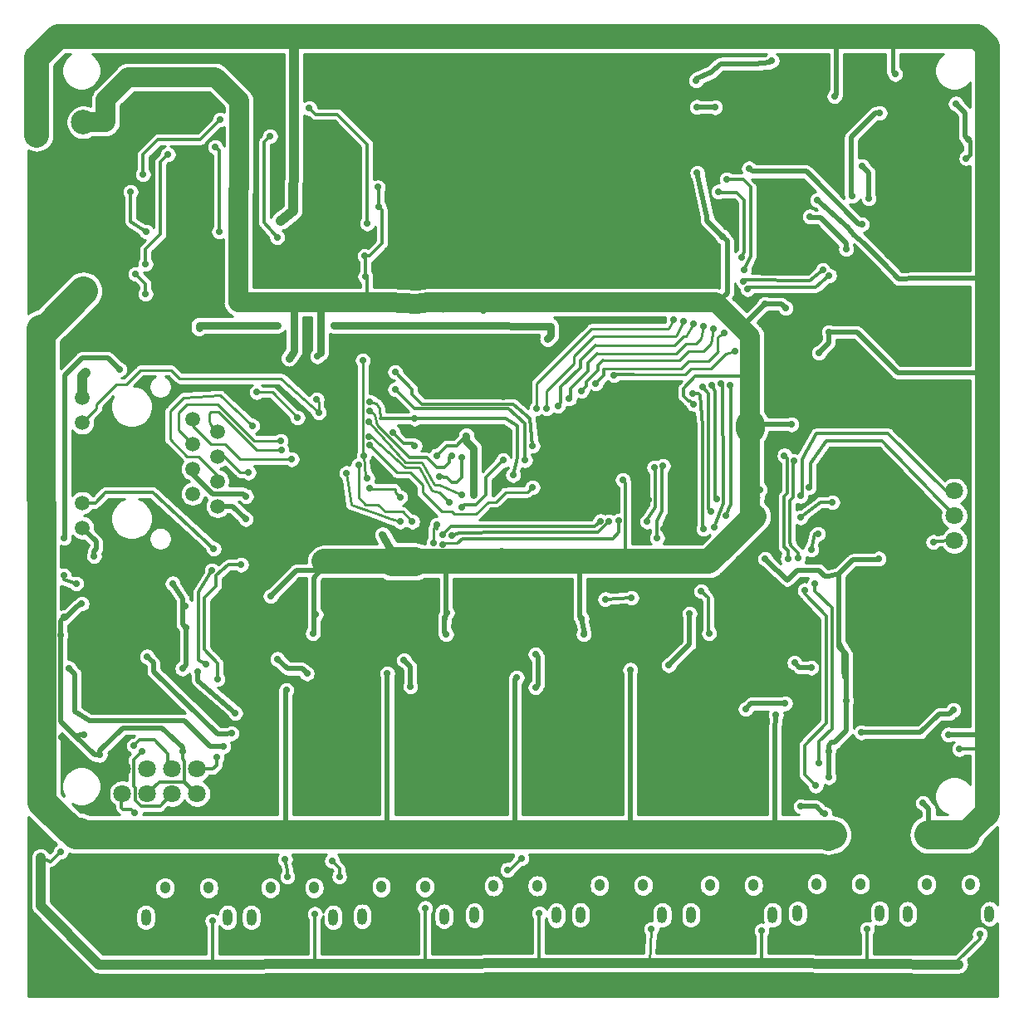
<source format=gbl>
G04 #@! TF.GenerationSoftware,KiCad,Pcbnew,5.1.5-52549c5~86~ubuntu18.04.1*
G04 #@! TF.CreationDate,2020-12-06T21:57:41-08:00*
G04 #@! TF.ProjectId,GAMTP_rev01,47414d54-505f-4726-9576-30312e6b6963,rev?*
G04 #@! TF.SameCoordinates,Original*
G04 #@! TF.FileFunction,Copper,L2,Bot*
G04 #@! TF.FilePolarity,Positive*
%FSLAX46Y46*%
G04 Gerber Fmt 4.6, Leading zero omitted, Abs format (unit mm)*
G04 Created by KiCad (PCBNEW 5.1.5-52549c5~86~ubuntu18.04.1) date 2020-12-06 21:57:41*
%MOMM*%
%LPD*%
G04 APERTURE LIST*
%ADD10C,0.300000*%
%ADD11R,3.400000X5.000000*%
%ADD12R,3.000000X3.000000*%
%ADD13R,5.000000X3.400000*%
%ADD14C,0.600000*%
%ADD15R,2.499360X2.499360*%
%ADD16C,1.500000*%
%ADD17C,2.500000*%
%ADD18C,1.800000*%
%ADD19O,1.000000X1.700000*%
%ADD20O,1.050000X1.250000*%
%ADD21C,0.700000*%
%ADD22C,0.500000*%
%ADD23C,0.250000*%
%ADD24C,0.300000*%
%ADD25C,2.500000*%
%ADD26C,3.000000*%
%ADD27C,0.450000*%
%ADD28C,1.000000*%
%ADD29C,0.800000*%
%ADD30C,2.000000*%
%ADD31C,0.254000*%
G04 APERTURE END LIST*
D10*
X117686000Y-69850000D03*
X115486000Y-69850000D03*
X116586000Y-69850000D03*
D11*
X116586000Y-69850000D03*
D10*
X116586000Y-70950000D03*
X115486000Y-70950000D03*
X117686000Y-70950000D03*
X117686000Y-68750000D03*
X115486000Y-68750000D03*
X116586000Y-68750000D03*
X116586000Y-67650000D03*
X115486000Y-67650000D03*
X117686000Y-67650000D03*
X117686000Y-72050000D03*
X115486000Y-72050000D03*
X116586000Y-72050000D03*
D12*
X116586000Y-69850000D03*
D10*
X103970000Y-79248000D03*
X101770000Y-79248000D03*
X102870000Y-79248000D03*
D11*
X102870000Y-79248000D03*
D10*
X102870000Y-80348000D03*
X101770000Y-80348000D03*
X103970000Y-80348000D03*
X103970000Y-78148000D03*
X101770000Y-78148000D03*
X102870000Y-78148000D03*
X102870000Y-77048000D03*
X101770000Y-77048000D03*
X103970000Y-77048000D03*
X103970000Y-81448000D03*
X101770000Y-81448000D03*
X102870000Y-81448000D03*
D12*
X102870000Y-79248000D03*
D10*
X117538000Y-77033000D03*
X115338000Y-77033000D03*
X116438000Y-77033000D03*
D11*
X116438000Y-77033000D03*
D10*
X116438000Y-78133000D03*
X115338000Y-78133000D03*
X117538000Y-78133000D03*
X117538000Y-75933000D03*
X115338000Y-75933000D03*
X116438000Y-75933000D03*
X116438000Y-74833000D03*
X115338000Y-74833000D03*
X117538000Y-74833000D03*
X117538000Y-79233000D03*
X115338000Y-79233000D03*
X116438000Y-79233000D03*
D12*
X116438000Y-77033000D03*
D10*
X103716000Y-70358000D03*
X101516000Y-70358000D03*
X102616000Y-70358000D03*
D11*
X102616000Y-70358000D03*
D10*
X102616000Y-71458000D03*
X101516000Y-71458000D03*
X103716000Y-71458000D03*
X103716000Y-69258000D03*
X101516000Y-69258000D03*
X102616000Y-69258000D03*
X102616000Y-68158000D03*
X101516000Y-68158000D03*
X103716000Y-68158000D03*
X103716000Y-72558000D03*
X101516000Y-72558000D03*
X102616000Y-72558000D03*
D12*
X102616000Y-70358000D03*
D10*
X164250000Y-90850000D03*
X164250000Y-88650000D03*
X164250000Y-89750000D03*
D13*
X164250000Y-89750000D03*
D10*
X163150000Y-89750000D03*
X163150000Y-88650000D03*
X163150000Y-90850000D03*
X165350000Y-90850000D03*
X165350000Y-88650000D03*
X165350000Y-89750000D03*
X166450000Y-89750000D03*
X166450000Y-88650000D03*
X166450000Y-90850000D03*
X162050000Y-90850000D03*
X162050000Y-88650000D03*
X162050000Y-89750000D03*
D12*
X164250000Y-89750000D03*
D10*
X163750000Y-78350000D03*
X163750000Y-76150000D03*
X163750000Y-77250000D03*
D13*
X163750000Y-77250000D03*
D10*
X162650000Y-77250000D03*
X162650000Y-76150000D03*
X162650000Y-78350000D03*
X164850000Y-78350000D03*
X164850000Y-76150000D03*
X164850000Y-77250000D03*
X165950000Y-77250000D03*
X165950000Y-76150000D03*
X165950000Y-78350000D03*
X161550000Y-78350000D03*
X161550000Y-76150000D03*
X161550000Y-77250000D03*
D12*
X163750000Y-77250000D03*
D10*
X179100000Y-65000000D03*
X176900000Y-65000000D03*
X178000000Y-65000000D03*
D11*
X178000000Y-65000000D03*
D10*
X178000000Y-66100000D03*
X176900000Y-66100000D03*
X179100000Y-66100000D03*
X179100000Y-63900000D03*
X176900000Y-63900000D03*
X178000000Y-63900000D03*
X178000000Y-62800000D03*
X176900000Y-62800000D03*
X179100000Y-62800000D03*
X179100000Y-67200000D03*
X176900000Y-67200000D03*
X178000000Y-67200000D03*
D12*
X178000000Y-65000000D03*
D10*
X159850000Y-61570000D03*
X162050000Y-61570000D03*
X160950000Y-61570000D03*
D11*
X160950000Y-61570000D03*
D10*
X160950000Y-60470000D03*
X162050000Y-60470000D03*
X159850000Y-60470000D03*
X159850000Y-62670000D03*
X162050000Y-62670000D03*
X160950000Y-62670000D03*
X160950000Y-63770000D03*
X162050000Y-63770000D03*
X159850000Y-63770000D03*
X159850000Y-59370000D03*
X162050000Y-59370000D03*
X160950000Y-59370000D03*
D12*
X160950000Y-61570000D03*
D10*
X146500000Y-115800000D03*
X148700000Y-115800000D03*
X147600000Y-115800000D03*
D11*
X147600000Y-115800000D03*
D10*
X147600000Y-114700000D03*
X148700000Y-114700000D03*
X146500000Y-114700000D03*
X146500000Y-116900000D03*
X148700000Y-116900000D03*
X147600000Y-116900000D03*
X147600000Y-118000000D03*
X148700000Y-118000000D03*
X146500000Y-118000000D03*
X146500000Y-113600000D03*
X148700000Y-113600000D03*
X147600000Y-113600000D03*
D12*
X147600000Y-115800000D03*
D10*
X159300000Y-115500000D03*
X161500000Y-115500000D03*
X160400000Y-115500000D03*
D11*
X160400000Y-115500000D03*
D10*
X160400000Y-114400000D03*
X161500000Y-114400000D03*
X159300000Y-114400000D03*
X159300000Y-116600000D03*
X161500000Y-116600000D03*
X160400000Y-116600000D03*
X160400000Y-117700000D03*
X161500000Y-117700000D03*
X159300000Y-117700000D03*
X159300000Y-113300000D03*
X161500000Y-113300000D03*
X160400000Y-113300000D03*
D12*
X160400000Y-115500000D03*
D10*
X171925000Y-129975000D03*
X174125000Y-129975000D03*
X173025000Y-129975000D03*
D11*
X173025000Y-129975000D03*
D10*
X173025000Y-128875000D03*
X174125000Y-128875000D03*
X171925000Y-128875000D03*
X171925000Y-131075000D03*
X174125000Y-131075000D03*
X173025000Y-131075000D03*
X173025000Y-132175000D03*
X174125000Y-132175000D03*
X171925000Y-132175000D03*
X171925000Y-127775000D03*
X174125000Y-127775000D03*
X173025000Y-127775000D03*
D12*
X173025000Y-129975000D03*
D10*
X173610000Y-121960000D03*
X175810000Y-121960000D03*
X174710000Y-121960000D03*
D11*
X174710000Y-121960000D03*
D10*
X174710000Y-120860000D03*
X175810000Y-120860000D03*
X173610000Y-120860000D03*
X173610000Y-123060000D03*
X175810000Y-123060000D03*
X174710000Y-123060000D03*
X174710000Y-124160000D03*
X175810000Y-124160000D03*
X173610000Y-124160000D03*
X173610000Y-119760000D03*
X175810000Y-119760000D03*
X174710000Y-119760000D03*
D12*
X174710000Y-121960000D03*
D10*
X106000000Y-114800000D03*
X108200000Y-114800000D03*
X107100000Y-114800000D03*
D11*
X107100000Y-114800000D03*
D10*
X107100000Y-113700000D03*
X108200000Y-113700000D03*
X106000000Y-113700000D03*
X106000000Y-115900000D03*
X108200000Y-115900000D03*
X107100000Y-115900000D03*
X107100000Y-117000000D03*
X108200000Y-117000000D03*
X106000000Y-117000000D03*
X106000000Y-112600000D03*
X108200000Y-112600000D03*
X107100000Y-112600000D03*
D12*
X107100000Y-114800000D03*
D10*
X119200000Y-115300000D03*
X121400000Y-115300000D03*
X120300000Y-115300000D03*
D11*
X120300000Y-115300000D03*
D10*
X120300000Y-114200000D03*
X121400000Y-114200000D03*
X119200000Y-114200000D03*
X119200000Y-116400000D03*
X121400000Y-116400000D03*
X120300000Y-116400000D03*
X120300000Y-117500000D03*
X121400000Y-117500000D03*
X119200000Y-117500000D03*
X119200000Y-113100000D03*
X121400000Y-113100000D03*
X120300000Y-113100000D03*
D12*
X120300000Y-115300000D03*
D10*
X132500000Y-115500000D03*
X134700000Y-115500000D03*
X133600000Y-115500000D03*
D11*
X133600000Y-115500000D03*
D10*
X133600000Y-114400000D03*
X134700000Y-114400000D03*
X132500000Y-114400000D03*
X132500000Y-116600000D03*
X134700000Y-116600000D03*
X133600000Y-116600000D03*
X133600000Y-117700000D03*
X134700000Y-117700000D03*
X132500000Y-117700000D03*
X132500000Y-113300000D03*
X134700000Y-113300000D03*
X133600000Y-113300000D03*
D12*
X133600000Y-115500000D03*
D10*
X93430000Y-115760000D03*
X95630000Y-115760000D03*
X94530000Y-115760000D03*
D11*
X94530000Y-115760000D03*
D10*
X94530000Y-114660000D03*
X95630000Y-114660000D03*
X93430000Y-114660000D03*
X93430000Y-116860000D03*
X95630000Y-116860000D03*
X94530000Y-116860000D03*
X94530000Y-117960000D03*
X95630000Y-117960000D03*
X93430000Y-117960000D03*
X93430000Y-113560000D03*
X95630000Y-113560000D03*
X94530000Y-113560000D03*
D12*
X94530000Y-115760000D03*
D14*
X117000000Y-96000000D03*
X117762000Y-95238000D03*
X116238000Y-95238000D03*
X117762000Y-96762000D03*
X116238000Y-96762000D03*
D15*
X117000000Y-96000000D03*
D16*
X92100000Y-91375000D03*
X92100000Y-93915000D03*
X92100000Y-102085000D03*
X92100000Y-104625000D03*
X103350000Y-93560000D03*
X103350000Y-98630000D03*
X103350000Y-96100000D03*
X103350000Y-101170000D03*
X105890000Y-94820000D03*
X105890000Y-99900000D03*
X105890000Y-97360000D03*
X105890000Y-102440000D03*
D17*
X92202000Y-75478000D03*
X92202000Y-80478000D03*
D18*
X181000000Y-105950000D03*
X181000000Y-103410000D03*
X181000000Y-98340160D03*
X181000000Y-100880160D03*
X101270000Y-131770000D03*
X103810000Y-131770000D03*
X98730000Y-131770000D03*
X96190000Y-131770000D03*
X96190000Y-129230000D03*
X98730000Y-129230000D03*
X103810000Y-129230000D03*
X101270000Y-129230000D03*
D17*
X92202000Y-68286000D03*
X92202000Y-63286000D03*
D19*
X106925000Y-144350000D03*
X98575000Y-144350000D03*
D20*
X104975000Y-141350000D03*
X100525000Y-141350000D03*
X178175000Y-141000000D03*
X182625000Y-141000000D03*
D19*
X176225000Y-144000000D03*
X184575000Y-144000000D03*
D20*
X111275000Y-141350000D03*
X115725000Y-141350000D03*
D19*
X109325000Y-144350000D03*
X117675000Y-144350000D03*
X173375000Y-143950000D03*
X165025000Y-143950000D03*
D20*
X171425000Y-140950000D03*
X166975000Y-140950000D03*
D19*
X128975000Y-144250000D03*
X120625000Y-144250000D03*
D20*
X127025000Y-141250000D03*
X122575000Y-141250000D03*
D19*
X162475000Y-144100000D03*
X154125000Y-144100000D03*
D20*
X160525000Y-141100000D03*
X156075000Y-141100000D03*
X134025000Y-141150000D03*
X138475000Y-141150000D03*
D19*
X132075000Y-144150000D03*
X140425000Y-144150000D03*
D20*
X144825000Y-141100000D03*
X149275000Y-141100000D03*
D19*
X142875000Y-144100000D03*
X151225000Y-144100000D03*
D21*
X128900000Y-87750000D03*
X136250000Y-85350000D03*
X154400000Y-96100000D03*
X152100000Y-94900000D03*
X152200000Y-100000000D03*
X151400000Y-104700000D03*
X149850000Y-101800000D03*
X125250000Y-100000000D03*
X127300000Y-96000000D03*
X135000000Y-91250000D03*
X135250000Y-94750000D03*
X135250000Y-100250000D03*
X140750000Y-100750000D03*
X147000000Y-93750000D03*
X125250000Y-94750000D03*
X116200000Y-101350000D03*
X96160000Y-86530000D03*
X141732000Y-84074000D03*
X145542000Y-76200000D03*
X143256000Y-76200000D03*
X136398000Y-75692000D03*
X138938000Y-75946000D03*
X141478000Y-76454000D03*
X98400000Y-141250000D03*
X97000000Y-142800000D03*
X133050000Y-139250000D03*
X120400000Y-141300000D03*
X108750000Y-141550000D03*
X89950000Y-125950000D03*
X96680000Y-121220000D03*
X116000000Y-91550000D03*
X116200000Y-92850000D03*
X106050000Y-74422000D03*
X105664000Y-65786000D03*
X98552000Y-77724000D03*
X100838000Y-66548000D03*
X98298000Y-68580000D03*
X106150009Y-62992000D03*
X159720000Y-123120000D03*
X163760000Y-122550000D03*
X121150000Y-73600000D03*
X115250000Y-61850000D03*
X111250000Y-64700000D03*
X111960000Y-75000000D03*
X171580000Y-73680000D03*
X160070000Y-67980000D03*
X172280000Y-71050000D03*
X171610000Y-67730000D03*
X173390000Y-62330000D03*
X170610000Y-70790000D03*
X169960000Y-76220000D03*
X166270000Y-72870000D03*
X171500000Y-125510000D03*
X180910000Y-123230000D03*
X165350000Y-133050000D03*
X167750000Y-133775000D03*
X168790000Y-60600000D03*
X180370000Y-125700000D03*
X181510000Y-127210000D03*
X177800000Y-132700000D03*
X136400000Y-119900000D03*
X123200000Y-119500000D03*
X112900000Y-121200000D03*
X168200000Y-84700000D03*
X167200000Y-86800000D03*
X154000000Y-113400000D03*
X151900000Y-118650000D03*
X147950000Y-119100000D03*
X166400000Y-118900000D03*
X164700000Y-118400000D03*
X162820000Y-123710000D03*
X174960000Y-58360000D03*
X112300000Y-73300000D03*
X113691129Y-66558871D03*
X168150000Y-136050000D03*
X179600000Y-136050000D03*
X88970000Y-118500000D03*
X167030000Y-71240000D03*
X105500000Y-106750000D03*
X130750000Y-102500000D03*
X135000000Y-97750000D03*
X128240000Y-104340000D03*
X127900000Y-106200000D03*
X98552000Y-80772000D03*
X97536000Y-78740000D03*
X138300000Y-120900000D03*
X138300000Y-117550000D03*
X104000000Y-84250000D03*
X112000000Y-84000000D03*
X117750000Y-84000000D03*
X139550000Y-85350000D03*
X95890000Y-88490000D03*
X90240000Y-105640000D03*
X97028000Y-70358000D03*
X98630000Y-74440000D03*
X114050000Y-93400000D03*
X109900000Y-90800000D03*
X109050000Y-99000000D03*
X108800000Y-101400000D03*
X168575000Y-102025000D03*
X165340000Y-103570000D03*
X156750000Y-101675000D03*
X156300000Y-90100000D03*
X154300000Y-90900000D03*
X155425000Y-104725000D03*
X166420000Y-106860000D03*
X167080000Y-105250000D03*
X156175000Y-103000000D03*
X155300000Y-90300000D03*
X104750000Y-118500000D03*
X97450000Y-133675000D03*
X105300000Y-109000000D03*
X105800000Y-128000000D03*
X105900000Y-120040000D03*
X108300000Y-108400000D03*
X125550000Y-120800000D03*
X124900000Y-118150000D03*
X107700000Y-123500000D03*
X103900000Y-119300000D03*
X115000000Y-119500000D03*
X112000000Y-118000000D03*
X108750000Y-103750000D03*
X124500000Y-101500000D03*
X130750000Y-97500000D03*
X121380000Y-100630000D03*
X128490000Y-99430000D03*
X130750000Y-101250000D03*
X121300000Y-93830000D03*
X125750000Y-104000000D03*
X120250000Y-98250000D03*
X119050000Y-99050000D03*
X124500000Y-104000000D03*
X126000000Y-93500000D03*
X136000000Y-99250000D03*
X121430000Y-91780000D03*
X124000000Y-90500000D03*
X137250000Y-97750000D03*
X124000000Y-88750000D03*
X138000000Y-96250000D03*
X93300000Y-107500000D03*
X92430000Y-88810000D03*
X159300000Y-77050000D03*
X156950000Y-70350000D03*
X138430000Y-92456000D03*
X152420000Y-83380000D03*
X168250000Y-78900000D03*
X159950000Y-80300000D03*
X141750000Y-91450000D03*
X155448000Y-84074000D03*
X167600000Y-78350000D03*
X159475000Y-79475000D03*
X140600000Y-92200000D03*
X154432000Y-83820000D03*
X157800000Y-69100000D03*
X159550000Y-78350000D03*
X139446000Y-92456000D03*
X153416000Y-83566000D03*
X144450000Y-89900000D03*
X157538878Y-84777122D03*
X146300000Y-89050000D03*
X158628000Y-86614000D03*
X143000000Y-90650000D03*
X156464000Y-84328000D03*
X154740000Y-61710000D03*
X156610000Y-61750000D03*
X181140000Y-61360000D03*
X169950000Y-122290000D03*
X169910000Y-119840000D03*
X168190000Y-130070000D03*
X168170000Y-127460000D03*
X173300000Y-107775000D03*
X159450000Y-105350000D03*
X161700000Y-107800000D03*
X161175000Y-100725000D03*
X178850000Y-106075000D03*
X147425000Y-107700000D03*
X154790000Y-68430000D03*
X154690000Y-59030000D03*
X162400000Y-57000000D03*
X163800000Y-82200000D03*
X161700000Y-81800000D03*
X164400000Y-94100000D03*
X161400000Y-94100000D03*
X92300000Y-125750000D03*
X102300000Y-127400000D03*
X93900000Y-127800000D03*
X134850000Y-107050000D03*
X157350000Y-74900000D03*
X154400000Y-92000000D03*
X89900000Y-115600000D03*
X102300000Y-119000000D03*
X102700000Y-114800000D03*
X115600000Y-115400000D03*
X115900000Y-113500000D03*
X143200000Y-115500000D03*
X129200000Y-115500000D03*
X155200000Y-111100000D03*
X156000000Y-115400000D03*
X155960000Y-108080000D03*
X140000000Y-107250000D03*
X128250000Y-97250000D03*
X131750000Y-107250000D03*
X132000000Y-101250000D03*
X131250000Y-95250000D03*
X133000000Y-82500000D03*
X182450000Y-65040000D03*
X182220000Y-66940000D03*
X121158000Y-99568000D03*
X120800000Y-97250000D03*
X120700000Y-87575000D03*
X116050000Y-87150000D03*
X139425000Y-81660000D03*
X126238000Y-81788000D03*
X107353808Y-79218052D03*
X107696000Y-71120000D03*
X107678002Y-73406000D03*
X107762555Y-81877445D03*
X113200000Y-87350000D03*
X120950000Y-79000000D03*
X120900000Y-76900000D03*
X122300000Y-71900000D03*
X122200000Y-69900000D03*
X87850000Y-138250000D03*
X105350000Y-144700000D03*
X115800000Y-144000000D03*
X127050000Y-143400000D03*
X138700000Y-143950000D03*
X161350000Y-145700000D03*
X172100000Y-145550000D03*
X183600000Y-146050000D03*
X122700000Y-105350000D03*
X92050000Y-112370000D03*
X90260000Y-113750000D03*
X147190000Y-99750000D03*
X143010000Y-113860000D03*
X150114000Y-145542000D03*
X89916000Y-137668000D03*
X129286000Y-113284000D03*
X111300000Y-111600000D03*
X101300000Y-110300000D03*
X102585000Y-112600000D03*
X98175000Y-127450000D03*
X97375000Y-126850000D03*
X98700000Y-117750000D03*
X107300000Y-125600000D03*
X90750000Y-118950000D03*
X106500000Y-126900000D03*
X164020000Y-107750000D03*
X163680000Y-97250000D03*
X164650000Y-97800000D03*
X165060000Y-107730000D03*
X166760000Y-110320000D03*
X167170000Y-128640000D03*
X158130000Y-90070000D03*
X157740000Y-103410000D03*
X166890000Y-130940000D03*
X165750000Y-110990000D03*
X156525000Y-104600000D03*
X157200000Y-89900000D03*
X150700000Y-105700000D03*
X151300000Y-98300000D03*
X149700000Y-104000000D03*
X150400000Y-98500000D03*
X145400000Y-111900000D03*
X148082000Y-111760000D03*
X129500000Y-102000000D03*
X121300000Y-95350000D03*
X126000000Y-96250000D03*
X123750000Y-94900000D03*
X138000000Y-100500000D03*
X121390333Y-96220364D03*
X166170000Y-100480000D03*
X165330000Y-101390000D03*
X112776000Y-138430000D03*
X113000000Y-140208000D03*
X118300000Y-140200000D03*
X117550000Y-138600000D03*
X135450000Y-139500000D03*
X136850000Y-138350000D03*
X145800000Y-104000000D03*
X129794000Y-105410000D03*
X90210000Y-109500000D03*
X91480000Y-110320000D03*
X146812000Y-103886000D03*
X128800000Y-106370000D03*
X129750000Y-97250000D03*
X121360000Y-92720000D03*
X144900000Y-103950000D03*
X128850000Y-105300000D03*
X109425000Y-94225000D03*
X112325000Y-95775000D03*
X112425000Y-96725000D03*
X113450000Y-97650000D03*
D22*
X120500000Y-115100000D02*
X120300000Y-115300000D01*
X119100000Y-117800000D02*
X120300000Y-115300000D01*
X120000000Y-115000000D02*
X120300000Y-115300000D01*
D23*
X125250000Y-94750000D02*
X125350000Y-94850000D01*
D24*
X98400000Y-141250000D02*
X98400000Y-141400000D01*
X98400000Y-141400000D02*
X97000000Y-142800000D01*
D23*
X89950000Y-126444974D02*
X90750000Y-127244974D01*
X89950000Y-125950000D02*
X89950000Y-126444974D01*
X90750000Y-127244974D02*
X91194974Y-127244974D01*
X93180000Y-129230000D02*
X96190000Y-129230000D01*
X91194974Y-127244974D02*
X93180000Y-129230000D01*
X116200000Y-92850000D02*
X116200000Y-91750000D01*
X116200000Y-91750000D02*
X116000000Y-91550000D01*
X93550000Y-92465000D02*
X92100000Y-93915000D01*
X93550000Y-92000000D02*
X93550000Y-92465000D01*
X95550000Y-90000000D02*
X93550000Y-92000000D01*
X96600000Y-90000000D02*
X95550000Y-90000000D01*
X98050000Y-88550000D02*
X96600000Y-90000000D01*
X101150000Y-88550000D02*
X98050000Y-88550000D01*
X102000000Y-89400000D02*
X101150000Y-88550000D01*
X112350000Y-89400000D02*
X102000000Y-89400000D01*
X116200000Y-92850000D02*
X112350000Y-89400000D01*
D24*
X106050000Y-74422000D02*
X106050000Y-66172000D01*
X106050000Y-66172000D02*
X105664000Y-65786000D01*
X98552000Y-77724000D02*
X98552000Y-76200000D01*
X98552000Y-76200000D02*
X100076000Y-74676000D01*
X100076000Y-74676000D02*
X100076000Y-67310000D01*
X100076000Y-67310000D02*
X100838000Y-66548000D01*
X98298000Y-68580000D02*
X98298000Y-66548000D01*
X98298000Y-66548000D02*
X99822000Y-65024000D01*
X99822000Y-65024000D02*
X104118009Y-65024000D01*
X104118009Y-65024000D02*
X106150009Y-62992000D01*
D22*
X163760000Y-122550000D02*
X160290000Y-122550000D01*
X160290000Y-122550000D02*
X159720000Y-123120000D01*
D24*
X121150000Y-73600000D02*
X121150000Y-65500000D01*
X121150000Y-65500000D02*
X118100000Y-62450000D01*
X118100000Y-62450000D02*
X115850000Y-62450000D01*
X115850000Y-62450000D02*
X115250000Y-61850000D01*
X110650000Y-73495116D02*
X110650000Y-65300000D01*
X110650000Y-65300000D02*
X111250000Y-64700000D01*
X111960000Y-75000000D02*
X110650000Y-73495116D01*
D22*
X171300000Y-73680000D02*
X171580000Y-73680000D01*
X165910000Y-68290000D02*
X171300000Y-73680000D01*
X160380000Y-68290000D02*
X165910000Y-68290000D01*
X160070000Y-67980000D02*
X160380000Y-68290000D01*
X172280000Y-68400000D02*
X172280000Y-71050000D01*
X171610000Y-67730000D02*
X172280000Y-68400000D01*
X172940000Y-62330000D02*
X173390000Y-62330000D01*
X170460000Y-64810000D02*
X172940000Y-62330000D01*
X170460000Y-70640000D02*
X170460000Y-64810000D01*
X170610000Y-70790000D02*
X170460000Y-70640000D01*
X169960000Y-75640000D02*
X169960000Y-76220000D01*
X167330000Y-73010000D02*
X169960000Y-75640000D01*
X166410000Y-73010000D02*
X167330000Y-73010000D01*
X166270000Y-72870000D02*
X166410000Y-73010000D01*
X177560000Y-125510000D02*
X171500000Y-125510000D01*
X179440000Y-123630000D02*
X177560000Y-125510000D01*
X180510000Y-123630000D02*
X179440000Y-123630000D01*
X180910000Y-123230000D02*
X180510000Y-123630000D01*
X167750000Y-133775000D02*
X167650000Y-133775000D01*
X166925000Y-133050000D02*
X165350000Y-133050000D01*
X167650000Y-133775000D02*
X166925000Y-133050000D01*
X168950000Y-60440000D02*
X168950000Y-54510000D01*
X168790000Y-60600000D02*
X168950000Y-60440000D01*
X180370000Y-125700000D02*
X184000000Y-125700000D01*
X184000000Y-125700000D02*
X184400000Y-125300000D01*
D24*
X181530000Y-127190000D02*
X184400000Y-127190000D01*
X181510000Y-127210000D02*
X181530000Y-127190000D01*
D22*
X178400000Y-133300000D02*
X178400000Y-135930000D01*
X177800000Y-132700000D02*
X178400000Y-133300000D01*
X147950000Y-119100000D02*
X147950000Y-135630000D01*
X147950000Y-135630000D02*
X148250000Y-135930000D01*
X136200000Y-120100000D02*
X136200000Y-135930000D01*
X136400000Y-119900000D02*
X136200000Y-120100000D01*
X123200000Y-119500000D02*
X123200000Y-135930000D01*
X123200000Y-135930000D02*
X123200000Y-135500000D01*
X123200000Y-135500000D02*
X123200000Y-135930000D01*
X112800000Y-121300000D02*
X112800000Y-135930000D01*
X112900000Y-121200000D02*
X112800000Y-121300000D01*
X165900000Y-55100000D02*
X165900000Y-54510000D01*
X165900000Y-54510000D02*
X165900000Y-55100000D01*
X165900000Y-55100000D02*
X165900000Y-54510000D01*
D25*
X169430000Y-54510000D02*
X168950000Y-54510000D01*
X168950000Y-54510000D02*
X165900000Y-54510000D01*
X165900000Y-54510000D02*
X151210000Y-54510000D01*
D22*
X168200000Y-84700000D02*
X171100000Y-84700000D01*
X175200000Y-88800000D02*
X184400000Y-88800000D01*
X171100000Y-84700000D02*
X175200000Y-88800000D01*
X133900000Y-135930000D02*
X134300000Y-135400000D01*
X134300000Y-135400000D02*
X133900000Y-135930000D01*
X168200000Y-85800000D02*
X168200000Y-84700000D01*
X167200000Y-86800000D02*
X168200000Y-85800000D01*
X154000000Y-116550000D02*
X154000000Y-113400000D01*
X151900000Y-118650000D02*
X154000000Y-116550000D01*
X152350000Y-135600000D02*
X152350000Y-135930000D01*
X152350000Y-135930000D02*
X152350000Y-135600000D01*
X152350000Y-135600000D02*
X152350000Y-135930000D01*
X124450000Y-135300000D02*
X124450000Y-135930000D01*
X124450000Y-135930000D02*
X124450000Y-135300000D01*
X124450000Y-135300000D02*
X124450000Y-135930000D01*
X166400000Y-118900000D02*
X166500000Y-118900000D01*
X165200000Y-118900000D02*
X166500000Y-118900000D01*
X164700000Y-118400000D02*
X165200000Y-118900000D01*
X162700000Y-125500000D02*
X162700000Y-135930000D01*
X162820000Y-123710000D02*
X162700000Y-125500000D01*
D26*
X110236000Y-135930000D02*
X100076000Y-135930000D01*
X100076000Y-135930000D02*
X92120000Y-135930000D01*
X112800000Y-135930000D02*
X110236000Y-135930000D01*
X115150000Y-135930000D02*
X112800000Y-135930000D01*
X123200000Y-135930000D02*
X121158000Y-135930000D01*
X121158000Y-135930000D02*
X115150000Y-135930000D01*
X92120000Y-135930000D02*
X91390000Y-135930000D01*
X91390000Y-135930000D02*
X87910000Y-132600000D01*
X92120000Y-135930000D02*
X91840000Y-135650000D01*
X87910000Y-132600000D02*
X87910000Y-119250000D01*
X124450000Y-135930000D02*
X123200000Y-135930000D01*
X130048000Y-135930000D02*
X124450000Y-135930000D01*
X135340000Y-135930000D02*
X134300000Y-135930000D01*
X136200000Y-135930000D02*
X135340000Y-135930000D01*
X134300000Y-135930000D02*
X130048000Y-135930000D01*
X143200000Y-135930000D02*
X136200000Y-135930000D01*
X182070000Y-135930000D02*
X178400000Y-135930000D01*
D25*
X184400000Y-108740000D02*
X184400000Y-115500000D01*
X184400000Y-115500000D02*
X184400000Y-119160000D01*
X184400000Y-119160000D02*
X184400000Y-125300000D01*
X184400000Y-88800000D02*
X184400000Y-98600000D01*
X184400000Y-98600000D02*
X184400000Y-108740000D01*
X184400000Y-125300000D02*
X184400000Y-127190000D01*
X184400000Y-127190000D02*
X184400000Y-133670000D01*
X184400000Y-133670000D02*
X182070000Y-135930000D01*
D26*
X166450000Y-135930000D02*
X162700000Y-135930000D01*
X162700000Y-135930000D02*
X157734000Y-135930000D01*
X157734000Y-135930000D02*
X152350000Y-135930000D01*
X152350000Y-135930000D02*
X148250000Y-135930000D01*
X148250000Y-135930000D02*
X143200000Y-135930000D01*
D25*
X184400000Y-79175000D02*
X184400000Y-79200000D01*
X184400000Y-79200000D02*
X184400000Y-88800000D01*
D27*
X174730000Y-58130000D02*
X174730000Y-54510000D01*
X174960000Y-58360000D02*
X174730000Y-58130000D01*
X184050000Y-79175000D02*
X184400000Y-79175000D01*
X184400000Y-79175000D02*
X184050000Y-79175000D01*
X184050000Y-79175000D02*
X184400000Y-79175000D01*
D25*
X87450000Y-56610000D02*
X87560000Y-56610000D01*
X87450000Y-64590000D02*
X87450000Y-56610000D01*
X184400000Y-55580000D02*
X183330000Y-54510000D01*
X184400000Y-55580000D02*
X184400000Y-55620000D01*
X183330000Y-54510000D02*
X174730000Y-54510000D01*
X174730000Y-54510000D02*
X169430000Y-54510000D01*
X151210000Y-54510000D02*
X147100000Y-54510000D01*
X147100000Y-54510000D02*
X138500000Y-54510000D01*
X138500000Y-54510000D02*
X136900000Y-54510000D01*
X136900000Y-54510000D02*
X128400000Y-54510000D01*
X128400000Y-54510000D02*
X117900000Y-54510000D01*
X117900000Y-54510000D02*
X116090000Y-54510000D01*
X116090000Y-54510000D02*
X112600000Y-54510000D01*
X112600000Y-54510000D02*
X108500000Y-54510000D01*
X108500000Y-54510000D02*
X92650000Y-54510000D01*
X89660000Y-54510000D02*
X92650000Y-54510000D01*
X87560000Y-56610000D02*
X89660000Y-54510000D01*
X184400000Y-55620000D02*
X184400000Y-73900000D01*
X184400000Y-73900000D02*
X184400000Y-79175000D01*
D26*
X92202000Y-80478000D02*
X88352000Y-84328000D01*
X88352000Y-84328000D02*
X87884000Y-84328000D01*
X87910000Y-119250000D02*
X87884000Y-84328000D01*
D28*
X113600000Y-72300000D02*
X112300000Y-73300000D01*
X113700000Y-54600000D02*
X113700000Y-66000000D01*
X113700000Y-66000000D02*
X113691129Y-66558871D01*
X113691129Y-66558871D02*
X113600000Y-72300000D01*
D26*
X168270000Y-135930000D02*
X168150000Y-136050000D01*
X168570000Y-135930000D02*
X168270000Y-135930000D01*
X168570000Y-135930000D02*
X166450000Y-135930000D01*
D22*
X89000000Y-119250000D02*
X87910000Y-119250000D01*
X88970000Y-118500000D02*
X89000000Y-119250000D01*
X177100000Y-79200000D02*
X184400000Y-79200000D01*
X175300000Y-79250000D02*
X177100000Y-79200000D01*
X167030000Y-71240000D02*
X170200000Y-74000000D01*
X170200000Y-74000000D02*
X170790000Y-74740000D01*
X170790000Y-74740000D02*
X171725000Y-75585000D01*
X173725000Y-77585000D02*
X175300000Y-79250000D01*
X171725000Y-75585000D02*
X173725000Y-77585000D01*
D24*
X92100000Y-102085000D02*
X93415000Y-102085000D01*
X99250000Y-101000000D02*
X105500000Y-106750000D01*
X94500000Y-101000000D02*
X99250000Y-101000000D01*
X93415000Y-102085000D02*
X94500000Y-101000000D01*
X133250000Y-101000000D02*
X133250000Y-101250000D01*
X131000000Y-102250000D02*
X130750000Y-102500000D01*
X132250000Y-102250000D02*
X131000000Y-102250000D01*
X133250000Y-101250000D02*
X132250000Y-102250000D01*
X133250000Y-99500000D02*
X135000000Y-97750000D01*
X133250000Y-101000000D02*
X133250000Y-99500000D01*
X128125000Y-104625000D02*
X128250000Y-104750000D01*
X128240000Y-104340000D02*
X128125000Y-104625000D01*
D23*
X127900000Y-104680000D02*
X128240000Y-104340000D01*
X127900000Y-106200000D02*
X127900000Y-104680000D01*
D24*
X98552000Y-80772000D02*
X98552000Y-79756000D01*
X98552000Y-79756000D02*
X97536000Y-78740000D01*
D22*
X138550000Y-120500000D02*
X138550000Y-120650000D01*
X138550000Y-120650000D02*
X138300000Y-120900000D01*
X138550000Y-117800000D02*
X138550000Y-120500000D01*
X138300000Y-117550000D02*
X138550000Y-117800000D01*
D29*
X139800000Y-84050000D02*
X131650000Y-84000000D01*
X139850000Y-84100000D02*
X139800000Y-84050000D01*
X131650000Y-84000000D02*
X117750000Y-84000000D01*
X104000000Y-84000000D02*
X104000000Y-84250000D01*
X112000000Y-84000000D02*
X104000000Y-84000000D01*
X139850000Y-84100000D02*
X139850000Y-85050000D01*
X139850000Y-85050000D02*
X139550000Y-85350000D01*
D22*
X95890000Y-88490000D02*
X94720000Y-87320000D01*
X94720000Y-87320000D02*
X92060000Y-87320000D01*
X92060000Y-87320000D02*
X90300000Y-89080000D01*
X90300000Y-89080000D02*
X90300000Y-105580000D01*
X90300000Y-105580000D02*
X90240000Y-105640000D01*
D24*
X97028000Y-73406000D02*
X97028000Y-70358000D01*
X98630000Y-74440000D02*
X97028000Y-73406000D01*
D23*
X114050000Y-93400000D02*
X111450000Y-90800000D01*
X111450000Y-90800000D02*
X109900000Y-90800000D01*
X105890000Y-97360000D02*
X106560000Y-97360000D01*
X106560000Y-97360000D02*
X108200000Y-99000000D01*
X108200000Y-99000000D02*
X109050000Y-99000000D01*
D22*
X103350000Y-98630000D02*
X103350000Y-99150000D01*
X103350000Y-99150000D02*
X105350000Y-101150000D01*
X105350000Y-101150000D02*
X108550000Y-101150000D01*
X108550000Y-101150000D02*
X108800000Y-101400000D01*
D24*
X156600000Y-101350000D02*
X156600000Y-101575000D01*
X167325000Y-102025000D02*
X168575000Y-102025000D01*
X165340000Y-103570000D02*
X167325000Y-102025000D01*
X156300000Y-90100000D02*
X156600000Y-90700000D01*
X156600000Y-90700000D02*
X156600000Y-101350000D01*
X155300000Y-103900000D02*
X155300000Y-94200000D01*
X154900000Y-90900000D02*
X155100000Y-91100000D01*
X155100000Y-91100000D02*
X155300000Y-94200000D01*
X154900000Y-90900000D02*
X154300000Y-90900000D01*
X155300000Y-104600000D02*
X155425000Y-104725000D01*
X155300000Y-103900000D02*
X155300000Y-104600000D01*
X166755000Y-105275000D02*
X166420000Y-106860000D01*
X167055000Y-105275000D02*
X166755000Y-105275000D01*
X167080000Y-105250000D02*
X167055000Y-105275000D01*
X155900000Y-102300000D02*
X155900000Y-102725000D01*
X155900000Y-102725000D02*
X156175000Y-103000000D01*
X155900000Y-90900000D02*
X155900000Y-102300000D01*
X155300000Y-90300000D02*
X155900000Y-90900000D01*
X96100000Y-133175000D02*
X96100000Y-131860000D01*
X96275000Y-133350000D02*
X96100000Y-133175000D01*
X97125000Y-133350000D02*
X96275000Y-133350000D01*
X97450000Y-133675000D02*
X97125000Y-133350000D01*
X96100000Y-131860000D02*
X96190000Y-131770000D01*
X103950000Y-111150000D02*
X103950000Y-118150000D01*
X103950000Y-118150000D02*
X104750000Y-118500000D01*
X105300000Y-109000000D02*
X103950000Y-111150000D01*
X105800000Y-128000000D02*
X105800000Y-128850000D01*
X105420000Y-129230000D02*
X103810000Y-129230000D01*
X105800000Y-128850000D02*
X105420000Y-129230000D01*
X105900000Y-118450000D02*
X105900000Y-120040000D01*
X107000000Y-108400000D02*
X105700000Y-109500000D01*
X108300000Y-108400000D02*
X107000000Y-108400000D01*
X104500000Y-111800000D02*
X104500000Y-117050000D01*
X104500000Y-117050000D02*
X105900000Y-118450000D01*
X105700000Y-109500000D02*
X105700000Y-110600000D01*
X105700000Y-110600000D02*
X104500000Y-111800000D01*
D22*
X125550000Y-118800000D02*
X125550000Y-120800000D01*
X124900000Y-118150000D02*
X125550000Y-118800000D01*
X103900000Y-119300000D02*
X103900000Y-120200000D01*
X103900000Y-120200000D02*
X107700000Y-123500000D01*
X114500000Y-119000000D02*
X115000000Y-119500000D01*
X113000000Y-119000000D02*
X114500000Y-119000000D01*
X112000000Y-118000000D02*
X113000000Y-119000000D01*
X107440000Y-102440000D02*
X105890000Y-102440000D01*
X108750000Y-103750000D02*
X107440000Y-102440000D01*
D23*
X124000000Y-101000000D02*
X124000000Y-100680000D01*
X124500000Y-101500000D02*
X124000000Y-101000000D01*
X121430000Y-100680000D02*
X124000000Y-100680000D01*
X121380000Y-100630000D02*
X121430000Y-100680000D01*
D24*
X129750000Y-100000000D02*
X130250000Y-100000000D01*
X130750000Y-99500000D02*
X130750000Y-97500000D01*
X130250000Y-100000000D02*
X130750000Y-99500000D01*
X129250000Y-99500000D02*
X129750000Y-100000000D01*
X128490000Y-99430000D02*
X129250000Y-99500000D01*
D23*
X125050000Y-98000000D02*
X126750000Y-98000000D01*
X128500000Y-100250000D02*
X130750000Y-101250000D01*
X128000000Y-100250000D02*
X128500000Y-100250000D01*
X126750000Y-98000000D02*
X128000000Y-100250000D01*
X121300000Y-93830000D02*
X125050000Y-98000000D01*
X121249966Y-102247090D02*
X122247090Y-102247090D01*
X124750000Y-103000000D02*
X125750000Y-104000000D01*
X123000000Y-103000000D02*
X124750000Y-103000000D01*
X122247090Y-102247090D02*
X123000000Y-103000000D01*
X120250000Y-98250000D02*
X120250000Y-101500000D01*
X121000000Y-102250000D02*
X121249966Y-102247090D01*
X120250000Y-101500000D02*
X121000000Y-102250000D01*
X119050000Y-99050000D02*
X119500000Y-102250000D01*
X119500000Y-102250000D02*
X121962099Y-103108674D01*
X121962099Y-103108674D02*
X123572292Y-103753032D01*
X123572292Y-103753032D02*
X124500000Y-104000000D01*
D24*
X136000000Y-99250000D02*
X136500000Y-97500000D01*
X136500000Y-97500000D02*
X136500000Y-94250000D01*
X136500000Y-94250000D02*
X135250000Y-93500000D01*
X135250000Y-93500000D02*
X126000000Y-93500000D01*
X122500000Y-93500000D02*
X122500000Y-93450000D01*
X126000000Y-93500000D02*
X122550000Y-93500000D01*
X122550000Y-93500000D02*
X122500000Y-93500000D01*
D23*
X122410000Y-92480000D02*
X122500000Y-93450000D01*
X121430000Y-91780000D02*
X122100000Y-91960000D01*
X122100000Y-91960000D02*
X122410000Y-92480000D01*
D24*
X137250000Y-94000000D02*
X137250000Y-97750000D01*
X135500000Y-92500000D02*
X137250000Y-94000000D01*
X126000000Y-92500000D02*
X135500000Y-92500000D01*
X124000000Y-90500000D02*
X126000000Y-92500000D01*
X137750000Y-93500000D02*
X138000000Y-96250000D01*
X136000000Y-92000000D02*
X137750000Y-93500000D01*
X126750000Y-92000000D02*
X136000000Y-92000000D01*
X125750000Y-91000000D02*
X126750000Y-92000000D01*
X125750000Y-90500000D02*
X125750000Y-91000000D01*
X125750000Y-90500000D02*
X124000000Y-88750000D01*
D22*
X93300000Y-107005026D02*
X93520000Y-106785026D01*
X93300000Y-107500000D02*
X93300000Y-107005026D01*
X93520000Y-106045000D02*
X92100000Y-104625000D01*
X93520000Y-106785026D02*
X93520000Y-106045000D01*
D28*
X92100000Y-89140000D02*
X92100000Y-91375000D01*
X92430000Y-88810000D02*
X92100000Y-89140000D01*
D24*
X159300000Y-77050000D02*
X159600000Y-76450000D01*
X159600000Y-76450000D02*
X159600000Y-71200000D01*
X159600000Y-71200000D02*
X158850000Y-70450000D01*
X158850000Y-70450000D02*
X157050000Y-70450000D01*
X157050000Y-70450000D02*
X156950000Y-70350000D01*
D23*
X151892000Y-84328000D02*
X144018000Y-84328000D01*
X144018000Y-84328000D02*
X138430000Y-89916000D01*
X152420000Y-83380000D02*
X151892000Y-84328000D01*
X138430000Y-89916000D02*
X138430000Y-92456000D01*
D24*
X166850000Y-80100000D02*
X168250000Y-78900000D01*
X160150000Y-80100000D02*
X166850000Y-80100000D01*
X159950000Y-80300000D02*
X160150000Y-80100000D01*
X143650000Y-88650000D02*
X143650000Y-87800000D01*
X141850000Y-90450000D02*
X143650000Y-88650000D01*
X141850000Y-91350000D02*
X141850000Y-90450000D01*
X141750000Y-91450000D02*
X141850000Y-91350000D01*
X143650000Y-87800000D02*
X144554000Y-86896000D01*
D23*
X155194000Y-85344000D02*
X154686000Y-85852000D01*
X155448000Y-84074000D02*
X155194000Y-85344000D01*
X152626000Y-86896000D02*
X144554000Y-86896000D01*
X154686000Y-85852000D02*
X153670000Y-85852000D01*
X153670000Y-85852000D02*
X152626000Y-86896000D01*
D24*
X166300000Y-79400000D02*
X167600000Y-78350000D01*
X159575000Y-79375000D02*
X166300000Y-79400000D01*
X159475000Y-79475000D02*
X159575000Y-79375000D01*
X142900000Y-88300000D02*
X142900000Y-87550000D01*
X140900000Y-90300000D02*
X142900000Y-88300000D01*
X140900000Y-91900000D02*
X140900000Y-90300000D01*
X140600000Y-92200000D02*
X140900000Y-91900000D01*
X142900000Y-87550000D02*
X144435000Y-86015000D01*
D23*
X152491000Y-86015000D02*
X144435000Y-86015000D01*
X154432000Y-83820000D02*
X153670000Y-85090000D01*
X153670000Y-85090000D02*
X153416000Y-85090000D01*
X153416000Y-85090000D02*
X152491000Y-86015000D01*
D24*
X160250000Y-70250000D02*
X160250000Y-69900000D01*
X159450000Y-69100000D02*
X157800000Y-69100000D01*
X160250000Y-69900000D02*
X159450000Y-69100000D01*
X160250000Y-76900000D02*
X160250000Y-70250000D01*
X159550000Y-78350000D02*
X160250000Y-76900000D01*
D23*
X139446000Y-90678000D02*
X139446000Y-92456000D01*
X142240000Y-87884000D02*
X139446000Y-90678000D01*
X144272000Y-85090000D02*
X142240000Y-87122000D01*
X142240000Y-87122000D02*
X142240000Y-87884000D01*
X153416000Y-83566000D02*
X152654000Y-85090000D01*
X152654000Y-85090000D02*
X144272000Y-85090000D01*
D24*
X145300000Y-89050000D02*
X145300000Y-88500000D01*
X144450000Y-89900000D02*
X145300000Y-89050000D01*
D23*
X145408000Y-88392000D02*
X145300000Y-88500000D01*
X153162000Y-88392000D02*
X145408000Y-88392000D01*
X155956000Y-87630000D02*
X153924000Y-87630000D01*
X157538878Y-84777122D02*
X156905440Y-85156560D01*
X153924000Y-87630000D02*
X153162000Y-88392000D01*
X156972000Y-86614000D02*
X155956000Y-87630000D01*
X156905440Y-85156560D02*
X156905440Y-86547440D01*
X156905440Y-86547440D02*
X156972000Y-86614000D01*
D24*
X146350000Y-89000000D02*
X148300000Y-89000000D01*
X146300000Y-89050000D02*
X146350000Y-89000000D01*
D23*
X158628000Y-86614000D02*
X157734000Y-86868000D01*
X157734000Y-86868000D02*
X156210000Y-88392000D01*
X156210000Y-88392000D02*
X154178000Y-88392000D01*
X154178000Y-88392000D02*
X153570000Y-89000000D01*
X153570000Y-89000000D02*
X148300000Y-89000000D01*
D24*
X144650000Y-88550000D02*
X144650000Y-88100000D01*
X143450000Y-89750000D02*
X144650000Y-88550000D01*
X143450000Y-90200000D02*
X143450000Y-89750000D01*
X143000000Y-90650000D02*
X143450000Y-90200000D01*
X144650000Y-88100000D02*
X145204000Y-87546000D01*
D23*
X152992000Y-87546000D02*
X145204000Y-87546000D01*
X153924000Y-86614000D02*
X152992000Y-87546000D01*
X156210000Y-85852000D02*
X155448000Y-86614000D01*
X156464000Y-84328000D02*
X156210000Y-85852000D01*
X155448000Y-86614000D02*
X153924000Y-86614000D01*
D22*
X156570000Y-61710000D02*
X154740000Y-61710000D01*
X156610000Y-61750000D02*
X156570000Y-61710000D01*
X182090000Y-64680000D02*
X182450000Y-65040000D01*
X182090000Y-62310000D02*
X182090000Y-64680000D01*
X181140000Y-61360000D02*
X182090000Y-62310000D01*
X169205000Y-109335000D02*
X169205000Y-116210000D01*
X169950000Y-122290000D02*
X169975000Y-122290000D01*
X169975000Y-122290000D02*
X169950000Y-122290000D01*
X169950000Y-122290000D02*
X169975000Y-122290000D01*
X169975000Y-119825000D02*
X169975000Y-119625000D01*
X169960000Y-119840000D02*
X169975000Y-119825000D01*
X169910000Y-119840000D02*
X169960000Y-119840000D01*
X169205000Y-116210000D02*
X169205000Y-116755000D01*
X169960000Y-120130000D02*
X169975000Y-120130000D01*
X169960000Y-117510000D02*
X169960000Y-120130000D01*
X169205000Y-116755000D02*
X169960000Y-117510000D01*
X168170000Y-127460000D02*
X168170000Y-130050000D01*
X168170000Y-130050000D02*
X168190000Y-130070000D01*
X169975000Y-119625000D02*
X169975000Y-120130000D01*
X169975000Y-120130000D02*
X169975000Y-122290000D01*
X169975000Y-122290000D02*
X169975000Y-125345000D01*
X168170000Y-126820000D02*
X168170000Y-127460000D01*
X168480000Y-126510000D02*
X168170000Y-126820000D01*
X168810000Y-126510000D02*
X168480000Y-126510000D01*
X169975000Y-125345000D02*
X168810000Y-126510000D01*
X169775000Y-117325000D02*
X169775000Y-119450000D01*
X169950000Y-119625000D02*
X169975000Y-119625000D01*
X169775000Y-119450000D02*
X169950000Y-119625000D01*
X169205000Y-116210000D02*
X169205000Y-116335000D01*
X169205000Y-116335000D02*
X169775000Y-117325000D01*
D24*
X102300000Y-127400000D02*
X102300000Y-128225000D01*
X102525000Y-130625000D02*
X103670000Y-131770000D01*
X102525000Y-128450000D02*
X102525000Y-130625000D01*
X102300000Y-128225000D02*
X102525000Y-128450000D01*
X103810000Y-131770000D02*
X102525000Y-130485000D01*
X102525000Y-130485000D02*
X102565000Y-130525000D01*
X99950000Y-130525000D02*
X102565000Y-130525000D01*
X99950000Y-130525000D02*
X98730000Y-131745000D01*
X98730000Y-131745000D02*
X98730000Y-131770000D01*
X103670000Y-131770000D02*
X103810000Y-131770000D01*
D22*
X168225000Y-109575000D02*
X168225000Y-109550000D01*
X169205000Y-109335000D02*
X168225000Y-109575000D01*
X170700000Y-107900000D02*
X169205000Y-109335000D01*
X173175000Y-107900000D02*
X170700000Y-107900000D01*
X173300000Y-107775000D02*
X173175000Y-107900000D01*
X164975000Y-108950000D02*
X163962500Y-109962500D01*
X168225000Y-109550000D02*
X167775000Y-109550000D01*
X167775000Y-109550000D02*
X167175000Y-108950000D01*
X167175000Y-108950000D02*
X164975000Y-108950000D01*
X163000000Y-109000000D02*
X162900000Y-109000000D01*
X159170000Y-105070000D02*
X159170000Y-104870000D01*
X159450000Y-105350000D02*
X159170000Y-105070000D01*
X162900000Y-109000000D02*
X161700000Y-107800000D01*
X161050000Y-100600000D02*
X160150000Y-100600000D01*
X161175000Y-100725000D02*
X161050000Y-100600000D01*
D24*
X178950000Y-105975000D02*
X181000000Y-105950000D01*
X178850000Y-106075000D02*
X178950000Y-105975000D01*
D30*
X160150000Y-97200000D02*
X160150000Y-100600000D01*
D24*
X147500506Y-107775506D02*
X147500506Y-108083946D01*
X147425000Y-107700000D02*
X147500506Y-107775506D01*
D25*
X151420449Y-108082117D02*
X147500506Y-108083946D01*
D22*
X154690000Y-58830000D02*
X154690000Y-59030000D01*
X155800000Y-72900000D02*
X154790000Y-68430000D01*
X154690000Y-58830000D02*
X156200000Y-58200000D01*
X156200000Y-58200000D02*
X157200000Y-57300000D01*
X157200000Y-57300000D02*
X160700000Y-57300000D01*
X162200000Y-57200000D02*
X160700000Y-57300000D01*
X162400000Y-57000000D02*
X162200000Y-57200000D01*
X163400000Y-81800000D02*
X161700000Y-81800000D01*
X163800000Y-82200000D02*
X163400000Y-81800000D01*
X159380000Y-84120000D02*
X159380000Y-84320000D01*
X161700000Y-81800000D02*
X159380000Y-84120000D01*
X164400000Y-94100000D02*
X161400000Y-94100000D01*
X161400000Y-94100000D02*
X160150000Y-94100000D01*
X160150000Y-94100000D02*
X161400000Y-94100000D01*
X161400000Y-94100000D02*
X160150000Y-94100000D01*
X102300000Y-127400000D02*
X102300000Y-127050000D01*
X93900000Y-127350000D02*
X93900000Y-127800000D01*
X96250000Y-125050000D02*
X93900000Y-127350000D01*
X100250000Y-125050000D02*
X96250000Y-125050000D01*
X102300000Y-127050000D02*
X100250000Y-125050000D01*
X93900000Y-127800000D02*
X93350000Y-127800000D01*
X93350000Y-127800000D02*
X91347619Y-125797619D01*
X89900000Y-115600000D02*
X89900000Y-124400000D01*
X89900000Y-124400000D02*
X91300000Y-125800000D01*
X91300000Y-125800000D02*
X91347619Y-125797619D01*
X91347619Y-125797619D02*
X92300000Y-125750000D01*
D29*
X134849615Y-107050385D02*
X134849615Y-108081117D01*
X134850000Y-107050000D02*
X134849615Y-107050385D01*
D22*
X157850000Y-80690000D02*
X156800000Y-81740000D01*
X157850000Y-75400000D02*
X157850000Y-77350000D01*
X157850000Y-77350000D02*
X157850000Y-80690000D01*
X157350000Y-74900000D02*
X157850000Y-75400000D01*
D24*
X154600000Y-89200000D02*
X160150000Y-89200000D01*
X153400000Y-90400000D02*
X154600000Y-89200000D01*
X153400000Y-91200000D02*
X153400000Y-90400000D01*
X153900000Y-91700000D02*
X153400000Y-91200000D01*
X154100000Y-91700000D02*
X153900000Y-91700000D01*
X154400000Y-92000000D02*
X154100000Y-91700000D01*
D22*
X102700000Y-118600000D02*
X102700000Y-114800000D01*
X102300000Y-119000000D02*
X102700000Y-118600000D01*
X115700000Y-115300000D02*
X115700000Y-113300000D01*
X115600000Y-115400000D02*
X115700000Y-115300000D01*
X115700000Y-109700000D02*
X116400000Y-109000000D01*
X116400000Y-109000000D02*
X117320000Y-108080000D01*
X115700000Y-113300000D02*
X115700000Y-109700000D01*
X115900000Y-113500000D02*
X115700000Y-113300000D01*
X129200000Y-115500000D02*
X129000000Y-115300000D01*
X129000000Y-115300000D02*
X129000000Y-114250000D01*
X129000000Y-114250000D02*
X129000000Y-113700000D01*
X163000000Y-109000000D02*
X163962500Y-109962500D01*
D24*
X155900000Y-115300000D02*
X156000000Y-115400000D01*
X155900000Y-111800000D02*
X155900000Y-115300000D01*
X155900000Y-111800000D02*
X155200000Y-111100000D01*
D29*
X139999689Y-107250311D02*
X139999689Y-108083042D01*
X140000000Y-107250000D02*
X139999689Y-107250311D01*
D24*
X130250000Y-96250000D02*
X131250000Y-95250000D01*
X129250000Y-96250000D02*
X130250000Y-96250000D01*
X128250000Y-97250000D02*
X129250000Y-96250000D01*
D29*
X131250000Y-95750000D02*
X131250000Y-95250000D01*
X131860000Y-107360000D02*
X131860000Y-108080000D01*
X131750000Y-107250000D02*
X131860000Y-107360000D01*
X132000000Y-96500000D02*
X132000000Y-101250000D01*
X131250000Y-95750000D02*
X132000000Y-96500000D01*
D24*
X120000000Y-82500000D02*
X120000000Y-81660000D01*
X120000000Y-81660000D02*
X120000000Y-82500000D01*
X120000000Y-82500000D02*
X120000000Y-81660000D01*
D22*
X133000000Y-82500000D02*
X133000000Y-81660000D01*
X133000000Y-81660000D02*
X133000000Y-82500000D01*
X133000000Y-82500000D02*
X133000000Y-81660000D01*
D30*
X144500000Y-81660000D02*
X146910000Y-81660000D01*
D24*
X144500000Y-81250000D02*
X143250000Y-81660000D01*
X143250000Y-81660000D02*
X144500000Y-81250000D01*
X144500000Y-81250000D02*
X143250000Y-81660000D01*
D25*
X160150000Y-103890000D02*
X160600000Y-103440000D01*
X160600000Y-103440000D02*
X159170000Y-104870000D01*
X157300000Y-106740000D02*
X155960000Y-108080000D01*
X159170000Y-104870000D02*
X157300000Y-106740000D01*
D30*
X160150000Y-100600000D02*
X160150000Y-103890000D01*
D27*
X160150000Y-104780000D02*
X160150000Y-103890000D01*
X160020000Y-104910000D02*
X160150000Y-104780000D01*
X160580000Y-103890000D02*
X160150000Y-103890000D01*
X160770000Y-104080000D02*
X160580000Y-103890000D01*
D23*
X160200000Y-100600000D02*
X160150000Y-100600000D01*
X161125000Y-101525000D02*
X160200000Y-100600000D01*
D30*
X160150000Y-87890000D02*
X160150000Y-89200000D01*
X160150000Y-89200000D02*
X160150000Y-94100000D01*
D26*
X160150000Y-94100000D02*
X160150000Y-94490000D01*
D30*
X160150000Y-94490000D02*
X160150000Y-97200000D01*
D23*
X159575000Y-96625000D02*
X160150000Y-97200000D01*
D27*
X127300000Y-81660000D02*
X127300000Y-81000000D01*
X127300000Y-81000000D02*
X127300000Y-81660000D01*
D29*
X139425000Y-82125000D02*
X139425000Y-81660000D01*
X139425000Y-81660000D02*
X139425000Y-82125000D01*
X139425000Y-82125000D02*
X139425000Y-81660000D01*
D23*
X128650000Y-82100000D02*
X128650000Y-81660000D01*
X128650000Y-81660000D02*
X128650000Y-82100000D01*
X128650000Y-82100000D02*
X128650000Y-81660000D01*
X128850000Y-82600000D02*
X128850000Y-81660000D01*
X128850000Y-81660000D02*
X128850000Y-82600000D01*
X128850000Y-82600000D02*
X128850000Y-81660000D01*
D30*
X156720000Y-81660000D02*
X156800000Y-81740000D01*
X156800000Y-81740000D02*
X159380000Y-84320000D01*
X159380000Y-84320000D02*
X160150000Y-85090000D01*
X147810000Y-81660000D02*
X156720000Y-81660000D01*
X127300000Y-81660000D02*
X128750000Y-81660000D01*
X128750000Y-81660000D02*
X130000000Y-81660000D01*
X130000000Y-81660000D02*
X130500000Y-81660000D01*
X130500000Y-81660000D02*
X129500000Y-81660000D01*
X129500000Y-81660000D02*
X128650000Y-81660000D01*
X128650000Y-81660000D02*
X128850000Y-81660000D01*
X128850000Y-81660000D02*
X131250000Y-81660000D01*
X131250000Y-81660000D02*
X133000000Y-81660000D01*
X133000000Y-81660000D02*
X135140000Y-81660000D01*
X135140000Y-81660000D02*
X135900000Y-81660000D01*
X135900000Y-81660000D02*
X136900000Y-81660000D01*
X136900000Y-81660000D02*
X139425000Y-81660000D01*
D27*
X154177587Y-108965587D02*
X154177587Y-108080831D01*
X154178000Y-108966000D02*
X154177587Y-108965587D01*
D23*
X151420449Y-107120449D02*
X151420449Y-108082117D01*
X151420000Y-107120000D02*
X151420449Y-107120449D01*
D25*
X147500506Y-108083946D02*
X145240000Y-108085000D01*
X145240000Y-108085000D02*
X142800380Y-108084089D01*
X142800380Y-108084089D02*
X141950391Y-108083771D01*
X141950391Y-108083771D02*
X139999689Y-108083042D01*
X139999689Y-108083042D02*
X137000250Y-108081921D01*
X137000250Y-108081921D02*
X134849615Y-108081117D01*
X155960000Y-108080000D02*
X154177587Y-108080831D01*
X154177587Y-108080831D02*
X151420449Y-108082117D01*
D27*
X160780000Y-87890000D02*
X160150000Y-87890000D01*
D30*
X160150000Y-85090000D02*
X160150000Y-87890000D01*
D25*
X134849615Y-108081117D02*
X136029585Y-108081558D01*
X136029585Y-108081558D02*
X131860000Y-108080000D01*
D23*
X131860000Y-107080000D02*
X131860000Y-108080000D01*
X131860000Y-108080000D02*
X131860000Y-107080000D01*
X131860000Y-107080000D02*
X131860000Y-108080000D01*
X131800000Y-107350000D02*
X132900000Y-108080000D01*
X132900000Y-108080000D02*
X131800000Y-107350000D01*
X131800000Y-107350000D02*
X132900000Y-108080000D01*
X145240000Y-106980000D02*
X143100000Y-108080000D01*
X143100000Y-108080000D02*
X145240000Y-106980000D01*
X145240000Y-106980000D02*
X143100000Y-108080000D01*
D25*
X131860000Y-108080000D02*
X131800000Y-108080000D01*
D26*
X125970000Y-108080000D02*
X123650000Y-108080000D01*
D25*
X131800000Y-108080000D02*
X129200000Y-108080000D01*
X129200000Y-108080000D02*
X125970000Y-108080000D01*
D23*
X136029585Y-106970415D02*
X136029585Y-108081558D01*
X136030000Y-106970000D02*
X136029585Y-106970415D01*
D27*
X182450000Y-65040000D02*
X182594998Y-65184998D01*
X182594998Y-66565002D02*
X182220000Y-66940000D01*
X182594998Y-65184998D02*
X182594998Y-66565002D01*
X123400000Y-81000000D02*
X123200000Y-81000000D01*
X123200000Y-81000000D02*
X123400000Y-81000000D01*
X123400000Y-81000000D02*
X123400000Y-81660000D01*
D23*
X116725000Y-108825000D02*
X116725000Y-108080000D01*
X116725000Y-108080000D02*
X116725000Y-108825000D01*
X116725000Y-108825000D02*
X116725000Y-108080000D01*
X121008000Y-99418000D02*
X120800000Y-97250000D01*
X121158000Y-99568000D02*
X121008000Y-99418000D01*
X120800000Y-97250000D02*
X120700000Y-97150000D01*
X120700000Y-97150000D02*
X120700000Y-96500000D01*
X120700000Y-96500000D02*
X120700000Y-87575000D01*
D29*
X116400000Y-86800000D02*
X116400000Y-81660000D01*
D23*
X116050000Y-87150000D02*
X116400000Y-86800000D01*
D25*
X123650000Y-108080000D02*
X117320000Y-108080000D01*
X117320000Y-108080000D02*
X116725000Y-108080000D01*
D30*
X113700000Y-81660000D02*
X116400000Y-81660000D01*
X117750000Y-81660000D02*
X120000000Y-81660000D01*
X120000000Y-81660000D02*
X121150000Y-81660000D01*
X121150000Y-81660000D02*
X123400000Y-81660000D01*
D23*
X123650000Y-107070000D02*
X123650000Y-108080000D01*
X123650000Y-108080000D02*
X123650000Y-107070000D01*
X123650000Y-107070000D02*
X123650000Y-108080000D01*
D24*
X98730000Y-131770000D02*
X98720000Y-131770000D01*
D30*
X146910000Y-81660000D02*
X147810000Y-81660000D01*
X139425000Y-81660000D02*
X141350000Y-81660000D01*
X141350000Y-81660000D02*
X144500000Y-81660000D01*
X123400000Y-81660000D02*
X126238000Y-81788000D01*
X126238000Y-81788000D02*
X127300000Y-81660000D01*
D22*
X155800000Y-73350000D02*
X157350000Y-74900000D01*
X155800000Y-72900000D02*
X155800000Y-73350000D01*
D30*
X116400000Y-81660000D02*
X117750000Y-81660000D01*
X94488000Y-60960000D02*
X94488000Y-63246000D01*
X108080009Y-61090009D02*
X105664000Y-58674000D01*
X96774000Y-58674000D02*
X94488000Y-60960000D01*
X94488000Y-63246000D02*
X92202000Y-63286000D01*
X107980000Y-70168684D02*
X108080009Y-70068675D01*
X108080009Y-70068675D02*
X108080009Y-61090009D01*
X107980000Y-81660000D02*
X113700000Y-81660000D01*
X105664000Y-58674000D02*
X96774000Y-58674000D01*
X107980000Y-81660000D02*
X107980000Y-70168684D01*
D29*
X113700000Y-86600000D02*
X113700000Y-81660000D01*
X113200000Y-87350000D02*
X113700000Y-86600000D01*
D24*
X121150000Y-81660000D02*
X121150000Y-79200000D01*
X121150000Y-79200000D02*
X120950000Y-79000000D01*
X120950000Y-79000000D02*
X120950000Y-76950000D01*
X120950000Y-76950000D02*
X120900000Y-76900000D01*
X121394974Y-76900000D02*
X122650000Y-75644974D01*
X120900000Y-76900000D02*
X121394974Y-76900000D01*
X122650000Y-75644974D02*
X122650000Y-72250000D01*
X122650000Y-72250000D02*
X122300000Y-71900000D01*
X122300000Y-71900000D02*
X122300000Y-70000000D01*
X122300000Y-70000000D02*
X122200000Y-69900000D01*
D28*
X87850000Y-138250000D02*
X87850000Y-143200000D01*
X87850000Y-143200000D02*
X93800000Y-149150000D01*
X93800000Y-149150000D02*
X105400000Y-149150000D01*
D24*
X105350000Y-149100000D02*
X105400000Y-149150000D01*
X105350000Y-144700000D02*
X105350000Y-149100000D01*
X115800000Y-149050000D02*
X115850000Y-149100000D01*
X115800000Y-144000000D02*
X115800000Y-149050000D01*
D28*
X105400000Y-149150000D02*
X115850000Y-149100000D01*
D24*
X127050000Y-149000000D02*
X127150000Y-149100000D01*
D28*
X115850000Y-149100000D02*
X127150000Y-149100000D01*
D24*
X127050000Y-143400000D02*
X127050000Y-149000000D01*
X138700000Y-148950000D02*
X138750000Y-149000000D01*
X138700000Y-143950000D02*
X138700000Y-148950000D01*
D28*
X127150000Y-149100000D02*
X138750000Y-149000000D01*
X138750000Y-149000000D02*
X149950000Y-149000000D01*
D24*
X161350000Y-146194974D02*
X161350000Y-149050000D01*
X161350000Y-145700000D02*
X161350000Y-146194974D01*
D28*
X149950000Y-149000000D02*
X161350000Y-149050000D01*
D24*
X172100000Y-145550000D02*
X172100000Y-149050000D01*
X172100000Y-149050000D02*
X172050000Y-149100000D01*
D28*
X161350000Y-149050000D02*
X172050000Y-149100000D01*
X172050000Y-149100000D02*
X181450000Y-149150000D01*
D24*
X181450000Y-148694974D02*
X181450000Y-149150000D01*
X183600000Y-146544974D02*
X181450000Y-148694974D01*
X183600000Y-146050000D02*
X183600000Y-146544974D01*
D29*
X123000000Y-105900000D02*
X123650000Y-107070000D01*
X122700000Y-105350000D02*
X123000000Y-105900000D01*
D22*
X91500000Y-112700000D02*
X92050000Y-112370000D01*
X90300000Y-113900000D02*
X91500000Y-112700000D01*
X90260000Y-113750000D02*
X89900000Y-114100000D01*
X90260000Y-113750000D02*
X90300000Y-113900000D01*
X89900000Y-114100000D02*
X89900000Y-115600000D01*
D24*
X147500506Y-100099494D02*
X147500506Y-108083946D01*
X147190000Y-99750000D02*
X147500506Y-100099494D01*
D22*
X143010000Y-113860000D02*
X143300000Y-115400000D01*
X143300000Y-115400000D02*
X143200000Y-115500000D01*
X143010000Y-113860000D02*
X142800380Y-113700380D01*
X142800380Y-113700380D02*
X142800380Y-108084089D01*
D23*
X149930000Y-148980000D02*
X149950000Y-149000000D01*
X150114000Y-145542000D02*
X149930000Y-148980000D01*
D24*
X89916000Y-137668000D02*
X88850000Y-138650000D01*
X88850000Y-138650000D02*
X87850000Y-138250000D01*
D22*
X129200000Y-113500000D02*
X129200000Y-108080000D01*
X129286000Y-113284000D02*
X129000000Y-114100000D01*
X129000000Y-114100000D02*
X129000000Y-114200000D01*
X129000000Y-114200000D02*
X129050000Y-114250000D01*
X129050000Y-114250000D02*
X129000000Y-114250000D01*
X129286000Y-113284000D02*
X129200000Y-113500000D01*
X111300000Y-111600000D02*
X113900000Y-109000000D01*
X113900000Y-109000000D02*
X116400000Y-109000000D01*
X102340000Y-114440000D02*
X102700000Y-114800000D01*
X102340000Y-111860000D02*
X102340000Y-114440000D01*
X101300000Y-110300000D02*
X102340000Y-111860000D01*
D24*
X100015000Y-133025000D02*
X101270000Y-131770000D01*
X98100000Y-133025000D02*
X100015000Y-133025000D01*
X97500000Y-132425000D02*
X98100000Y-133025000D01*
X97500000Y-131150000D02*
X97500000Y-132425000D01*
X97350000Y-131000000D02*
X97500000Y-131150000D01*
X97350000Y-128275000D02*
X97350000Y-131000000D01*
X98175000Y-127450000D02*
X97350000Y-128275000D01*
X100825000Y-127675000D02*
X100825000Y-128785000D01*
X99425000Y-126275000D02*
X100825000Y-127675000D01*
X97950000Y-126275000D02*
X99425000Y-126275000D01*
X97375000Y-126850000D02*
X97950000Y-126275000D01*
X100825000Y-128785000D02*
X101270000Y-129230000D01*
D22*
X105900000Y-125650000D02*
X106650000Y-125650000D01*
X99350000Y-119300000D02*
X105900000Y-125650000D01*
X98700000Y-117750000D02*
X99350000Y-118400000D01*
X99350000Y-118400000D02*
X99350000Y-119300000D01*
X106650000Y-125650000D02*
X107300000Y-125600000D01*
X106500000Y-126900000D02*
X105150000Y-126900000D01*
X105150000Y-126900000D02*
X102550000Y-124300000D01*
X93950000Y-124300000D02*
X102550000Y-124300000D01*
X92850000Y-124300000D02*
X93950000Y-124300000D01*
X91350000Y-123400000D02*
X92850000Y-124300000D01*
X91350000Y-119550000D02*
X91350000Y-123400000D01*
X90750000Y-118950000D02*
X91350000Y-119550000D01*
D24*
X164020000Y-106980000D02*
X164020000Y-107750000D01*
X163640000Y-106600000D02*
X164020000Y-106980000D01*
X163640000Y-101420000D02*
X163640000Y-106600000D01*
X163960000Y-101100000D02*
X163640000Y-101420000D01*
X163960000Y-97530000D02*
X163960000Y-101100000D01*
X163680000Y-97250000D02*
X163960000Y-97530000D01*
X164330000Y-106250000D02*
X164330000Y-106440000D01*
X164650000Y-97800000D02*
X164550000Y-97900000D01*
X164550000Y-97900000D02*
X164550000Y-101540000D01*
X164550000Y-101540000D02*
X164250000Y-101840000D01*
X164250000Y-101840000D02*
X164250000Y-106170000D01*
X164250000Y-106170000D02*
X164330000Y-106250000D01*
X165060000Y-107170000D02*
X165060000Y-107730000D01*
X164330000Y-106440000D02*
X165060000Y-107170000D01*
X166760000Y-110320000D02*
X166760000Y-111130000D01*
X167170000Y-126420000D02*
X167170000Y-128640000D01*
X168540000Y-125170000D02*
X167170000Y-126420000D01*
X168540000Y-112790000D02*
X168540000Y-125170000D01*
X166760000Y-111130000D02*
X168540000Y-112790000D01*
X158200000Y-102200000D02*
X158200000Y-90300000D01*
X157740000Y-103410000D02*
X158200000Y-102200000D01*
X158200000Y-90300000D02*
X158130000Y-90070000D01*
X165750000Y-110990000D02*
X165750000Y-111380000D01*
X165740000Y-129790000D02*
X166890000Y-130940000D01*
X165740000Y-126830000D02*
X165740000Y-129790000D01*
X167969998Y-124530002D02*
X165740000Y-126830000D01*
X167969998Y-113669998D02*
X167969998Y-124530002D01*
X165750000Y-111380000D02*
X167969998Y-113669998D01*
X165750000Y-110990000D02*
X165550000Y-111090000D01*
X157400000Y-90100000D02*
X157475000Y-100300000D01*
X157475000Y-100300000D02*
X157500000Y-102150000D01*
X157500000Y-102150000D02*
X156525000Y-104600000D01*
X157200000Y-89900000D02*
X157400000Y-90100000D01*
X150700000Y-104000000D02*
X150700000Y-105700000D01*
X151200000Y-102900000D02*
X150700000Y-104000000D01*
X151200000Y-98400000D02*
X151200000Y-102900000D01*
X151300000Y-98300000D02*
X151200000Y-98400000D01*
X149700000Y-103800000D02*
X149700000Y-104000000D01*
X150500000Y-102500000D02*
X149700000Y-103800000D01*
X150500000Y-98900000D02*
X150500000Y-102500000D01*
X150400000Y-98500000D02*
X150500000Y-98900000D01*
X145400000Y-111900000D02*
X148082000Y-111760000D01*
D23*
X121300000Y-95350000D02*
X121600000Y-95350000D01*
X126500000Y-98500000D02*
X127732433Y-100828725D01*
X127732433Y-100828725D02*
X128500000Y-101000000D01*
X128500000Y-101000000D02*
X129500000Y-102000000D01*
X121600000Y-95350000D02*
X125000000Y-98500000D01*
X125000000Y-98500000D02*
X126500000Y-98500000D01*
X126775000Y-101025000D02*
X126775000Y-100225000D01*
X126775000Y-100225000D02*
X125550000Y-99000000D01*
X128750000Y-103000000D02*
X129750000Y-103000000D01*
X130000000Y-103250000D02*
X132250000Y-103250000D01*
X129750000Y-103000000D02*
X130000000Y-103250000D01*
D24*
X125775000Y-96025000D02*
X126000000Y-96250000D01*
D23*
X125150000Y-96025000D02*
X124750000Y-95900000D01*
X124750000Y-95900000D02*
X123750000Y-94900000D01*
D24*
X125150000Y-96025000D02*
X125775000Y-96025000D01*
D23*
X124830071Y-95980071D02*
X123750000Y-94900000D01*
X125730071Y-95980071D02*
X124830071Y-95980071D01*
X126000000Y-96250000D02*
X125730071Y-95980071D01*
X138000000Y-100500000D02*
X137500000Y-101000000D01*
X137500000Y-101000000D02*
X135250000Y-101000000D01*
X135250000Y-101000000D02*
X134250000Y-102000000D01*
X134250000Y-102000000D02*
X133500000Y-102000000D01*
X133500000Y-102000000D02*
X132250000Y-103250000D01*
X121390333Y-96220364D02*
X124169969Y-99000000D01*
X124169969Y-99000000D02*
X125550000Y-99000000D01*
X126775000Y-101025000D02*
X128750000Y-103000000D01*
D24*
X173650000Y-95800000D02*
X181000000Y-103410000D01*
X169300000Y-95800000D02*
X173650000Y-95800000D01*
X167950000Y-95800000D02*
X169300000Y-95800000D01*
X166370000Y-98030000D02*
X167950000Y-95800000D01*
X166370000Y-100280000D02*
X166370000Y-98030000D01*
X165330000Y-101390000D02*
X165480000Y-101240000D01*
X165480000Y-101240000D02*
X165480000Y-97590000D01*
X165480000Y-97590000D02*
X166950000Y-95000000D01*
X166950000Y-95000000D02*
X174250000Y-95000000D01*
X174250000Y-95000000D02*
X180130160Y-100880160D01*
X180130160Y-100880160D02*
X181000000Y-100880160D01*
X113000000Y-139550000D02*
X112776000Y-138430000D01*
X113000000Y-140208000D02*
X113000000Y-139550000D01*
X118300000Y-140200000D02*
X118300000Y-139350000D01*
X118300000Y-139350000D02*
X117550000Y-138600000D01*
X135450000Y-139500000D02*
X135700000Y-139500000D01*
X135700000Y-139500000D02*
X136850000Y-138350000D01*
X144689255Y-105110745D02*
X145800000Y-104000000D01*
X135199130Y-105110745D02*
X144689255Y-105110745D01*
X135199130Y-105110745D02*
X130556000Y-105156000D01*
X130556000Y-105156000D02*
X129794000Y-105410000D01*
X135686000Y-105106000D02*
X135199130Y-105110745D01*
X90195366Y-109945366D02*
X90210000Y-109500000D01*
X91480000Y-110320000D02*
X90195366Y-109945366D01*
X146812000Y-105113000D02*
X146812000Y-103886000D01*
X146200000Y-105725000D02*
X146812000Y-105113000D01*
X130875000Y-105725000D02*
X146200000Y-105725000D01*
X130400000Y-106200000D02*
X130875000Y-105725000D01*
D23*
X130400000Y-106200000D02*
X128970000Y-106200000D01*
X128970000Y-106200000D02*
X128800000Y-106370000D01*
D24*
X125450000Y-97500000D02*
X125250000Y-97300000D01*
X127250000Y-97500000D02*
X125450000Y-97500000D01*
X128250000Y-98500000D02*
X127250000Y-97500000D01*
X129000000Y-98500000D02*
X128250000Y-98500000D01*
X129500000Y-98000000D02*
X129000000Y-98500000D01*
X129500000Y-97500000D02*
X129500000Y-98000000D01*
X129750000Y-97250000D02*
X129500000Y-97500000D01*
X125250000Y-97300000D02*
X125250000Y-97250000D01*
X125250000Y-97250000D02*
X125250000Y-97300000D01*
D23*
X125250000Y-97300000D02*
X125350000Y-97400000D01*
X122110000Y-94120000D02*
X125250000Y-97300000D01*
X121360000Y-92720000D02*
X121910000Y-93070000D01*
X121910000Y-93070000D02*
X122110000Y-94120000D01*
D24*
X144900000Y-103950000D02*
X144350000Y-104500000D01*
X144350000Y-104500000D02*
X129650000Y-104500000D01*
X129650000Y-104500000D02*
X128850000Y-105300000D01*
D23*
X109300000Y-94100000D02*
X109425000Y-94225000D01*
X106125000Y-91125000D02*
X109300000Y-94100000D01*
X102450000Y-91350000D02*
X106125000Y-91125000D01*
X105890000Y-99290000D02*
X103950000Y-97350000D01*
X105890000Y-99900000D02*
X105890000Y-99290000D01*
X103950000Y-97350000D02*
X102800000Y-97350000D01*
X102800000Y-97350000D02*
X101050000Y-95600000D01*
X101050000Y-95600000D02*
X101050000Y-92750000D01*
X101050000Y-92750000D02*
X102450000Y-91350000D01*
X103350000Y-96100000D02*
X103350000Y-96700000D01*
X101900000Y-94650000D02*
X101900000Y-92925000D01*
X103350000Y-96100000D02*
X101900000Y-94650000D01*
X101900000Y-92925000D02*
X102800000Y-92025000D01*
X102800000Y-92025000D02*
X105875000Y-92025000D01*
X105875000Y-92025000D02*
X109625000Y-95775000D01*
X109625000Y-95775000D02*
X112325000Y-95775000D01*
X105140001Y-94070001D02*
X105140001Y-93940001D01*
X105890000Y-94820000D02*
X105140001Y-94070001D01*
X105140001Y-93940001D02*
X105025000Y-93825000D01*
X105025000Y-93825000D02*
X105025000Y-92975000D01*
X105025000Y-92975000D02*
X105200000Y-92800000D01*
X105200000Y-92800000D02*
X105950000Y-92800000D01*
X105950000Y-92800000D02*
X109875000Y-96725000D01*
X109875000Y-96725000D02*
X112425000Y-96725000D01*
X103350000Y-93560000D02*
X103350000Y-94200000D01*
X103350000Y-94200000D02*
X105250000Y-96100000D01*
X108200000Y-97650000D02*
X113450000Y-97650000D01*
X106650000Y-96100000D02*
X108200000Y-97650000D01*
X105250000Y-96100000D02*
X106650000Y-96100000D01*
D31*
G36*
X90707863Y-56425526D02*
G01*
X90425526Y-56707863D01*
X90203696Y-57039855D01*
X90050896Y-57408746D01*
X89973000Y-57800358D01*
X89973000Y-58199642D01*
X90050896Y-58591254D01*
X90203696Y-58960145D01*
X90425526Y-59292137D01*
X90707863Y-59574474D01*
X91039855Y-59796304D01*
X91408746Y-59949104D01*
X91800358Y-60027000D01*
X92199642Y-60027000D01*
X92591254Y-59949104D01*
X92960145Y-59796304D01*
X93292137Y-59574474D01*
X93574474Y-59292137D01*
X93796304Y-58960145D01*
X93949104Y-58591254D01*
X94027000Y-58199642D01*
X94027000Y-57800358D01*
X93949104Y-57408746D01*
X93796304Y-57039855D01*
X93574474Y-56707863D01*
X93292137Y-56425526D01*
X93084818Y-56287000D01*
X112673000Y-56287000D01*
X112673001Y-65991844D01*
X112663458Y-66593016D01*
X112663458Y-66593022D01*
X112580996Y-71788153D01*
X111633839Y-72516736D01*
X111523311Y-72620505D01*
X111405672Y-72785086D01*
X111327000Y-72959275D01*
X111327000Y-65580422D01*
X111330422Y-65577000D01*
X111336377Y-65577000D01*
X111505811Y-65543297D01*
X111665415Y-65477187D01*
X111809055Y-65381210D01*
X111931210Y-65259055D01*
X112027187Y-65115415D01*
X112093297Y-64955811D01*
X112127000Y-64786377D01*
X112127000Y-64613623D01*
X112093297Y-64444189D01*
X112027187Y-64284585D01*
X111931210Y-64140945D01*
X111809055Y-64018790D01*
X111665415Y-63922813D01*
X111505811Y-63856703D01*
X111336377Y-63823000D01*
X111163623Y-63823000D01*
X110994189Y-63856703D01*
X110834585Y-63922813D01*
X110690945Y-64018790D01*
X110568790Y-64140945D01*
X110472813Y-64284585D01*
X110406703Y-64444189D01*
X110373000Y-64613623D01*
X110373000Y-64619578D01*
X110194800Y-64797778D01*
X110168974Y-64818973D01*
X110147779Y-64844799D01*
X110147776Y-64844802D01*
X110084372Y-64922060D01*
X110021508Y-65039671D01*
X109982796Y-65167286D01*
X109969726Y-65300000D01*
X109973001Y-65333255D01*
X109973000Y-73438360D01*
X109971350Y-73448131D01*
X109973000Y-73504920D01*
X109973000Y-73528367D01*
X109973966Y-73538178D01*
X109975223Y-73581431D01*
X109980487Y-73604388D01*
X109982796Y-73627830D01*
X109995359Y-73669245D01*
X110005029Y-73711415D01*
X110014670Y-73732903D01*
X110021508Y-73755445D01*
X110041905Y-73793605D01*
X110059619Y-73833087D01*
X110073269Y-73852284D01*
X110084372Y-73873056D01*
X110111825Y-73906508D01*
X110117536Y-73914539D01*
X110132921Y-73932213D01*
X110168973Y-73976142D01*
X110176635Y-73982431D01*
X111083000Y-75023633D01*
X111083000Y-75086377D01*
X111116703Y-75255811D01*
X111182813Y-75415415D01*
X111278790Y-75559055D01*
X111400945Y-75681210D01*
X111544585Y-75777187D01*
X111704189Y-75843297D01*
X111873623Y-75877000D01*
X112046377Y-75877000D01*
X112215811Y-75843297D01*
X112375415Y-75777187D01*
X112519055Y-75681210D01*
X112641210Y-75559055D01*
X112737187Y-75415415D01*
X112803297Y-75255811D01*
X112837000Y-75086377D01*
X112837000Y-74913623D01*
X112803297Y-74744189D01*
X112737187Y-74584585D01*
X112641210Y-74440945D01*
X112519055Y-74318790D01*
X112502138Y-74307486D01*
X112568286Y-74296484D01*
X112757536Y-74224997D01*
X112886184Y-74144785D01*
X114152432Y-73170749D01*
X114159640Y-73167042D01*
X114232481Y-73109172D01*
X114266161Y-73083265D01*
X114272046Y-73077740D01*
X114318038Y-73041201D01*
X114345597Y-73008687D01*
X114376689Y-72979496D01*
X114410864Y-72931684D01*
X114448843Y-72886876D01*
X114469531Y-72849608D01*
X114494328Y-72814915D01*
X114518515Y-72761362D01*
X114547027Y-72709998D01*
X114560049Y-72669402D01*
X114577598Y-72630546D01*
X114590870Y-72573315D01*
X114608817Y-72517365D01*
X114613669Y-72475004D01*
X114623300Y-72433474D01*
X114625152Y-72374750D01*
X114626069Y-72366744D01*
X114626742Y-72324326D01*
X114629677Y-72231273D01*
X114628346Y-72223273D01*
X114718800Y-66524727D01*
X114718800Y-66524722D01*
X114726199Y-66058583D01*
X114727000Y-66050451D01*
X114727000Y-66008126D01*
X114727671Y-65965856D01*
X114727000Y-65957722D01*
X114727000Y-62555301D01*
X114834585Y-62627187D01*
X114994189Y-62693297D01*
X115163623Y-62727000D01*
X115169578Y-62727000D01*
X115347774Y-62905196D01*
X115368973Y-62931027D01*
X115472059Y-63015628D01*
X115589670Y-63078492D01*
X115717285Y-63117204D01*
X115816748Y-63127000D01*
X115816757Y-63127000D01*
X115849999Y-63130274D01*
X115883241Y-63127000D01*
X117819578Y-63127000D01*
X120473001Y-65780423D01*
X120473000Y-73036735D01*
X120468790Y-73040945D01*
X120372813Y-73184585D01*
X120306703Y-73344189D01*
X120273000Y-73513623D01*
X120273000Y-73686377D01*
X120306703Y-73855811D01*
X120372813Y-74015415D01*
X120468790Y-74159055D01*
X120590945Y-74281210D01*
X120734585Y-74377187D01*
X120894189Y-74443297D01*
X121063623Y-74477000D01*
X121236377Y-74477000D01*
X121405811Y-74443297D01*
X121565415Y-74377187D01*
X121709055Y-74281210D01*
X121831210Y-74159055D01*
X121927187Y-74015415D01*
X121973001Y-73904811D01*
X121973000Y-75364551D01*
X121244226Y-76093326D01*
X121155811Y-76056703D01*
X120986377Y-76023000D01*
X120813623Y-76023000D01*
X120644189Y-76056703D01*
X120484585Y-76122813D01*
X120340945Y-76218790D01*
X120218790Y-76340945D01*
X120122813Y-76484585D01*
X120056703Y-76644189D01*
X120023000Y-76813623D01*
X120023000Y-76986377D01*
X120056703Y-77155811D01*
X120122813Y-77315415D01*
X120218790Y-77459055D01*
X120273001Y-77513266D01*
X120273000Y-78436735D01*
X120268790Y-78440945D01*
X120172813Y-78584585D01*
X120106703Y-78744189D01*
X120073000Y-78913623D01*
X120073000Y-79086377D01*
X120106703Y-79255811D01*
X120172813Y-79415415D01*
X120268790Y-79559055D01*
X120390945Y-79681210D01*
X120473001Y-79736038D01*
X120473001Y-80133000D01*
X109507000Y-80133000D01*
X109507000Y-70624869D01*
X109584914Y-70368019D01*
X109607009Y-70143686D01*
X109607009Y-70143677D01*
X109614396Y-70068676D01*
X109607009Y-69993675D01*
X109607009Y-61165013D01*
X109614396Y-61090009D01*
X109607009Y-61015005D01*
X109607009Y-61014998D01*
X109586614Y-60807921D01*
X109584914Y-60790664D01*
X109497599Y-60502824D01*
X109389837Y-60301217D01*
X109355806Y-60237549D01*
X109307678Y-60178905D01*
X109212802Y-60063297D01*
X109212797Y-60063292D01*
X109164985Y-60005033D01*
X109106726Y-59957221D01*
X106796796Y-57647293D01*
X106748976Y-57589024D01*
X106516460Y-57398203D01*
X106251185Y-57256410D01*
X105963344Y-57169095D01*
X105739011Y-57147000D01*
X105739001Y-57147000D01*
X105664000Y-57139613D01*
X105588999Y-57147000D01*
X96849000Y-57147000D01*
X96773999Y-57139613D01*
X96698998Y-57147000D01*
X96698989Y-57147000D01*
X96474656Y-57169095D01*
X96186815Y-57256410D01*
X95921540Y-57398203D01*
X95689024Y-57589024D01*
X95641208Y-57647288D01*
X93461294Y-59827203D01*
X93403024Y-59875024D01*
X93212203Y-60107541D01*
X93070410Y-60372816D01*
X92983095Y-60660657D01*
X92961000Y-60884990D01*
X92961000Y-60884999D01*
X92953613Y-60960000D01*
X92961000Y-61035002D01*
X92961000Y-61676977D01*
X92720332Y-61577289D01*
X92377019Y-61509000D01*
X92026981Y-61509000D01*
X91683668Y-61577289D01*
X91360275Y-61711243D01*
X91069229Y-61905714D01*
X90821714Y-62153229D01*
X90627243Y-62444275D01*
X90493289Y-62767668D01*
X90425000Y-63110981D01*
X90425000Y-63461019D01*
X90493289Y-63804332D01*
X90627243Y-64127725D01*
X90821714Y-64418771D01*
X91069229Y-64666286D01*
X91360275Y-64860757D01*
X91683668Y-64994711D01*
X92026981Y-65063000D01*
X92377019Y-65063000D01*
X92720332Y-64994711D01*
X93043725Y-64860757D01*
X93139398Y-64796831D01*
X94426312Y-64774312D01*
X94488000Y-64780388D01*
X94576342Y-64771687D01*
X94589714Y-64771453D01*
X94650914Y-64764342D01*
X94787344Y-64750905D01*
X94800244Y-64746992D01*
X94813626Y-64745437D01*
X94944017Y-64703379D01*
X95075185Y-64663590D01*
X95087071Y-64657237D01*
X95099896Y-64653100D01*
X95219576Y-64586411D01*
X95340460Y-64521797D01*
X95350882Y-64513244D01*
X95362649Y-64506687D01*
X95467005Y-64417944D01*
X95572976Y-64330976D01*
X95581528Y-64320556D01*
X95591791Y-64311828D01*
X95676836Y-64204422D01*
X95763797Y-64098460D01*
X95770152Y-64086571D01*
X95778515Y-64076009D01*
X95840968Y-63954084D01*
X95905590Y-63833185D01*
X95909503Y-63820284D01*
X95915645Y-63808294D01*
X95953111Y-63676528D01*
X95992905Y-63545344D01*
X95994226Y-63531927D01*
X95997911Y-63518969D01*
X96008953Y-63382406D01*
X96015000Y-63321011D01*
X96015000Y-63307621D01*
X96022153Y-63219156D01*
X96015000Y-63157594D01*
X96015000Y-61592503D01*
X97406504Y-60201000D01*
X105031497Y-60201000D01*
X106553010Y-61722515D01*
X106553010Y-62209671D01*
X106405820Y-62148703D01*
X106236386Y-62115000D01*
X106063632Y-62115000D01*
X105894198Y-62148703D01*
X105734594Y-62214813D01*
X105590954Y-62310790D01*
X105468799Y-62432945D01*
X105372822Y-62576585D01*
X105306712Y-62736189D01*
X105273009Y-62905623D01*
X105273009Y-62911577D01*
X103837587Y-64347000D01*
X99855241Y-64347000D01*
X99821999Y-64343726D01*
X99788757Y-64347000D01*
X99788748Y-64347000D01*
X99689285Y-64356796D01*
X99561670Y-64395508D01*
X99444059Y-64458372D01*
X99340973Y-64542973D01*
X99319776Y-64568802D01*
X97842802Y-66045776D01*
X97816974Y-66066973D01*
X97795779Y-66092799D01*
X97795776Y-66092802D01*
X97732372Y-66170060D01*
X97669508Y-66287671D01*
X97630796Y-66415286D01*
X97617726Y-66548000D01*
X97621001Y-66581254D01*
X97621000Y-68016735D01*
X97616790Y-68020945D01*
X97520813Y-68164585D01*
X97454703Y-68324189D01*
X97421000Y-68493623D01*
X97421000Y-68666377D01*
X97454703Y-68835811D01*
X97520813Y-68995415D01*
X97616790Y-69139055D01*
X97738945Y-69261210D01*
X97882585Y-69357187D01*
X98042189Y-69423297D01*
X98211623Y-69457000D01*
X98384377Y-69457000D01*
X98553811Y-69423297D01*
X98713415Y-69357187D01*
X98857055Y-69261210D01*
X98979210Y-69139055D01*
X99075187Y-68995415D01*
X99141297Y-68835811D01*
X99175000Y-68666377D01*
X99175000Y-68493623D01*
X99141297Y-68324189D01*
X99075187Y-68164585D01*
X98979210Y-68020945D01*
X98975000Y-68016735D01*
X98975000Y-66828422D01*
X100102422Y-65701000D01*
X100600805Y-65701000D01*
X100582189Y-65704703D01*
X100422585Y-65770813D01*
X100278945Y-65866790D01*
X100156790Y-65988945D01*
X100060813Y-66132585D01*
X99994703Y-66292189D01*
X99961000Y-66461623D01*
X99961000Y-66467578D01*
X99620800Y-66807778D01*
X99594974Y-66828973D01*
X99573779Y-66854799D01*
X99573776Y-66854802D01*
X99510372Y-66932060D01*
X99447508Y-67049671D01*
X99408796Y-67177286D01*
X99395726Y-67310000D01*
X99399001Y-67343255D01*
X99399000Y-74012332D01*
X99311210Y-73880945D01*
X99189055Y-73758790D01*
X99045415Y-73662813D01*
X98885811Y-73596703D01*
X98716377Y-73563000D01*
X98543623Y-73563000D01*
X98525293Y-73566646D01*
X97705000Y-73037194D01*
X97705000Y-70921265D01*
X97709210Y-70917055D01*
X97805187Y-70773415D01*
X97871297Y-70613811D01*
X97905000Y-70444377D01*
X97905000Y-70271623D01*
X97871297Y-70102189D01*
X97805187Y-69942585D01*
X97709210Y-69798945D01*
X97587055Y-69676790D01*
X97443415Y-69580813D01*
X97283811Y-69514703D01*
X97114377Y-69481000D01*
X96941623Y-69481000D01*
X96772189Y-69514703D01*
X96612585Y-69580813D01*
X96468945Y-69676790D01*
X96346790Y-69798945D01*
X96250813Y-69942585D01*
X96184703Y-70102189D01*
X96151000Y-70271623D01*
X96151000Y-70444377D01*
X96184703Y-70613811D01*
X96250813Y-70773415D01*
X96346790Y-70917055D01*
X96351001Y-70921266D01*
X96351000Y-73378141D01*
X96347811Y-73416805D01*
X96354785Y-73477681D01*
X96360796Y-73538714D01*
X96362372Y-73543909D01*
X96362989Y-73549295D01*
X96381708Y-73607652D01*
X96399508Y-73666329D01*
X96402065Y-73671112D01*
X96403722Y-73676279D01*
X96433468Y-73729864D01*
X96462372Y-73783940D01*
X96465816Y-73788137D01*
X96468447Y-73792876D01*
X96508072Y-73839626D01*
X96546973Y-73887026D01*
X96551166Y-73890467D01*
X96554674Y-73894606D01*
X96602664Y-73932731D01*
X96650059Y-73971628D01*
X96684282Y-73989921D01*
X97789903Y-74703536D01*
X97852813Y-74855415D01*
X97948790Y-74999055D01*
X98070945Y-75121210D01*
X98214585Y-75217187D01*
X98374189Y-75283297D01*
X98488536Y-75306042D01*
X98096800Y-75697778D01*
X98070974Y-75718973D01*
X98049779Y-75744799D01*
X98049776Y-75744802D01*
X97986372Y-75822060D01*
X97923508Y-75939671D01*
X97884796Y-76067286D01*
X97871726Y-76200000D01*
X97875001Y-76233254D01*
X97875000Y-77160735D01*
X97870790Y-77164945D01*
X97774813Y-77308585D01*
X97708703Y-77468189D01*
X97675000Y-77637623D01*
X97675000Y-77810377D01*
X97688067Y-77876067D01*
X97622377Y-77863000D01*
X97449623Y-77863000D01*
X97280189Y-77896703D01*
X97120585Y-77962813D01*
X96976945Y-78058790D01*
X96854790Y-78180945D01*
X96758813Y-78324585D01*
X96692703Y-78484189D01*
X96659000Y-78653623D01*
X96659000Y-78826377D01*
X96692703Y-78995811D01*
X96758813Y-79155415D01*
X96854790Y-79299055D01*
X96976945Y-79421210D01*
X97120585Y-79517187D01*
X97280189Y-79583297D01*
X97449623Y-79617000D01*
X97455578Y-79617000D01*
X97875001Y-80036424D01*
X97875001Y-80208734D01*
X97870790Y-80212945D01*
X97774813Y-80356585D01*
X97708703Y-80516189D01*
X97675000Y-80685623D01*
X97675000Y-80858377D01*
X97708703Y-81027811D01*
X97774813Y-81187415D01*
X97870790Y-81331055D01*
X97992945Y-81453210D01*
X98136585Y-81549187D01*
X98296189Y-81615297D01*
X98465623Y-81649000D01*
X98638377Y-81649000D01*
X98807811Y-81615297D01*
X98967415Y-81549187D01*
X99111055Y-81453210D01*
X99233210Y-81331055D01*
X99329187Y-81187415D01*
X99395297Y-81027811D01*
X99429000Y-80858377D01*
X99429000Y-80685623D01*
X99395297Y-80516189D01*
X99329187Y-80356585D01*
X99233210Y-80212945D01*
X99229000Y-80208735D01*
X99229000Y-79789245D01*
X99232274Y-79756000D01*
X99229000Y-79722755D01*
X99229000Y-79722748D01*
X99219204Y-79623285D01*
X99180492Y-79495670D01*
X99117628Y-79378059D01*
X99076576Y-79328037D01*
X99054224Y-79300801D01*
X99054222Y-79300799D01*
X99033027Y-79274973D01*
X99007201Y-79253778D01*
X98413000Y-78659578D01*
X98413000Y-78653623D01*
X98399933Y-78587933D01*
X98465623Y-78601000D01*
X98638377Y-78601000D01*
X98807811Y-78567297D01*
X98967415Y-78501187D01*
X99111055Y-78405210D01*
X99233210Y-78283055D01*
X99329187Y-78139415D01*
X99395297Y-77979811D01*
X99429000Y-77810377D01*
X99429000Y-77637623D01*
X99395297Y-77468189D01*
X99329187Y-77308585D01*
X99233210Y-77164945D01*
X99229000Y-77160735D01*
X99229000Y-76480422D01*
X100531200Y-75178222D01*
X100557026Y-75157027D01*
X100641628Y-75053941D01*
X100704492Y-74936330D01*
X100743204Y-74808715D01*
X100753000Y-74709252D01*
X100753000Y-74709243D01*
X100756274Y-74676001D01*
X100753000Y-74642759D01*
X100753000Y-67590422D01*
X100918422Y-67425000D01*
X100924377Y-67425000D01*
X101093811Y-67391297D01*
X101253415Y-67325187D01*
X101397055Y-67229210D01*
X101519210Y-67107055D01*
X101615187Y-66963415D01*
X101681297Y-66803811D01*
X101715000Y-66634377D01*
X101715000Y-66461623D01*
X101681297Y-66292189D01*
X101615187Y-66132585D01*
X101519210Y-65988945D01*
X101397055Y-65866790D01*
X101253415Y-65770813D01*
X101093811Y-65704703D01*
X101075195Y-65701000D01*
X104084764Y-65701000D01*
X104118009Y-65704274D01*
X104151254Y-65701000D01*
X104151261Y-65701000D01*
X104250724Y-65691204D01*
X104378339Y-65652492D01*
X104495950Y-65589628D01*
X104599036Y-65505027D01*
X104620235Y-65479196D01*
X106230432Y-63869000D01*
X106236386Y-63869000D01*
X106405820Y-63835297D01*
X106553010Y-63774329D01*
X106553009Y-65717759D01*
X106541000Y-65703125D01*
X106541000Y-65699623D01*
X106507297Y-65530189D01*
X106441187Y-65370585D01*
X106345210Y-65226945D01*
X106223055Y-65104790D01*
X106079415Y-65008813D01*
X105919811Y-64942703D01*
X105750377Y-64909000D01*
X105577623Y-64909000D01*
X105408189Y-64942703D01*
X105248585Y-65008813D01*
X105104945Y-65104790D01*
X104982790Y-65226945D01*
X104886813Y-65370585D01*
X104820703Y-65530189D01*
X104787000Y-65699623D01*
X104787000Y-65872377D01*
X104820703Y-66041811D01*
X104886813Y-66201415D01*
X104982790Y-66345055D01*
X105104945Y-66467210D01*
X105248585Y-66563187D01*
X105373001Y-66614722D01*
X105373000Y-73858735D01*
X105368790Y-73862945D01*
X105272813Y-74006585D01*
X105206703Y-74166189D01*
X105173000Y-74335623D01*
X105173000Y-74508377D01*
X105206703Y-74677811D01*
X105272813Y-74837415D01*
X105368790Y-74981055D01*
X105490945Y-75103210D01*
X105634585Y-75199187D01*
X105794189Y-75265297D01*
X105963623Y-75299000D01*
X106136377Y-75299000D01*
X106305811Y-75265297D01*
X106453001Y-75204329D01*
X106453000Y-81584989D01*
X106445612Y-81660000D01*
X106475095Y-81959344D01*
X106562410Y-82247185D01*
X106704203Y-82512460D01*
X106839238Y-82677000D01*
X106895024Y-82744976D01*
X107127540Y-82935797D01*
X107384228Y-83073000D01*
X104045537Y-83073000D01*
X104000000Y-83068515D01*
X103954462Y-83073000D01*
X103818276Y-83086413D01*
X103643536Y-83139420D01*
X103482495Y-83225499D01*
X103341341Y-83341341D01*
X103225499Y-83482495D01*
X103139420Y-83643536D01*
X103086413Y-83818276D01*
X103068515Y-84000000D01*
X103073000Y-84045538D01*
X103073000Y-84295538D01*
X103086413Y-84431724D01*
X103139420Y-84606464D01*
X103225499Y-84767505D01*
X103341341Y-84908659D01*
X103482496Y-85024501D01*
X103643537Y-85110580D01*
X103818277Y-85163587D01*
X104000000Y-85181485D01*
X104181724Y-85163587D01*
X104356464Y-85110580D01*
X104517505Y-85024501D01*
X104636310Y-84927000D01*
X112045538Y-84927000D01*
X112181724Y-84913587D01*
X112356464Y-84860580D01*
X112517505Y-84774501D01*
X112658659Y-84658659D01*
X112773000Y-84519333D01*
X112773000Y-86319328D01*
X112403430Y-86873683D01*
X112339048Y-86994437D01*
X112286224Y-87169233D01*
X112268517Y-87350974D01*
X112286605Y-87532679D01*
X112339794Y-87707363D01*
X112426041Y-87868315D01*
X112542030Y-88009347D01*
X112683306Y-88125042D01*
X112844437Y-88210952D01*
X113019233Y-88263776D01*
X113200974Y-88281483D01*
X113382679Y-88263395D01*
X113557363Y-88210206D01*
X113718315Y-88123959D01*
X113859347Y-88007970D01*
X113946050Y-87902096D01*
X114445784Y-87152497D01*
X114474501Y-87117505D01*
X114496298Y-87076726D01*
X114496570Y-87076318D01*
X114517861Y-87036385D01*
X114560580Y-86956464D01*
X114560722Y-86955995D01*
X114560952Y-86955564D01*
X114587098Y-86869046D01*
X114613587Y-86781724D01*
X114613635Y-86781234D01*
X114613776Y-86780768D01*
X114622531Y-86690910D01*
X114627000Y-86645538D01*
X114627000Y-86645047D01*
X114631484Y-86599026D01*
X114627000Y-86553984D01*
X114627000Y-83187000D01*
X115473001Y-83187000D01*
X115473000Y-86486735D01*
X115368790Y-86590945D01*
X115272813Y-86734585D01*
X115206703Y-86894189D01*
X115173000Y-87063623D01*
X115173000Y-87236377D01*
X115206703Y-87405811D01*
X115272813Y-87565415D01*
X115368790Y-87709055D01*
X115490945Y-87831210D01*
X115634585Y-87927187D01*
X115794189Y-87993297D01*
X115963623Y-88027000D01*
X116136377Y-88027000D01*
X116305811Y-87993297D01*
X116465415Y-87927187D01*
X116609055Y-87831210D01*
X116731210Y-87709055D01*
X116767565Y-87654646D01*
X116917504Y-87574501D01*
X117058659Y-87458659D01*
X117174501Y-87317505D01*
X117260580Y-87156464D01*
X117313587Y-86981724D01*
X117327000Y-86845538D01*
X117327000Y-84825015D01*
X117393536Y-84860580D01*
X117568276Y-84913587D01*
X117704462Y-84927000D01*
X131647188Y-84927000D01*
X138701851Y-84970280D01*
X138689420Y-84993537D01*
X138636414Y-85168277D01*
X138618516Y-85350000D01*
X138636414Y-85531723D01*
X138689420Y-85706463D01*
X138775499Y-85867505D01*
X138891341Y-86008659D01*
X139032495Y-86124501D01*
X139193537Y-86210580D01*
X139368277Y-86263586D01*
X139550000Y-86281484D01*
X139731723Y-86263586D01*
X139906463Y-86210580D01*
X140067505Y-86124501D01*
X140173287Y-86037688D01*
X140473287Y-85737688D01*
X140508659Y-85708659D01*
X140624501Y-85567505D01*
X140710580Y-85406464D01*
X140763587Y-85231724D01*
X140777000Y-85095538D01*
X140777000Y-85095528D01*
X140781484Y-85050001D01*
X140777000Y-85004474D01*
X140777000Y-84145527D01*
X140781484Y-84100000D01*
X140777000Y-84054473D01*
X140777000Y-84054462D01*
X140763587Y-83918276D01*
X140710580Y-83743536D01*
X140666518Y-83661102D01*
X140624502Y-83582495D01*
X140537688Y-83476713D01*
X140508659Y-83441341D01*
X140482576Y-83419935D01*
X140462687Y-83395395D01*
X140425309Y-83364334D01*
X140423287Y-83362312D01*
X140390168Y-83335132D01*
X140322246Y-83278689D01*
X140319727Y-83277323D01*
X140317505Y-83275499D01*
X140239376Y-83233738D01*
X140161736Y-83191624D01*
X140158998Y-83190775D01*
X140156463Y-83189420D01*
X140148485Y-83187000D01*
X151564209Y-83187000D01*
X151543000Y-83293623D01*
X151543000Y-83466377D01*
X151564733Y-83575635D01*
X151508833Y-83676000D01*
X144050014Y-83676000D01*
X144017999Y-83672847D01*
X143985985Y-83676000D01*
X143985978Y-83676000D01*
X143902827Y-83684190D01*
X143890185Y-83685435D01*
X143792096Y-83715190D01*
X143767283Y-83722717D01*
X143654016Y-83783259D01*
X143554736Y-83864736D01*
X143534320Y-83889613D01*
X137991619Y-89432315D01*
X137966736Y-89452736D01*
X137885259Y-89552017D01*
X137831124Y-89653297D01*
X137824717Y-89665284D01*
X137787435Y-89788186D01*
X137774846Y-89916000D01*
X137778000Y-89948022D01*
X137778001Y-91867734D01*
X137748790Y-91896945D01*
X137652813Y-92040585D01*
X137586703Y-92200189D01*
X137553000Y-92369623D01*
X137553000Y-92439482D01*
X136485665Y-91524624D01*
X136481027Y-91518973D01*
X136435062Y-91481250D01*
X136415338Y-91464344D01*
X136409399Y-91460189D01*
X136377941Y-91434372D01*
X136354867Y-91422039D01*
X136333445Y-91407052D01*
X136296214Y-91390688D01*
X136260330Y-91371508D01*
X136235297Y-91363914D01*
X136211359Y-91353393D01*
X136171650Y-91344607D01*
X136132715Y-91332796D01*
X136106682Y-91330232D01*
X136081151Y-91324583D01*
X136040487Y-91323713D01*
X136033252Y-91323000D01*
X136007201Y-91323000D01*
X135947826Y-91321729D01*
X135940635Y-91323000D01*
X127030423Y-91323000D01*
X126427000Y-90719578D01*
X126427000Y-90533252D01*
X126430275Y-90500000D01*
X126417204Y-90367285D01*
X126378492Y-90239670D01*
X126315628Y-90122059D01*
X126252224Y-90044801D01*
X126252218Y-90044795D01*
X126231026Y-90018973D01*
X126205206Y-89997783D01*
X124877000Y-88669578D01*
X124877000Y-88663623D01*
X124843297Y-88494189D01*
X124777187Y-88334585D01*
X124681210Y-88190945D01*
X124559055Y-88068790D01*
X124415415Y-87972813D01*
X124255811Y-87906703D01*
X124086377Y-87873000D01*
X123913623Y-87873000D01*
X123744189Y-87906703D01*
X123584585Y-87972813D01*
X123440945Y-88068790D01*
X123318790Y-88190945D01*
X123222813Y-88334585D01*
X123156703Y-88494189D01*
X123123000Y-88663623D01*
X123123000Y-88836377D01*
X123156703Y-89005811D01*
X123222813Y-89165415D01*
X123318790Y-89309055D01*
X123440945Y-89431210D01*
X123584585Y-89527187D01*
X123744189Y-89593297D01*
X123903568Y-89625000D01*
X123744189Y-89656703D01*
X123584585Y-89722813D01*
X123440945Y-89818790D01*
X123318790Y-89940945D01*
X123222813Y-90084585D01*
X123156703Y-90244189D01*
X123123000Y-90413623D01*
X123123000Y-90586377D01*
X123156703Y-90755811D01*
X123222813Y-90915415D01*
X123318790Y-91059055D01*
X123440945Y-91181210D01*
X123584585Y-91277187D01*
X123744189Y-91343297D01*
X123913623Y-91377000D01*
X123919578Y-91377000D01*
X125365578Y-92823000D01*
X123096625Y-92823000D01*
X123060589Y-92434612D01*
X123058289Y-92385408D01*
X123046942Y-92339649D01*
X123038008Y-92293369D01*
X123031518Y-92277448D01*
X123027378Y-92260750D01*
X123007319Y-92218077D01*
X122989531Y-92174436D01*
X122962402Y-92133333D01*
X122678883Y-91657754D01*
X122667596Y-91632798D01*
X122646086Y-91602739D01*
X122643636Y-91598629D01*
X122627463Y-91576714D01*
X122592856Y-91528352D01*
X122589338Y-91525053D01*
X122586480Y-91521180D01*
X122542550Y-91481174D01*
X122499175Y-91440496D01*
X122495086Y-91437949D01*
X122491522Y-91434704D01*
X122440589Y-91404011D01*
X122390154Y-91372602D01*
X122385648Y-91370903D01*
X122381520Y-91368415D01*
X122325563Y-91348243D01*
X122300091Y-91338637D01*
X122295477Y-91337397D01*
X122260698Y-91324860D01*
X122233609Y-91320776D01*
X122165730Y-91302540D01*
X122111210Y-91220945D01*
X121989055Y-91098790D01*
X121845415Y-91002813D01*
X121685811Y-90936703D01*
X121516377Y-90903000D01*
X121352000Y-90903000D01*
X121352000Y-88163265D01*
X121381210Y-88134055D01*
X121477187Y-87990415D01*
X121543297Y-87830811D01*
X121577000Y-87661377D01*
X121577000Y-87488623D01*
X121543297Y-87319189D01*
X121477187Y-87159585D01*
X121381210Y-87015945D01*
X121259055Y-86893790D01*
X121115415Y-86797813D01*
X120955811Y-86731703D01*
X120786377Y-86698000D01*
X120613623Y-86698000D01*
X120444189Y-86731703D01*
X120284585Y-86797813D01*
X120140945Y-86893790D01*
X120018790Y-87015945D01*
X119922813Y-87159585D01*
X119856703Y-87319189D01*
X119823000Y-87488623D01*
X119823000Y-87661377D01*
X119856703Y-87830811D01*
X119922813Y-87990415D01*
X120018790Y-88134055D01*
X120048001Y-88163266D01*
X120048000Y-96467978D01*
X120048000Y-96796890D01*
X120022813Y-96834585D01*
X119956703Y-96994189D01*
X119923000Y-97163623D01*
X119923000Y-97336377D01*
X119941343Y-97428592D01*
X119834585Y-97472813D01*
X119690945Y-97568790D01*
X119568790Y-97690945D01*
X119472813Y-97834585D01*
X119406703Y-97994189D01*
X119373000Y-98163623D01*
X119373000Y-98234534D01*
X119305811Y-98206703D01*
X119136377Y-98173000D01*
X118963623Y-98173000D01*
X118794189Y-98206703D01*
X118634585Y-98272813D01*
X118490945Y-98368790D01*
X118368790Y-98490945D01*
X118272813Y-98634585D01*
X118206703Y-98794189D01*
X118173000Y-98963623D01*
X118173000Y-99136377D01*
X118206703Y-99305811D01*
X118272813Y-99465415D01*
X118368790Y-99609055D01*
X118486797Y-99727062D01*
X118846126Y-102282293D01*
X118845916Y-102287410D01*
X118855047Y-102345730D01*
X118858812Y-102372504D01*
X118860017Y-102377472D01*
X118865782Y-102414296D01*
X118875112Y-102439724D01*
X118881495Y-102466049D01*
X118897180Y-102499870D01*
X118910021Y-102534869D01*
X118924133Y-102557990D01*
X118935529Y-102582563D01*
X118957508Y-102612671D01*
X118976932Y-102644495D01*
X118995285Y-102664420D01*
X119011254Y-102686295D01*
X119038690Y-102711542D01*
X119063945Y-102738960D01*
X119085822Y-102754914D01*
X119105761Y-102773262D01*
X119137608Y-102792679D01*
X119167716Y-102814635D01*
X119192281Y-102826013D01*
X119215420Y-102840120D01*
X119250443Y-102852950D01*
X119255058Y-102855088D01*
X119280464Y-102863948D01*
X119336014Y-102884299D01*
X119341084Y-102885090D01*
X121733524Y-103719472D01*
X123277251Y-104337232D01*
X123283478Y-104341090D01*
X123336745Y-104361040D01*
X123359783Y-104370259D01*
X123366794Y-104372294D01*
X123373619Y-104374850D01*
X123397562Y-104381224D01*
X123452224Y-104397089D01*
X123459526Y-104397720D01*
X123765397Y-104479146D01*
X123818790Y-104559055D01*
X123940945Y-104681210D01*
X124084585Y-104777187D01*
X124244189Y-104843297D01*
X124413623Y-104877000D01*
X124586377Y-104877000D01*
X124755811Y-104843297D01*
X124915415Y-104777187D01*
X125059055Y-104681210D01*
X125125000Y-104615265D01*
X125190945Y-104681210D01*
X125334585Y-104777187D01*
X125494189Y-104843297D01*
X125663623Y-104877000D01*
X125836377Y-104877000D01*
X126005811Y-104843297D01*
X126165415Y-104777187D01*
X126309055Y-104681210D01*
X126431210Y-104559055D01*
X126527187Y-104415415D01*
X126593297Y-104255811D01*
X126627000Y-104086377D01*
X126627000Y-103913623D01*
X126593297Y-103744189D01*
X126527187Y-103584585D01*
X126431210Y-103440945D01*
X126309055Y-103318790D01*
X126165415Y-103222813D01*
X126005811Y-103156703D01*
X125836377Y-103123000D01*
X125795067Y-103123000D01*
X125233685Y-102561618D01*
X125213264Y-102536736D01*
X125113984Y-102455259D01*
X125000717Y-102394717D01*
X124877814Y-102357435D01*
X124782022Y-102348000D01*
X124750000Y-102344846D01*
X124746085Y-102345232D01*
X124755811Y-102343297D01*
X124915415Y-102277187D01*
X125059055Y-102181210D01*
X125181210Y-102059055D01*
X125277187Y-101915415D01*
X125343297Y-101755811D01*
X125377000Y-101586377D01*
X125377000Y-101413623D01*
X125343297Y-101244189D01*
X125277187Y-101084585D01*
X125181210Y-100940945D01*
X125059055Y-100818790D01*
X124915415Y-100722813D01*
X124755811Y-100656703D01*
X124650802Y-100635815D01*
X124642565Y-100552186D01*
X124605283Y-100429283D01*
X124544741Y-100316016D01*
X124463264Y-100216736D01*
X124363984Y-100135259D01*
X124250717Y-100074717D01*
X124127814Y-100037435D01*
X124032022Y-100028000D01*
X124000000Y-100024846D01*
X123967978Y-100028000D01*
X122018265Y-100028000D01*
X121946461Y-99956196D01*
X122001297Y-99823811D01*
X122035000Y-99654377D01*
X122035000Y-99481623D01*
X122001297Y-99312189D01*
X121935187Y-99152585D01*
X121839210Y-99008945D01*
X121717055Y-98886790D01*
X121604835Y-98811807D01*
X121505187Y-97773171D01*
X121577187Y-97665415D01*
X121643297Y-97505811D01*
X121661617Y-97413714D01*
X123686289Y-99438387D01*
X123706705Y-99463264D01*
X123805985Y-99544741D01*
X123919252Y-99605283D01*
X123980704Y-99623924D01*
X124042154Y-99642565D01*
X124169969Y-99655154D01*
X124201991Y-99652000D01*
X125279934Y-99652000D01*
X126123000Y-100495067D01*
X126123000Y-100992978D01*
X126119846Y-101025000D01*
X126132435Y-101152814D01*
X126161699Y-101249284D01*
X126169717Y-101275716D01*
X126230259Y-101388983D01*
X126311736Y-101488264D01*
X126336619Y-101508685D01*
X128266320Y-103438387D01*
X128286519Y-103463000D01*
X128153623Y-103463000D01*
X127984189Y-103496703D01*
X127824585Y-103562813D01*
X127680945Y-103658790D01*
X127558790Y-103780945D01*
X127462813Y-103924585D01*
X127396703Y-104084189D01*
X127363000Y-104253623D01*
X127363000Y-104306585D01*
X127355260Y-104316016D01*
X127338667Y-104347060D01*
X127294717Y-104429284D01*
X127257435Y-104552186D01*
X127244846Y-104680000D01*
X127248001Y-104712032D01*
X127248000Y-105611735D01*
X127218790Y-105640945D01*
X127122813Y-105784585D01*
X127056703Y-105944189D01*
X127023000Y-106113623D01*
X127023000Y-106286377D01*
X127026307Y-106303000D01*
X126945452Y-106303000D01*
X126749452Y-106198236D01*
X126367361Y-106082330D01*
X126069571Y-106053000D01*
X124145450Y-106053000D01*
X123812138Y-105453041D01*
X123492003Y-104866127D01*
X123415015Y-104752993D01*
X123284805Y-104624972D01*
X123132122Y-104524814D01*
X122962833Y-104456366D01*
X122783443Y-104422261D01*
X122600848Y-104423808D01*
X122422062Y-104460948D01*
X122253957Y-104532254D01*
X122102993Y-104634985D01*
X121974972Y-104765195D01*
X121874814Y-104917878D01*
X121806366Y-105087167D01*
X121772261Y-105266557D01*
X121773808Y-105449152D01*
X121810948Y-105627938D01*
X121864385Y-105753918D01*
X122163884Y-106303000D01*
X116637704Y-106303000D01*
X116376647Y-106328712D01*
X116041681Y-106430323D01*
X115732975Y-106595330D01*
X115462392Y-106817392D01*
X115240330Y-107087975D01*
X115075323Y-107396681D01*
X114973712Y-107731647D01*
X114939402Y-108080000D01*
X114953486Y-108223000D01*
X113938155Y-108223000D01*
X113899999Y-108219242D01*
X113861843Y-108223000D01*
X113861834Y-108223000D01*
X113747681Y-108234243D01*
X113617989Y-108273585D01*
X113601216Y-108278673D01*
X113466233Y-108350823D01*
X113385348Y-108417204D01*
X113347920Y-108447920D01*
X113323592Y-108477564D01*
X111044520Y-110756637D01*
X111044189Y-110756703D01*
X110884585Y-110822813D01*
X110740945Y-110918790D01*
X110618790Y-111040945D01*
X110522813Y-111184585D01*
X110456703Y-111344189D01*
X110423000Y-111513623D01*
X110423000Y-111686377D01*
X110456703Y-111855811D01*
X110522813Y-112015415D01*
X110618790Y-112159055D01*
X110740945Y-112281210D01*
X110884585Y-112377187D01*
X111044189Y-112443297D01*
X111213623Y-112477000D01*
X111386377Y-112477000D01*
X111555811Y-112443297D01*
X111715415Y-112377187D01*
X111859055Y-112281210D01*
X111981210Y-112159055D01*
X112077187Y-112015415D01*
X112143297Y-111855811D01*
X112143363Y-111855480D01*
X114221844Y-109777000D01*
X114923001Y-109777000D01*
X114923000Y-113261834D01*
X114919241Y-113300000D01*
X114923000Y-113338163D01*
X114923000Y-113338165D01*
X114923001Y-113338175D01*
X114923000Y-114836735D01*
X114918790Y-114840945D01*
X114822813Y-114984585D01*
X114756703Y-115144189D01*
X114723000Y-115313623D01*
X114723000Y-115486377D01*
X114756703Y-115655811D01*
X114822813Y-115815415D01*
X114918790Y-115959055D01*
X115040945Y-116081210D01*
X115184585Y-116177187D01*
X115344189Y-116243297D01*
X115513623Y-116277000D01*
X115686377Y-116277000D01*
X115855811Y-116243297D01*
X116015415Y-116177187D01*
X116159055Y-116081210D01*
X116281210Y-115959055D01*
X116377187Y-115815415D01*
X116443297Y-115655811D01*
X116477000Y-115486377D01*
X116477000Y-115338156D01*
X116480758Y-115300001D01*
X116477000Y-115261845D01*
X116477000Y-114163265D01*
X116581210Y-114059055D01*
X116677187Y-113915415D01*
X116743297Y-113755811D01*
X116777000Y-113586377D01*
X116777000Y-113413623D01*
X116743297Y-113244189D01*
X116677187Y-113084585D01*
X116581210Y-112940945D01*
X116477000Y-112836735D01*
X116477000Y-110021843D01*
X116641844Y-109857000D01*
X122674548Y-109857000D01*
X122870548Y-109961764D01*
X123252639Y-110077670D01*
X123550429Y-110107000D01*
X126069571Y-110107000D01*
X126367361Y-110077670D01*
X126749452Y-109961764D01*
X126945452Y-109857000D01*
X128423001Y-109857000D01*
X128423000Y-113127241D01*
X128409598Y-113194617D01*
X128350824Y-113266234D01*
X128278673Y-113401216D01*
X128234243Y-113547681D01*
X128223000Y-113661834D01*
X128223000Y-114083479D01*
X128220448Y-114143378D01*
X128223000Y-114159844D01*
X128223000Y-114161837D01*
X128219241Y-114200000D01*
X128221703Y-114224999D01*
X128219241Y-114250000D01*
X128223001Y-114288176D01*
X128223000Y-115261836D01*
X128219241Y-115300000D01*
X128223000Y-115338163D01*
X128223000Y-115338165D01*
X128234243Y-115452318D01*
X128277640Y-115595377D01*
X128278673Y-115598783D01*
X128350823Y-115733766D01*
X128352796Y-115736170D01*
X128356703Y-115755811D01*
X128422813Y-115915415D01*
X128518790Y-116059055D01*
X128640945Y-116181210D01*
X128784585Y-116277187D01*
X128944189Y-116343297D01*
X129113623Y-116377000D01*
X129286377Y-116377000D01*
X129455811Y-116343297D01*
X129615415Y-116277187D01*
X129759055Y-116181210D01*
X129881210Y-116059055D01*
X129977187Y-115915415D01*
X130043297Y-115755811D01*
X130077000Y-115586377D01*
X130077000Y-115413623D01*
X130043297Y-115244189D01*
X129977187Y-115084585D01*
X129881210Y-114940945D01*
X129777000Y-114836735D01*
X129777000Y-114530083D01*
X129815757Y-114402319D01*
X129830759Y-114250000D01*
X129817599Y-114116385D01*
X129884361Y-113925904D01*
X129967210Y-113843055D01*
X130063187Y-113699415D01*
X130129297Y-113539811D01*
X130163000Y-113370377D01*
X130163000Y-113197623D01*
X130129297Y-113028189D01*
X130063187Y-112868585D01*
X129977000Y-112739597D01*
X129977000Y-109857000D01*
X131860370Y-109857000D01*
X134761654Y-109858084D01*
X134761655Y-109858084D01*
X136912287Y-109858888D01*
X136912290Y-109858888D01*
X139911727Y-109860009D01*
X139911729Y-109860009D01*
X141862429Y-109860738D01*
X141862431Y-109860738D01*
X142023381Y-109860798D01*
X142023380Y-113638123D01*
X142021110Y-113652195D01*
X142023380Y-113714496D01*
X142023380Y-113738545D01*
X142024771Y-113752666D01*
X142026683Y-113805148D01*
X142032254Y-113828650D01*
X142034623Y-113852698D01*
X142049875Y-113902977D01*
X142061989Y-113954076D01*
X142072039Y-113976040D01*
X142079053Y-113999163D01*
X142103816Y-114045490D01*
X142125670Y-114093254D01*
X142139816Y-114112842D01*
X142151203Y-114134145D01*
X142184522Y-114174744D01*
X142199980Y-114196150D01*
X142232813Y-114275415D01*
X142322984Y-114410365D01*
X142443981Y-115052904D01*
X142422813Y-115084585D01*
X142356703Y-115244189D01*
X142323000Y-115413623D01*
X142323000Y-115586377D01*
X142356703Y-115755811D01*
X142422813Y-115915415D01*
X142518790Y-116059055D01*
X142640945Y-116181210D01*
X142784585Y-116277187D01*
X142944189Y-116343297D01*
X143113623Y-116377000D01*
X143286377Y-116377000D01*
X143455811Y-116343297D01*
X143615415Y-116277187D01*
X143759055Y-116181210D01*
X143881210Y-116059055D01*
X143977187Y-115915415D01*
X144043297Y-115755811D01*
X144077000Y-115586377D01*
X144077000Y-115442143D01*
X144080718Y-115407977D01*
X144080366Y-115403983D01*
X144080758Y-115400001D01*
X144073655Y-115327883D01*
X144070642Y-115293715D01*
X144069904Y-115289794D01*
X144065756Y-115247682D01*
X144055781Y-115214799D01*
X143850225Y-114123227D01*
X143853297Y-114115811D01*
X143887000Y-113946377D01*
X143887000Y-113773623D01*
X143853297Y-113604189D01*
X143787187Y-113444585D01*
X143691210Y-113300945D01*
X143577380Y-113187115D01*
X143577380Y-111813623D01*
X144523000Y-111813623D01*
X144523000Y-111986377D01*
X144556703Y-112155811D01*
X144622813Y-112315415D01*
X144718790Y-112459055D01*
X144840945Y-112581210D01*
X144984585Y-112677187D01*
X145144189Y-112743297D01*
X145313623Y-112777000D01*
X145486377Y-112777000D01*
X145655811Y-112743297D01*
X145815415Y-112677187D01*
X145959055Y-112581210D01*
X145993315Y-112546950D01*
X147558890Y-112465228D01*
X147666585Y-112537187D01*
X147826189Y-112603297D01*
X147995623Y-112637000D01*
X148168377Y-112637000D01*
X148337811Y-112603297D01*
X148497415Y-112537187D01*
X148641055Y-112441210D01*
X148763210Y-112319055D01*
X148859187Y-112175415D01*
X148925297Y-112015811D01*
X148959000Y-111846377D01*
X148959000Y-111673623D01*
X148925297Y-111504189D01*
X148859187Y-111344585D01*
X148763210Y-111200945D01*
X148641055Y-111078790D01*
X148543526Y-111013623D01*
X154323000Y-111013623D01*
X154323000Y-111186377D01*
X154356703Y-111355811D01*
X154422813Y-111515415D01*
X154518790Y-111659055D01*
X154640945Y-111781210D01*
X154784585Y-111877187D01*
X154944189Y-111943297D01*
X155113623Y-111977000D01*
X155119578Y-111977000D01*
X155223000Y-112080422D01*
X155223001Y-114984304D01*
X155222813Y-114984585D01*
X155156703Y-115144189D01*
X155123000Y-115313623D01*
X155123000Y-115486377D01*
X155156703Y-115655811D01*
X155222813Y-115815415D01*
X155318790Y-115959055D01*
X155440945Y-116081210D01*
X155584585Y-116177187D01*
X155744189Y-116243297D01*
X155913623Y-116277000D01*
X156086377Y-116277000D01*
X156255811Y-116243297D01*
X156415415Y-116177187D01*
X156559055Y-116081210D01*
X156681210Y-115959055D01*
X156777187Y-115815415D01*
X156843297Y-115655811D01*
X156877000Y-115486377D01*
X156877000Y-115313623D01*
X156843297Y-115144189D01*
X156777187Y-114984585D01*
X156681210Y-114840945D01*
X156577000Y-114736735D01*
X156577000Y-111833241D01*
X156580274Y-111799999D01*
X156577000Y-111766757D01*
X156577000Y-111766748D01*
X156567204Y-111667285D01*
X156528492Y-111539670D01*
X156465628Y-111422059D01*
X156381026Y-111318973D01*
X156355200Y-111297778D01*
X156077000Y-111019578D01*
X156077000Y-111013623D01*
X156043297Y-110844189D01*
X155977187Y-110684585D01*
X155881210Y-110540945D01*
X155759055Y-110418790D01*
X155615415Y-110322813D01*
X155455811Y-110256703D01*
X155286377Y-110223000D01*
X155113623Y-110223000D01*
X154944189Y-110256703D01*
X154784585Y-110322813D01*
X154640945Y-110418790D01*
X154518790Y-110540945D01*
X154422813Y-110684585D01*
X154356703Y-110844189D01*
X154323000Y-111013623D01*
X148543526Y-111013623D01*
X148497415Y-110982813D01*
X148337811Y-110916703D01*
X148168377Y-110883000D01*
X147995623Y-110883000D01*
X147826189Y-110916703D01*
X147666585Y-110982813D01*
X147522945Y-111078790D01*
X147488685Y-111113050D01*
X145923110Y-111194772D01*
X145815415Y-111122813D01*
X145655811Y-111056703D01*
X145486377Y-111023000D01*
X145313623Y-111023000D01*
X145144189Y-111056703D01*
X144984585Y-111122813D01*
X144840945Y-111218790D01*
X144718790Y-111340945D01*
X144622813Y-111484585D01*
X144556703Y-111644189D01*
X144523000Y-111813623D01*
X143577380Y-111813623D01*
X143577380Y-109861379D01*
X145152789Y-109861967D01*
X145153533Y-109862040D01*
X145240049Y-109862000D01*
X145326632Y-109862032D01*
X145327376Y-109861959D01*
X147588630Y-109860905D01*
X147588634Y-109860905D01*
X151508573Y-109859076D01*
X151508577Y-109859076D01*
X154265711Y-109857790D01*
X154265715Y-109857790D01*
X155873126Y-109857041D01*
X155960000Y-109865597D01*
X156047700Y-109856959D01*
X156048124Y-109856959D01*
X156136231Y-109848240D01*
X156308352Y-109831287D01*
X156308749Y-109831167D01*
X156309169Y-109831125D01*
X156476729Y-109780211D01*
X156643318Y-109729677D01*
X156643688Y-109729479D01*
X156644087Y-109729358D01*
X156797503Y-109647263D01*
X156952024Y-109564670D01*
X156952349Y-109564404D01*
X156952716Y-109564207D01*
X157086659Y-109454178D01*
X157154801Y-109398256D01*
X157155100Y-109397957D01*
X157223196Y-109342019D01*
X157278544Y-109274513D01*
X158618256Y-107934802D01*
X158618260Y-107934797D01*
X158839434Y-107713623D01*
X160823000Y-107713623D01*
X160823000Y-107886377D01*
X160856703Y-108055811D01*
X160922813Y-108215415D01*
X161018790Y-108359055D01*
X161140945Y-108481210D01*
X161284585Y-108577187D01*
X161444189Y-108643297D01*
X161444519Y-108643363D01*
X162323590Y-109522434D01*
X162347920Y-109552080D01*
X162377564Y-109576408D01*
X162377565Y-109576409D01*
X162466233Y-109649177D01*
X162590795Y-109715757D01*
X162601216Y-109721327D01*
X162631745Y-109730588D01*
X163386099Y-110484943D01*
X163410421Y-110514579D01*
X163440056Y-110538900D01*
X163440065Y-110538909D01*
X163528734Y-110611678D01*
X163663717Y-110683827D01*
X163810181Y-110728256D01*
X163962500Y-110743259D01*
X164114818Y-110728256D01*
X164261283Y-110683827D01*
X164294568Y-110666036D01*
X164396266Y-110611678D01*
X164514580Y-110514580D01*
X164538914Y-110484929D01*
X165296844Y-109727000D01*
X166112735Y-109727000D01*
X166078790Y-109760945D01*
X165982813Y-109904585D01*
X165916703Y-110064189D01*
X165904306Y-110126512D01*
X165836377Y-110113000D01*
X165663623Y-110113000D01*
X165494189Y-110146703D01*
X165334585Y-110212813D01*
X165190945Y-110308790D01*
X165068790Y-110430945D01*
X164972813Y-110574585D01*
X164906703Y-110734189D01*
X164873000Y-110903623D01*
X164873000Y-111076377D01*
X164873107Y-111076912D01*
X164871437Y-111138223D01*
X164893883Y-111269678D01*
X164941544Y-111394228D01*
X165012587Y-111507086D01*
X165104283Y-111603916D01*
X165111349Y-111608921D01*
X165117544Y-111630544D01*
X165119968Y-111635254D01*
X165121508Y-111640330D01*
X165150480Y-111694533D01*
X165178575Y-111749117D01*
X165181872Y-111753264D01*
X165184372Y-111757941D01*
X165223362Y-111805449D01*
X165240773Y-111827349D01*
X165244434Y-111831125D01*
X165268974Y-111861027D01*
X165290733Y-111878884D01*
X167292998Y-113944285D01*
X167292999Y-124255687D01*
X165280747Y-126331104D01*
X165258973Y-126348974D01*
X165234454Y-126378851D01*
X165230803Y-126382616D01*
X165213346Y-126404570D01*
X165174372Y-126452060D01*
X165171885Y-126456712D01*
X165168600Y-126460844D01*
X165140468Y-126515491D01*
X165111508Y-126569671D01*
X165109976Y-126574720D01*
X165107561Y-126579412D01*
X165090641Y-126638460D01*
X165072796Y-126697286D01*
X165072278Y-126702541D01*
X165070826Y-126707610D01*
X165065752Y-126768803D01*
X165063000Y-126796749D01*
X165063000Y-126801999D01*
X165059807Y-126840510D01*
X165063000Y-126868491D01*
X165063001Y-129756746D01*
X165059726Y-129790000D01*
X165072796Y-129922714D01*
X165111508Y-130050329D01*
X165174372Y-130167940D01*
X165237776Y-130245198D01*
X165237779Y-130245201D01*
X165258974Y-130271027D01*
X165284800Y-130292222D01*
X166013000Y-131020423D01*
X166013000Y-131026377D01*
X166046703Y-131195811D01*
X166112813Y-131355415D01*
X166208790Y-131499055D01*
X166330945Y-131621210D01*
X166474585Y-131717187D01*
X166634189Y-131783297D01*
X166803623Y-131817000D01*
X166976377Y-131817000D01*
X167145811Y-131783297D01*
X167305415Y-131717187D01*
X167449055Y-131621210D01*
X167571210Y-131499055D01*
X167667187Y-131355415D01*
X167733297Y-131195811D01*
X167767000Y-131026377D01*
X167767000Y-130853623D01*
X167764361Y-130840355D01*
X167774585Y-130847187D01*
X167934189Y-130913297D01*
X168103623Y-130947000D01*
X168276377Y-130947000D01*
X168445811Y-130913297D01*
X168605415Y-130847187D01*
X168749055Y-130751210D01*
X168871210Y-130629055D01*
X168967187Y-130485415D01*
X169033297Y-130325811D01*
X169067000Y-130156377D01*
X169067000Y-129983623D01*
X169033297Y-129814189D01*
X168967187Y-129654585D01*
X168947000Y-129624373D01*
X168947000Y-127875695D01*
X168947187Y-127875415D01*
X169013297Y-127715811D01*
X169047000Y-127546377D01*
X169047000Y-127373623D01*
X169023822Y-127257100D01*
X169108784Y-127231327D01*
X169243766Y-127159177D01*
X169362080Y-127062080D01*
X169386412Y-127032431D01*
X170497436Y-125921408D01*
X170527080Y-125897080D01*
X170556835Y-125860823D01*
X170624177Y-125778767D01*
X170649760Y-125730905D01*
X170656703Y-125765811D01*
X170722813Y-125925415D01*
X170818790Y-126069055D01*
X170940945Y-126191210D01*
X171084585Y-126287187D01*
X171244189Y-126353297D01*
X171413623Y-126387000D01*
X171586377Y-126387000D01*
X171755811Y-126353297D01*
X171915415Y-126287187D01*
X171915695Y-126287000D01*
X177521837Y-126287000D01*
X177560000Y-126290759D01*
X177598163Y-126287000D01*
X177598166Y-126287000D01*
X177712319Y-126275757D01*
X177858784Y-126231327D01*
X177993766Y-126159177D01*
X178112080Y-126062080D01*
X178136412Y-126032431D01*
X179761844Y-124407000D01*
X180471837Y-124407000D01*
X180510000Y-124410759D01*
X180548163Y-124407000D01*
X180548166Y-124407000D01*
X180662319Y-124395757D01*
X180808784Y-124351327D01*
X180943766Y-124279177D01*
X181062080Y-124182080D01*
X181086413Y-124152430D01*
X181165480Y-124073363D01*
X181165811Y-124073297D01*
X181325415Y-124007187D01*
X181469055Y-123911210D01*
X181591210Y-123789055D01*
X181687187Y-123645415D01*
X181753297Y-123485811D01*
X181787000Y-123316377D01*
X181787000Y-123143623D01*
X181753297Y-122974189D01*
X181687187Y-122814585D01*
X181591210Y-122670945D01*
X181469055Y-122548790D01*
X181325415Y-122452813D01*
X181165811Y-122386703D01*
X180996377Y-122353000D01*
X180823623Y-122353000D01*
X180654189Y-122386703D01*
X180494585Y-122452813D01*
X180350945Y-122548790D01*
X180228790Y-122670945D01*
X180132813Y-122814585D01*
X180116901Y-122853000D01*
X179478152Y-122853000D01*
X179439999Y-122849242D01*
X179401846Y-122853000D01*
X179401834Y-122853000D01*
X179287681Y-122864243D01*
X179141216Y-122908673D01*
X179006233Y-122980823D01*
X178942335Y-123033263D01*
X178887920Y-123077920D01*
X178863592Y-123107564D01*
X177238157Y-124733000D01*
X171915695Y-124733000D01*
X171915415Y-124732813D01*
X171755811Y-124666703D01*
X171586377Y-124633000D01*
X171413623Y-124633000D01*
X171244189Y-124666703D01*
X171084585Y-124732813D01*
X170940945Y-124828790D01*
X170818790Y-124950945D01*
X170752000Y-125050903D01*
X170752000Y-122645511D01*
X170793297Y-122545811D01*
X170827000Y-122376377D01*
X170827000Y-122203623D01*
X170793297Y-122034189D01*
X170752000Y-121934489D01*
X170752000Y-120168166D01*
X170755759Y-120130000D01*
X170752566Y-120097577D01*
X170753297Y-120095811D01*
X170787000Y-119926377D01*
X170787000Y-119753623D01*
X170753297Y-119584189D01*
X170751254Y-119579256D01*
X170740757Y-119472681D01*
X170737000Y-119460296D01*
X170737000Y-117548155D01*
X170740758Y-117509999D01*
X170737000Y-117471843D01*
X170737000Y-117471834D01*
X170725757Y-117357681D01*
X170681327Y-117211216D01*
X170660730Y-117172682D01*
X170609177Y-117076233D01*
X170536409Y-116987565D01*
X170536408Y-116987564D01*
X170512080Y-116957920D01*
X170482437Y-116933593D01*
X170397089Y-116848245D01*
X169982000Y-116127302D01*
X169982000Y-109666202D01*
X171012564Y-108677000D01*
X173136837Y-108677000D01*
X173175000Y-108680759D01*
X173213163Y-108677000D01*
X173213166Y-108677000D01*
X173327319Y-108665757D01*
X173372669Y-108652000D01*
X173386377Y-108652000D01*
X173555811Y-108618297D01*
X173715415Y-108552187D01*
X173859055Y-108456210D01*
X173981210Y-108334055D01*
X174077187Y-108190415D01*
X174143297Y-108030811D01*
X174177000Y-107861377D01*
X174177000Y-107688623D01*
X174143297Y-107519189D01*
X174077187Y-107359585D01*
X173981210Y-107215945D01*
X173859055Y-107093790D01*
X173715415Y-106997813D01*
X173555811Y-106931703D01*
X173386377Y-106898000D01*
X173213623Y-106898000D01*
X173044189Y-106931703D01*
X172884585Y-106997813D01*
X172740945Y-107093790D01*
X172711735Y-107123000D01*
X170746140Y-107123000D01*
X170715984Y-107119405D01*
X170669812Y-107123000D01*
X170661834Y-107123000D01*
X170631727Y-107125965D01*
X170563390Y-107131286D01*
X170555670Y-107133456D01*
X170547681Y-107134243D01*
X170482042Y-107154154D01*
X170416047Y-107172707D01*
X170408895Y-107176344D01*
X170401216Y-107178673D01*
X170340753Y-107210991D01*
X170279615Y-107242078D01*
X170273306Y-107247043D01*
X170266234Y-107250823D01*
X170213245Y-107294309D01*
X170189475Y-107313016D01*
X170183721Y-107318539D01*
X170147920Y-107347920D01*
X170128653Y-107371397D01*
X168817489Y-108629940D01*
X168241886Y-108770904D01*
X168225000Y-108769241D01*
X168186834Y-108773000D01*
X168096844Y-108773000D01*
X167751412Y-108427569D01*
X167727080Y-108397920D01*
X167608766Y-108300823D01*
X167473784Y-108228673D01*
X167327319Y-108184243D01*
X167213166Y-108173000D01*
X167213163Y-108173000D01*
X167175000Y-108169241D01*
X167136837Y-108173000D01*
X165818755Y-108173000D01*
X165837187Y-108145415D01*
X165903297Y-107985811D01*
X165937000Y-107816377D01*
X165937000Y-107643623D01*
X165925164Y-107584120D01*
X166004585Y-107637187D01*
X166164189Y-107703297D01*
X166333623Y-107737000D01*
X166506377Y-107737000D01*
X166675811Y-107703297D01*
X166835415Y-107637187D01*
X166979055Y-107541210D01*
X167101210Y-107419055D01*
X167197187Y-107275415D01*
X167263297Y-107115811D01*
X167297000Y-106946377D01*
X167297000Y-106773623D01*
X167263297Y-106604189D01*
X167198888Y-106448693D01*
X167271291Y-106106131D01*
X167335811Y-106093297D01*
X167495415Y-106027187D01*
X167639055Y-105931210D01*
X167761210Y-105809055D01*
X167857187Y-105665415D01*
X167923297Y-105505811D01*
X167957000Y-105336377D01*
X167957000Y-105163623D01*
X167923297Y-104994189D01*
X167857187Y-104834585D01*
X167761210Y-104690945D01*
X167639055Y-104568790D01*
X167495415Y-104472813D01*
X167335811Y-104406703D01*
X167166377Y-104373000D01*
X166993623Y-104373000D01*
X166824189Y-104406703D01*
X166664585Y-104472813D01*
X166520945Y-104568790D01*
X166398790Y-104690945D01*
X166392454Y-104700428D01*
X166383841Y-104704900D01*
X166380661Y-104707446D01*
X166377059Y-104709372D01*
X166328573Y-104749164D01*
X166279752Y-104788264D01*
X166277130Y-104791382D01*
X166273973Y-104793973D01*
X166234176Y-104842465D01*
X166193926Y-104890333D01*
X166191964Y-104893901D01*
X166189372Y-104897059D01*
X166159817Y-104952352D01*
X166129661Y-105007185D01*
X166128431Y-105011073D01*
X166126508Y-105014670D01*
X166108319Y-105074630D01*
X166099509Y-105102472D01*
X166098672Y-105106432D01*
X166087796Y-105142285D01*
X166084918Y-105171508D01*
X165873844Y-106170171D01*
X165860945Y-106178790D01*
X165738790Y-106300945D01*
X165642813Y-106444585D01*
X165576703Y-106604189D01*
X165556168Y-106707423D01*
X165541026Y-106688973D01*
X165515205Y-106667782D01*
X165000754Y-106153332D01*
X164997204Y-106117285D01*
X164958492Y-105989670D01*
X164927000Y-105930752D01*
X164927000Y-104348187D01*
X165084189Y-104413297D01*
X165253623Y-104447000D01*
X165426377Y-104447000D01*
X165595811Y-104413297D01*
X165755415Y-104347187D01*
X165899055Y-104251210D01*
X166021210Y-104129055D01*
X166117187Y-103985415D01*
X166183297Y-103825811D01*
X166196073Y-103761584D01*
X167557416Y-102702000D01*
X168011735Y-102702000D01*
X168015945Y-102706210D01*
X168159585Y-102802187D01*
X168319189Y-102868297D01*
X168488623Y-102902000D01*
X168661377Y-102902000D01*
X168830811Y-102868297D01*
X168990415Y-102802187D01*
X169134055Y-102706210D01*
X169256210Y-102584055D01*
X169352187Y-102440415D01*
X169418297Y-102280811D01*
X169452000Y-102111377D01*
X169452000Y-101938623D01*
X169418297Y-101769189D01*
X169352187Y-101609585D01*
X169256210Y-101465945D01*
X169134055Y-101343790D01*
X168990415Y-101247813D01*
X168830811Y-101181703D01*
X168661377Y-101148000D01*
X168488623Y-101148000D01*
X168319189Y-101181703D01*
X168159585Y-101247813D01*
X168015945Y-101343790D01*
X168011735Y-101348000D01*
X167333721Y-101348000D01*
X167275830Y-101346504D01*
X167234261Y-101353662D01*
X167192285Y-101357796D01*
X167168698Y-101364951D01*
X167144406Y-101369134D01*
X167105028Y-101384265D01*
X167064670Y-101396508D01*
X167042936Y-101408125D01*
X167019923Y-101416968D01*
X166984256Y-101439490D01*
X166947059Y-101459372D01*
X166902289Y-101496114D01*
X165364543Y-102693000D01*
X165253623Y-102693000D01*
X165084189Y-102726703D01*
X164927000Y-102791813D01*
X164927000Y-102172329D01*
X165074189Y-102233297D01*
X165243623Y-102267000D01*
X165416377Y-102267000D01*
X165585811Y-102233297D01*
X165745415Y-102167187D01*
X165889055Y-102071210D01*
X166011210Y-101949055D01*
X166107187Y-101805415D01*
X166173297Y-101645811D01*
X166207000Y-101476377D01*
X166207000Y-101357000D01*
X166256377Y-101357000D01*
X166425811Y-101323297D01*
X166585415Y-101257187D01*
X166729055Y-101161210D01*
X166851210Y-101039055D01*
X166947187Y-100895415D01*
X167013297Y-100735811D01*
X167047000Y-100566377D01*
X167047000Y-100393623D01*
X167041706Y-100367007D01*
X167047000Y-100313252D01*
X167047000Y-98245526D01*
X168300037Y-96477000D01*
X173362661Y-96477000D01*
X179636522Y-102972794D01*
X179627838Y-102993759D01*
X179573000Y-103269453D01*
X179573000Y-103550547D01*
X179627838Y-103826241D01*
X179735409Y-104085938D01*
X179891576Y-104319660D01*
X180090340Y-104518424D01*
X180324062Y-104674591D01*
X180337120Y-104680000D01*
X180324062Y-104685409D01*
X180090340Y-104841576D01*
X179891576Y-105040340D01*
X179735409Y-105274062D01*
X179729452Y-105288444D01*
X179256715Y-105294209D01*
X179105811Y-105231703D01*
X178936377Y-105198000D01*
X178763623Y-105198000D01*
X178594189Y-105231703D01*
X178434585Y-105297813D01*
X178290945Y-105393790D01*
X178168790Y-105515945D01*
X178072813Y-105659585D01*
X178006703Y-105819189D01*
X177973000Y-105988623D01*
X177973000Y-106161377D01*
X178006703Y-106330811D01*
X178072813Y-106490415D01*
X178168790Y-106634055D01*
X178290945Y-106756210D01*
X178434585Y-106852187D01*
X178594189Y-106918297D01*
X178763623Y-106952000D01*
X178936377Y-106952000D01*
X179105811Y-106918297D01*
X179265415Y-106852187D01*
X179409055Y-106756210D01*
X179520168Y-106645097D01*
X179746367Y-106642338D01*
X179891576Y-106859660D01*
X180090340Y-107058424D01*
X180324062Y-107214591D01*
X180583759Y-107322162D01*
X180859453Y-107377000D01*
X181140547Y-107377000D01*
X181416241Y-107322162D01*
X181675938Y-107214591D01*
X181909660Y-107058424D01*
X182108424Y-106859660D01*
X182264591Y-106625938D01*
X182372162Y-106366241D01*
X182427000Y-106090547D01*
X182427000Y-105809453D01*
X182372162Y-105533759D01*
X182264591Y-105274062D01*
X182108424Y-105040340D01*
X181909660Y-104841576D01*
X181675938Y-104685409D01*
X181662880Y-104680000D01*
X181675938Y-104674591D01*
X181909660Y-104518424D01*
X182108424Y-104319660D01*
X182264591Y-104085938D01*
X182372162Y-103826241D01*
X182427000Y-103550547D01*
X182427000Y-103269453D01*
X182372162Y-102993759D01*
X182264591Y-102734062D01*
X182108424Y-102500340D01*
X181909660Y-102301576D01*
X181675938Y-102145409D01*
X181675144Y-102145080D01*
X181675938Y-102144751D01*
X181909660Y-101988584D01*
X182108424Y-101789820D01*
X182264591Y-101556098D01*
X182372162Y-101296401D01*
X182427000Y-101020707D01*
X182427000Y-100739613D01*
X182372162Y-100463919D01*
X182264591Y-100204222D01*
X182108424Y-99970500D01*
X181909660Y-99771736D01*
X181675938Y-99615569D01*
X181416241Y-99507998D01*
X181140547Y-99453160D01*
X180859453Y-99453160D01*
X180583759Y-99507998D01*
X180324062Y-99615569D01*
X180090340Y-99771736D01*
X180034749Y-99827327D01*
X174752226Y-94544804D01*
X174731027Y-94518973D01*
X174627941Y-94434372D01*
X174510330Y-94371508D01*
X174382715Y-94332796D01*
X174283252Y-94323000D01*
X174283245Y-94323000D01*
X174250000Y-94319726D01*
X174216755Y-94323000D01*
X166958548Y-94323000D01*
X166900507Y-94321528D01*
X166859105Y-94328677D01*
X166817285Y-94332796D01*
X166793541Y-94339999D01*
X166769095Y-94344220D01*
X166729879Y-94359311D01*
X166689670Y-94371508D01*
X166667791Y-94383202D01*
X166644635Y-94392113D01*
X166609117Y-94414564D01*
X166572059Y-94434372D01*
X166552879Y-94450113D01*
X166531909Y-94463368D01*
X166501453Y-94492317D01*
X166468973Y-94518973D01*
X166453235Y-94538150D01*
X166435251Y-94555244D01*
X166411028Y-94589579D01*
X166384372Y-94622059D01*
X166357000Y-94673268D01*
X165031459Y-97008748D01*
X164905811Y-96956703D01*
X164736377Y-96923000D01*
X164563623Y-96923000D01*
X164499124Y-96935830D01*
X164457187Y-96834585D01*
X164361210Y-96690945D01*
X164239055Y-96568790D01*
X164095415Y-96472813D01*
X163935811Y-96406703D01*
X163766377Y-96373000D01*
X163593623Y-96373000D01*
X163424189Y-96406703D01*
X163264585Y-96472813D01*
X163120945Y-96568790D01*
X162998790Y-96690945D01*
X162902813Y-96834585D01*
X162836703Y-96994189D01*
X162803000Y-97163623D01*
X162803000Y-97336377D01*
X162836703Y-97505811D01*
X162902813Y-97665415D01*
X162998790Y-97809055D01*
X163120945Y-97931210D01*
X163264585Y-98027187D01*
X163283000Y-98034815D01*
X163283001Y-100819577D01*
X163184801Y-100917777D01*
X163158973Y-100938974D01*
X163137778Y-100964800D01*
X163137776Y-100964802D01*
X163098324Y-101012874D01*
X163074372Y-101042060D01*
X163011508Y-101159671D01*
X162972796Y-101287286D01*
X162963000Y-101386749D01*
X162963000Y-101386755D01*
X162959726Y-101420000D01*
X162963000Y-101453245D01*
X162963001Y-106566745D01*
X162959726Y-106600000D01*
X162972796Y-106732714D01*
X163011508Y-106860329D01*
X163074372Y-106977940D01*
X163137776Y-107055198D01*
X163137779Y-107055201D01*
X163158974Y-107081027D01*
X163184800Y-107102222D01*
X163312648Y-107230069D01*
X163242813Y-107334585D01*
X163176703Y-107494189D01*
X163143000Y-107663623D01*
X163143000Y-107836377D01*
X163176703Y-108005811D01*
X163242813Y-108165415D01*
X163329437Y-108295058D01*
X163298784Y-108278673D01*
X163268256Y-108269412D01*
X162543363Y-107544519D01*
X162543297Y-107544189D01*
X162477187Y-107384585D01*
X162381210Y-107240945D01*
X162259055Y-107118790D01*
X162115415Y-107022813D01*
X161955811Y-106956703D01*
X161786377Y-106923000D01*
X161613623Y-106923000D01*
X161444189Y-106956703D01*
X161284585Y-107022813D01*
X161140945Y-107118790D01*
X161018790Y-107240945D01*
X160922813Y-107384585D01*
X160856703Y-107544189D01*
X160823000Y-107713623D01*
X158839434Y-107713623D01*
X160488256Y-106064802D01*
X160488260Y-106064797D01*
X161918256Y-104634802D01*
X162084670Y-104432026D01*
X162249677Y-104123319D01*
X162351287Y-103788353D01*
X162385597Y-103440001D01*
X162351287Y-103091648D01*
X162249677Y-102756682D01*
X162084670Y-102447976D01*
X161862608Y-102177392D01*
X161677000Y-102025068D01*
X161677000Y-101875401D01*
X161730283Y-101775716D01*
X161767565Y-101652814D01*
X161780154Y-101525000D01*
X161767565Y-101397185D01*
X161761866Y-101378399D01*
X161856210Y-101284055D01*
X161952187Y-101140415D01*
X162018297Y-100980811D01*
X162052000Y-100811377D01*
X162052000Y-100638623D01*
X162018297Y-100469189D01*
X161952187Y-100309585D01*
X161856210Y-100165945D01*
X161734055Y-100043790D01*
X161677000Y-100005667D01*
X161677000Y-95824522D01*
X161843543Y-95621589D01*
X162031764Y-95269452D01*
X162147670Y-94887360D01*
X162148690Y-94877000D01*
X163984305Y-94877000D01*
X163984585Y-94877187D01*
X164144189Y-94943297D01*
X164313623Y-94977000D01*
X164486377Y-94977000D01*
X164655811Y-94943297D01*
X164815415Y-94877187D01*
X164959055Y-94781210D01*
X165081210Y-94659055D01*
X165177187Y-94515415D01*
X165243297Y-94355811D01*
X165277000Y-94186377D01*
X165277000Y-94013623D01*
X165243297Y-93844189D01*
X165177187Y-93684585D01*
X165081210Y-93540945D01*
X164959055Y-93418790D01*
X164815415Y-93322813D01*
X164655811Y-93256703D01*
X164486377Y-93223000D01*
X164313623Y-93223000D01*
X164144189Y-93256703D01*
X163984585Y-93322813D01*
X163984305Y-93323000D01*
X162032508Y-93323000D01*
X162031764Y-93320548D01*
X161843543Y-92968411D01*
X161677000Y-92765478D01*
X161677000Y-85165000D01*
X161684387Y-85089999D01*
X161677000Y-85014998D01*
X161677000Y-85014989D01*
X161654905Y-84790656D01*
X161567590Y-84502815D01*
X161425797Y-84237540D01*
X161234976Y-84005024D01*
X161176707Y-83957204D01*
X160909173Y-83689670D01*
X161955481Y-82643363D01*
X161955811Y-82643297D01*
X162115415Y-82577187D01*
X162115695Y-82577000D01*
X163006901Y-82577000D01*
X163022813Y-82615415D01*
X163118790Y-82759055D01*
X163240945Y-82881210D01*
X163384585Y-82977187D01*
X163544189Y-83043297D01*
X163713623Y-83077000D01*
X163886377Y-83077000D01*
X164055811Y-83043297D01*
X164215415Y-82977187D01*
X164359055Y-82881210D01*
X164481210Y-82759055D01*
X164577187Y-82615415D01*
X164643297Y-82455811D01*
X164677000Y-82286377D01*
X164677000Y-82113623D01*
X164643297Y-81944189D01*
X164577187Y-81784585D01*
X164481210Y-81640945D01*
X164359055Y-81518790D01*
X164215415Y-81422813D01*
X164055811Y-81356703D01*
X164055480Y-81356637D01*
X163976413Y-81277570D01*
X163952080Y-81247920D01*
X163833766Y-81150823D01*
X163698784Y-81078673D01*
X163552319Y-81034243D01*
X163438166Y-81023000D01*
X163438163Y-81023000D01*
X163400000Y-81019241D01*
X163361837Y-81023000D01*
X162115695Y-81023000D01*
X162115415Y-81022813D01*
X161955811Y-80956703D01*
X161786377Y-80923000D01*
X161613623Y-80923000D01*
X161444189Y-80956703D01*
X161284585Y-81022813D01*
X161140945Y-81118790D01*
X161018790Y-81240945D01*
X160922813Y-81384585D01*
X160856703Y-81544189D01*
X160856637Y-81544519D01*
X159810330Y-82590826D01*
X158428901Y-81209398D01*
X158450789Y-81182728D01*
X158499177Y-81123767D01*
X158571327Y-80988784D01*
X158586528Y-80938673D01*
X158615757Y-80842319D01*
X158627000Y-80728166D01*
X158627000Y-80728157D01*
X158630758Y-80690001D01*
X158627000Y-80651845D01*
X158627000Y-79707168D01*
X158631703Y-79730811D01*
X158697813Y-79890415D01*
X158793790Y-80034055D01*
X158915945Y-80156210D01*
X159059585Y-80252187D01*
X159073000Y-80257744D01*
X159073000Y-80386377D01*
X159106703Y-80555811D01*
X159172813Y-80715415D01*
X159268790Y-80859055D01*
X159390945Y-80981210D01*
X159534585Y-81077187D01*
X159694189Y-81143297D01*
X159863623Y-81177000D01*
X160036377Y-81177000D01*
X160205811Y-81143297D01*
X160365415Y-81077187D01*
X160509055Y-80981210D01*
X160631210Y-80859055D01*
X160686037Y-80777000D01*
X166790635Y-80777000D01*
X166797826Y-80778271D01*
X166857201Y-80777000D01*
X166883252Y-80777000D01*
X166890487Y-80776287D01*
X166931151Y-80775417D01*
X166956682Y-80769768D01*
X166982715Y-80767204D01*
X167021650Y-80755393D01*
X167061359Y-80746607D01*
X167085297Y-80736086D01*
X167110330Y-80728492D01*
X167146214Y-80709312D01*
X167183445Y-80692948D01*
X167204867Y-80677961D01*
X167227941Y-80665628D01*
X167259399Y-80639811D01*
X167265338Y-80635656D01*
X167285062Y-80618750D01*
X167331027Y-80581027D01*
X167335665Y-80575376D01*
X168267105Y-79777000D01*
X168336377Y-79777000D01*
X168505811Y-79743297D01*
X168665415Y-79677187D01*
X168809055Y-79581210D01*
X168931210Y-79459055D01*
X169027187Y-79315415D01*
X169093297Y-79155811D01*
X169127000Y-78986377D01*
X169127000Y-78813623D01*
X169093297Y-78644189D01*
X169027187Y-78484585D01*
X168931210Y-78340945D01*
X168809055Y-78218790D01*
X168665415Y-78122813D01*
X168505811Y-78056703D01*
X168420762Y-78039786D01*
X168377187Y-77934585D01*
X168281210Y-77790945D01*
X168159055Y-77668790D01*
X168015415Y-77572813D01*
X167855811Y-77506703D01*
X167686377Y-77473000D01*
X167513623Y-77473000D01*
X167344189Y-77506703D01*
X167184585Y-77572813D01*
X167040945Y-77668790D01*
X166918790Y-77790945D01*
X166822813Y-77934585D01*
X166756703Y-78094189D01*
X166740898Y-78173645D01*
X166061845Y-78722111D01*
X160353913Y-78700892D01*
X160393297Y-78605811D01*
X160427000Y-78436377D01*
X160427000Y-78263623D01*
X160402623Y-78141072D01*
X160853627Y-77206849D01*
X160878492Y-77160330D01*
X160892240Y-77115009D01*
X160908549Y-77070550D01*
X160911556Y-77051333D01*
X160917204Y-77032715D01*
X160921847Y-76985572D01*
X160929167Y-76938796D01*
X160927000Y-76886116D01*
X160927000Y-69933252D01*
X160930275Y-69900000D01*
X160917204Y-69767285D01*
X160878492Y-69639670D01*
X160815628Y-69522059D01*
X160752224Y-69444801D01*
X160752222Y-69444799D01*
X160731027Y-69418973D01*
X160705199Y-69397776D01*
X160377982Y-69070559D01*
X160379999Y-69070758D01*
X160418155Y-69067000D01*
X165588157Y-69067000D01*
X166894023Y-70372866D01*
X166774189Y-70396703D01*
X166614585Y-70462813D01*
X166470945Y-70558790D01*
X166348790Y-70680945D01*
X166252813Y-70824585D01*
X166186703Y-70984189D01*
X166153000Y-71153623D01*
X166153000Y-71326377D01*
X166186703Y-71495811D01*
X166252813Y-71655415D01*
X166348790Y-71799055D01*
X166470945Y-71921210D01*
X166614585Y-72017187D01*
X166774189Y-72083297D01*
X166827462Y-72093894D01*
X166987233Y-72233000D01*
X166873265Y-72233000D01*
X166829055Y-72188790D01*
X166685415Y-72092813D01*
X166525811Y-72026703D01*
X166356377Y-71993000D01*
X166183623Y-71993000D01*
X166014189Y-72026703D01*
X165854585Y-72092813D01*
X165710945Y-72188790D01*
X165588790Y-72310945D01*
X165492813Y-72454585D01*
X165426703Y-72614189D01*
X165393000Y-72783623D01*
X165393000Y-72956377D01*
X165426703Y-73125811D01*
X165492813Y-73285415D01*
X165588790Y-73429055D01*
X165710945Y-73551210D01*
X165854585Y-73647187D01*
X166014189Y-73713297D01*
X166123378Y-73735016D01*
X166257681Y-73775757D01*
X166371834Y-73787000D01*
X166371837Y-73787000D01*
X166410000Y-73790759D01*
X166448163Y-73787000D01*
X167008157Y-73787000D01*
X169136808Y-75915652D01*
X169116703Y-75964189D01*
X169083000Y-76133623D01*
X169083000Y-76306377D01*
X169116703Y-76475811D01*
X169182813Y-76635415D01*
X169278790Y-76779055D01*
X169400945Y-76901210D01*
X169544585Y-76997187D01*
X169704189Y-77063297D01*
X169873623Y-77097000D01*
X170046377Y-77097000D01*
X170215811Y-77063297D01*
X170375415Y-76997187D01*
X170519055Y-76901210D01*
X170641210Y-76779055D01*
X170737187Y-76635415D01*
X170803297Y-76475811D01*
X170837000Y-76306377D01*
X170837000Y-76133623D01*
X170803297Y-75964189D01*
X170737187Y-75804585D01*
X170737000Y-75804305D01*
X170737000Y-75739396D01*
X171189464Y-76148307D01*
X173167976Y-78126820D01*
X174724175Y-79771946D01*
X174763463Y-79817196D01*
X174806874Y-79850849D01*
X174848375Y-79886883D01*
X174867256Y-79897660D01*
X174884427Y-79910971D01*
X174933573Y-79935511D01*
X174981303Y-79962753D01*
X175001920Y-79969638D01*
X175021361Y-79979345D01*
X175074367Y-79993830D01*
X175126477Y-80011231D01*
X175148033Y-80013960D01*
X175169003Y-80019691D01*
X175223815Y-80023556D01*
X175278320Y-80030458D01*
X175338115Y-80026241D01*
X177110765Y-79977000D01*
X182623000Y-79977000D01*
X182623001Y-88023000D01*
X175521844Y-88023000D01*
X171676413Y-84177570D01*
X171652080Y-84147920D01*
X171533766Y-84050823D01*
X171398784Y-83978673D01*
X171252319Y-83934243D01*
X171138166Y-83923000D01*
X171138163Y-83923000D01*
X171100000Y-83919241D01*
X171061837Y-83923000D01*
X168615695Y-83923000D01*
X168615415Y-83922813D01*
X168455811Y-83856703D01*
X168286377Y-83823000D01*
X168113623Y-83823000D01*
X167944189Y-83856703D01*
X167784585Y-83922813D01*
X167640945Y-84018790D01*
X167518790Y-84140945D01*
X167422813Y-84284585D01*
X167356703Y-84444189D01*
X167323000Y-84613623D01*
X167323000Y-84786377D01*
X167356703Y-84955811D01*
X167422813Y-85115415D01*
X167423001Y-85115696D01*
X167423000Y-85478156D01*
X166944519Y-85956637D01*
X166944189Y-85956703D01*
X166784585Y-86022813D01*
X166640945Y-86118790D01*
X166518790Y-86240945D01*
X166422813Y-86384585D01*
X166356703Y-86544189D01*
X166323000Y-86713623D01*
X166323000Y-86886377D01*
X166356703Y-87055811D01*
X166422813Y-87215415D01*
X166518790Y-87359055D01*
X166640945Y-87481210D01*
X166784585Y-87577187D01*
X166944189Y-87643297D01*
X167113623Y-87677000D01*
X167286377Y-87677000D01*
X167455811Y-87643297D01*
X167615415Y-87577187D01*
X167759055Y-87481210D01*
X167881210Y-87359055D01*
X167977187Y-87215415D01*
X168043297Y-87055811D01*
X168043363Y-87055481D01*
X168722437Y-86376407D01*
X168752080Y-86352080D01*
X168781424Y-86316324D01*
X168849178Y-86233766D01*
X168907581Y-86124501D01*
X168921327Y-86098784D01*
X168965757Y-85952319D01*
X168977000Y-85838166D01*
X168977000Y-85838164D01*
X168980759Y-85800000D01*
X168977000Y-85761837D01*
X168977000Y-85477000D01*
X170778157Y-85477000D01*
X174623592Y-89322436D01*
X174647920Y-89352080D01*
X174677564Y-89376408D01*
X174677565Y-89376409D01*
X174766234Y-89449178D01*
X174845496Y-89491544D01*
X174901216Y-89521327D01*
X175047681Y-89565757D01*
X175161834Y-89577000D01*
X175161836Y-89577000D01*
X175200000Y-89580759D01*
X175238163Y-89577000D01*
X182623000Y-89577000D01*
X182623001Y-98512695D01*
X182623000Y-98512705D01*
X182623001Y-108652695D01*
X182623000Y-108652705D01*
X182623001Y-115412695D01*
X182623000Y-115412705D01*
X182623001Y-119072695D01*
X182623000Y-119072705D01*
X182623001Y-124923000D01*
X180785695Y-124923000D01*
X180785415Y-124922813D01*
X180625811Y-124856703D01*
X180456377Y-124823000D01*
X180283623Y-124823000D01*
X180114189Y-124856703D01*
X179954585Y-124922813D01*
X179810945Y-125018790D01*
X179688790Y-125140945D01*
X179592813Y-125284585D01*
X179526703Y-125444189D01*
X179493000Y-125613623D01*
X179493000Y-125786377D01*
X179526703Y-125955811D01*
X179592813Y-126115415D01*
X179688790Y-126259055D01*
X179810945Y-126381210D01*
X179954585Y-126477187D01*
X180114189Y-126543297D01*
X180283623Y-126577000D01*
X180456377Y-126577000D01*
X180625811Y-126543297D01*
X180785415Y-126477187D01*
X180785695Y-126477000D01*
X181028454Y-126477000D01*
X180950945Y-126528790D01*
X180828790Y-126650945D01*
X180732813Y-126794585D01*
X180666703Y-126954189D01*
X180633000Y-127123623D01*
X180633000Y-127296377D01*
X180666703Y-127465811D01*
X180732813Y-127625415D01*
X180828790Y-127769055D01*
X180950945Y-127891210D01*
X181094585Y-127987187D01*
X181254189Y-128053297D01*
X181423623Y-128087000D01*
X181596377Y-128087000D01*
X181765811Y-128053297D01*
X181925415Y-127987187D01*
X182069055Y-127891210D01*
X182093265Y-127867000D01*
X182623000Y-127867000D01*
X182623001Y-130780488D01*
X182574474Y-130707863D01*
X182292137Y-130425526D01*
X181960145Y-130203696D01*
X181591254Y-130050896D01*
X181199642Y-129973000D01*
X180800358Y-129973000D01*
X180408746Y-130050896D01*
X180039855Y-130203696D01*
X179707863Y-130425526D01*
X179425526Y-130707863D01*
X179203696Y-131039855D01*
X179050896Y-131408746D01*
X178973000Y-131800358D01*
X178973000Y-132199642D01*
X179050896Y-132591254D01*
X179203696Y-132960145D01*
X179425526Y-133292137D01*
X179707863Y-133574474D01*
X180039855Y-133796304D01*
X180297441Y-133903000D01*
X179177000Y-133903000D01*
X179177000Y-133338155D01*
X179180758Y-133299999D01*
X179177000Y-133261843D01*
X179177000Y-133261834D01*
X179165757Y-133147681D01*
X179121327Y-133001216D01*
X179097057Y-132955811D01*
X179049177Y-132866233D01*
X178976409Y-132777565D01*
X178976408Y-132777564D01*
X178952080Y-132747920D01*
X178922437Y-132723593D01*
X178643363Y-132444519D01*
X178643297Y-132444189D01*
X178577187Y-132284585D01*
X178481210Y-132140945D01*
X178359055Y-132018790D01*
X178215415Y-131922813D01*
X178055811Y-131856703D01*
X177886377Y-131823000D01*
X177713623Y-131823000D01*
X177544189Y-131856703D01*
X177384585Y-131922813D01*
X177240945Y-132018790D01*
X177118790Y-132140945D01*
X177022813Y-132284585D01*
X176956703Y-132444189D01*
X176923000Y-132613623D01*
X176923000Y-132786377D01*
X176956703Y-132955811D01*
X177022813Y-133115415D01*
X177118790Y-133259055D01*
X177240945Y-133381210D01*
X177384585Y-133477187D01*
X177544189Y-133543297D01*
X177544519Y-133543363D01*
X177623000Y-133621844D01*
X177623000Y-134047492D01*
X177620548Y-134048236D01*
X177268411Y-134236457D01*
X176959760Y-134489760D01*
X176706457Y-134798411D01*
X176518236Y-135150548D01*
X176402330Y-135532639D01*
X176363193Y-135930000D01*
X176402330Y-136327361D01*
X176518236Y-136709452D01*
X176706457Y-137061589D01*
X176959760Y-137370240D01*
X177268411Y-137623543D01*
X177620548Y-137811764D01*
X178002639Y-137927670D01*
X178300429Y-137957000D01*
X182169571Y-137957000D01*
X182467361Y-137927670D01*
X182849452Y-137811764D01*
X183201589Y-137623543D01*
X183510240Y-137370240D01*
X183763543Y-137061589D01*
X183951764Y-136709452D01*
X184007247Y-136526548D01*
X185423001Y-135153329D01*
X185423001Y-143064423D01*
X185304712Y-142920288D01*
X185148331Y-142791949D01*
X184969916Y-142696585D01*
X184776326Y-142637860D01*
X184575000Y-142618031D01*
X184373673Y-142637860D01*
X184180083Y-142696585D01*
X184001669Y-142791949D01*
X183845288Y-142920288D01*
X183716949Y-143076669D01*
X183621585Y-143255084D01*
X183562860Y-143448674D01*
X183548000Y-143599550D01*
X183548000Y-144400451D01*
X183562860Y-144551327D01*
X183621586Y-144744917D01*
X183716950Y-144923331D01*
X183845289Y-145079712D01*
X184001670Y-145208051D01*
X184180084Y-145303415D01*
X184373674Y-145362140D01*
X184575000Y-145381969D01*
X184776327Y-145362140D01*
X184969917Y-145303415D01*
X185148331Y-145208051D01*
X185304712Y-145079712D01*
X185423001Y-144935577D01*
X185423001Y-152423000D01*
X86577000Y-152423000D01*
X86577000Y-134129967D01*
X89477987Y-136905912D01*
X89356945Y-136986790D01*
X89234790Y-137108945D01*
X89138813Y-137252585D01*
X89072703Y-137412189D01*
X89045382Y-137549541D01*
X88773816Y-137799708D01*
X88708051Y-137676669D01*
X88579712Y-137520288D01*
X88423331Y-137391949D01*
X88244916Y-137296585D01*
X88051326Y-137237860D01*
X87850000Y-137218031D01*
X87648673Y-137237860D01*
X87455083Y-137296585D01*
X87276669Y-137391949D01*
X87120288Y-137520288D01*
X86991949Y-137676669D01*
X86896585Y-137855084D01*
X86837860Y-138048674D01*
X86823000Y-138199550D01*
X86823001Y-143149549D01*
X86818032Y-143200000D01*
X86837861Y-143401327D01*
X86896586Y-143594917D01*
X86991950Y-143773331D01*
X87054502Y-143849550D01*
X87120289Y-143929712D01*
X87159476Y-143961872D01*
X93038132Y-149840530D01*
X93070288Y-149879712D01*
X93109470Y-149911868D01*
X93109475Y-149911873D01*
X93208100Y-149992812D01*
X93226669Y-150008051D01*
X93405083Y-150103415D01*
X93539947Y-150144326D01*
X93598672Y-150162140D01*
X93616831Y-150163928D01*
X93749549Y-150177000D01*
X93749556Y-150177000D01*
X93800000Y-150181968D01*
X93850443Y-150177000D01*
X105352019Y-150177000D01*
X105354464Y-150177229D01*
X105402325Y-150177000D01*
X105450451Y-150177000D01*
X105452908Y-150176758D01*
X115852278Y-150127000D01*
X127103994Y-150127000D01*
X127108404Y-150127396D01*
X127154340Y-150127000D01*
X127200451Y-150127000D01*
X127204874Y-150126564D01*
X138754318Y-150027000D01*
X149947942Y-150027000D01*
X161344109Y-150076984D01*
X172044243Y-150126984D01*
X181494987Y-150177253D01*
X181645940Y-150163196D01*
X181839840Y-150105502D01*
X182018758Y-150011088D01*
X182175820Y-149883583D01*
X182304989Y-149727886D01*
X182401300Y-149549982D01*
X182461054Y-149356707D01*
X182481954Y-149155489D01*
X182463196Y-148954060D01*
X182405502Y-148760160D01*
X182383649Y-148718747D01*
X184055196Y-147047200D01*
X184081027Y-147026001D01*
X184165628Y-146922915D01*
X184228492Y-146805304D01*
X184267204Y-146677689D01*
X184273172Y-146617093D01*
X184281210Y-146609055D01*
X184377187Y-146465415D01*
X184443297Y-146305811D01*
X184477000Y-146136377D01*
X184477000Y-145963623D01*
X184443297Y-145794189D01*
X184377187Y-145634585D01*
X184281210Y-145490945D01*
X184159055Y-145368790D01*
X184015415Y-145272813D01*
X183855811Y-145206703D01*
X183686377Y-145173000D01*
X183513623Y-145173000D01*
X183344189Y-145206703D01*
X183184585Y-145272813D01*
X183040945Y-145368790D01*
X182918790Y-145490945D01*
X182822813Y-145634585D01*
X182756703Y-145794189D01*
X182723000Y-145963623D01*
X182723000Y-146136377D01*
X182756703Y-146305811D01*
X182793326Y-146394226D01*
X181066606Y-148120946D01*
X172777000Y-148076853D01*
X172777000Y-146113265D01*
X172781210Y-146109055D01*
X172877187Y-145965415D01*
X172943297Y-145805811D01*
X172977000Y-145636377D01*
X172977000Y-145463623D01*
X172943297Y-145294189D01*
X172911145Y-145216566D01*
X172980084Y-145253415D01*
X173173674Y-145312140D01*
X173375000Y-145331969D01*
X173576327Y-145312140D01*
X173769917Y-145253415D01*
X173948331Y-145158051D01*
X174104712Y-145029712D01*
X174233051Y-144873331D01*
X174328415Y-144694917D01*
X174387140Y-144501326D01*
X174402000Y-144350450D01*
X174402000Y-143599550D01*
X175198000Y-143599550D01*
X175198000Y-144400451D01*
X175212860Y-144551327D01*
X175271586Y-144744917D01*
X175366950Y-144923331D01*
X175495289Y-145079712D01*
X175651670Y-145208051D01*
X175830084Y-145303415D01*
X176023674Y-145362140D01*
X176225000Y-145381969D01*
X176426327Y-145362140D01*
X176619917Y-145303415D01*
X176798331Y-145208051D01*
X176954712Y-145079712D01*
X177083051Y-144923331D01*
X177178415Y-144744917D01*
X177237140Y-144551326D01*
X177252000Y-144400450D01*
X177252000Y-143599549D01*
X177237140Y-143448673D01*
X177178415Y-143255083D01*
X177083051Y-143076669D01*
X176954712Y-142920288D01*
X176798331Y-142791949D01*
X176619916Y-142696585D01*
X176426326Y-142637860D01*
X176225000Y-142618031D01*
X176023673Y-142637860D01*
X175830083Y-142696585D01*
X175651669Y-142791949D01*
X175495288Y-142920288D01*
X175366949Y-143076669D01*
X175271585Y-143255084D01*
X175212860Y-143448674D01*
X175198000Y-143599550D01*
X174402000Y-143599550D01*
X174402000Y-143549549D01*
X174387140Y-143398673D01*
X174328415Y-143205083D01*
X174233051Y-143026669D01*
X174104712Y-142870288D01*
X173948331Y-142741949D01*
X173769916Y-142646585D01*
X173576326Y-142587860D01*
X173375000Y-142568031D01*
X173173673Y-142587860D01*
X172980083Y-142646585D01*
X172801669Y-142741949D01*
X172645288Y-142870288D01*
X172516949Y-143026669D01*
X172421585Y-143205084D01*
X172362860Y-143398674D01*
X172348000Y-143549550D01*
X172348000Y-144350451D01*
X172362860Y-144501327D01*
X172421586Y-144694917D01*
X172448381Y-144745047D01*
X172355811Y-144706703D01*
X172186377Y-144673000D01*
X172013623Y-144673000D01*
X171844189Y-144706703D01*
X171684585Y-144772813D01*
X171540945Y-144868790D01*
X171418790Y-144990945D01*
X171322813Y-145134585D01*
X171256703Y-145294189D01*
X171223000Y-145463623D01*
X171223000Y-145636377D01*
X171256703Y-145805811D01*
X171322813Y-145965415D01*
X171418790Y-146109055D01*
X171423000Y-146113265D01*
X171423001Y-148070059D01*
X162027000Y-148026153D01*
X162027000Y-146263265D01*
X162031210Y-146259055D01*
X162127187Y-146115415D01*
X162193297Y-145955811D01*
X162227000Y-145786377D01*
X162227000Y-145613623D01*
X162193297Y-145444189D01*
X162190250Y-145436834D01*
X162273674Y-145462140D01*
X162475000Y-145481969D01*
X162676327Y-145462140D01*
X162869917Y-145403415D01*
X163048331Y-145308051D01*
X163204712Y-145179712D01*
X163333051Y-145023331D01*
X163428415Y-144844917D01*
X163487140Y-144651326D01*
X163502000Y-144500450D01*
X163502000Y-143699549D01*
X163487227Y-143549550D01*
X163998000Y-143549550D01*
X163998000Y-144350451D01*
X164012860Y-144501327D01*
X164071586Y-144694917D01*
X164166950Y-144873331D01*
X164295289Y-145029712D01*
X164451670Y-145158051D01*
X164630084Y-145253415D01*
X164823674Y-145312140D01*
X165025000Y-145331969D01*
X165226327Y-145312140D01*
X165419917Y-145253415D01*
X165598331Y-145158051D01*
X165754712Y-145029712D01*
X165883051Y-144873331D01*
X165978415Y-144694917D01*
X166037140Y-144501326D01*
X166052000Y-144350450D01*
X166052000Y-143549549D01*
X166037140Y-143398673D01*
X165978415Y-143205083D01*
X165883051Y-143026669D01*
X165754712Y-142870288D01*
X165598331Y-142741949D01*
X165419916Y-142646585D01*
X165226326Y-142587860D01*
X165025000Y-142568031D01*
X164823673Y-142587860D01*
X164630083Y-142646585D01*
X164451669Y-142741949D01*
X164295288Y-142870288D01*
X164166949Y-143026669D01*
X164071585Y-143205084D01*
X164012860Y-143398674D01*
X163998000Y-143549550D01*
X163487227Y-143549550D01*
X163487140Y-143548673D01*
X163428415Y-143355083D01*
X163333051Y-143176669D01*
X163204712Y-143020288D01*
X163048331Y-142891949D01*
X162869916Y-142796585D01*
X162676326Y-142737860D01*
X162475000Y-142718031D01*
X162273673Y-142737860D01*
X162080083Y-142796585D01*
X161901669Y-142891949D01*
X161745288Y-143020288D01*
X161616949Y-143176669D01*
X161521585Y-143355084D01*
X161462860Y-143548674D01*
X161448000Y-143699550D01*
X161448000Y-144500451D01*
X161462860Y-144651327D01*
X161519982Y-144839630D01*
X161436377Y-144823000D01*
X161263623Y-144823000D01*
X161094189Y-144856703D01*
X160934585Y-144922813D01*
X160790945Y-145018790D01*
X160668790Y-145140945D01*
X160572813Y-145284585D01*
X160506703Y-145444189D01*
X160473000Y-145613623D01*
X160473000Y-145786377D01*
X160506703Y-145955811D01*
X160572813Y-146115415D01*
X160668790Y-146259055D01*
X160673000Y-146263265D01*
X160673001Y-148020022D01*
X150636666Y-147976002D01*
X150733721Y-146162544D01*
X150795210Y-146101055D01*
X150891187Y-145957415D01*
X150957297Y-145797811D01*
X150991000Y-145628377D01*
X150991000Y-145455623D01*
X150990281Y-145452010D01*
X151023674Y-145462140D01*
X151225000Y-145481969D01*
X151426327Y-145462140D01*
X151619917Y-145403415D01*
X151798331Y-145308051D01*
X151954712Y-145179712D01*
X152083051Y-145023331D01*
X152178415Y-144844917D01*
X152237140Y-144651326D01*
X152252000Y-144500450D01*
X152252000Y-143699550D01*
X153098000Y-143699550D01*
X153098000Y-144500451D01*
X153112860Y-144651327D01*
X153171586Y-144844917D01*
X153266950Y-145023331D01*
X153395289Y-145179712D01*
X153551670Y-145308051D01*
X153730084Y-145403415D01*
X153923674Y-145462140D01*
X154125000Y-145481969D01*
X154326327Y-145462140D01*
X154519917Y-145403415D01*
X154698331Y-145308051D01*
X154854712Y-145179712D01*
X154983051Y-145023331D01*
X155078415Y-144844917D01*
X155137140Y-144651326D01*
X155152000Y-144500450D01*
X155152000Y-143699549D01*
X155137140Y-143548673D01*
X155078415Y-143355083D01*
X154983051Y-143176669D01*
X154854712Y-143020288D01*
X154698331Y-142891949D01*
X154519916Y-142796585D01*
X154326326Y-142737860D01*
X154125000Y-142718031D01*
X153923673Y-142737860D01*
X153730083Y-142796585D01*
X153551669Y-142891949D01*
X153395288Y-143020288D01*
X153266949Y-143176669D01*
X153171585Y-143355084D01*
X153112860Y-143548674D01*
X153098000Y-143699550D01*
X152252000Y-143699550D01*
X152252000Y-143699549D01*
X152237140Y-143548673D01*
X152178415Y-143355083D01*
X152083051Y-143176669D01*
X151954712Y-143020288D01*
X151798331Y-142891949D01*
X151619916Y-142796585D01*
X151426326Y-142737860D01*
X151225000Y-142718031D01*
X151023673Y-142737860D01*
X150830083Y-142796585D01*
X150651669Y-142891949D01*
X150495288Y-143020288D01*
X150366949Y-143176669D01*
X150271585Y-143355084D01*
X150212860Y-143548674D01*
X150198000Y-143699550D01*
X150198000Y-144500451D01*
X150212860Y-144651327D01*
X150218076Y-144668521D01*
X150200377Y-144665000D01*
X150027623Y-144665000D01*
X149858189Y-144698703D01*
X149698585Y-144764813D01*
X149554945Y-144860790D01*
X149432790Y-144982945D01*
X149336813Y-145126585D01*
X149270703Y-145286189D01*
X149237000Y-145455623D01*
X149237000Y-145628377D01*
X149270703Y-145797811D01*
X149336813Y-145957415D01*
X149431269Y-146098779D01*
X149330962Y-147973000D01*
X139377000Y-147973000D01*
X139377000Y-144513265D01*
X139381210Y-144509055D01*
X139398000Y-144483927D01*
X139398000Y-144550451D01*
X139412860Y-144701327D01*
X139471586Y-144894917D01*
X139566950Y-145073331D01*
X139695289Y-145229712D01*
X139851670Y-145358051D01*
X140030084Y-145453415D01*
X140223674Y-145512140D01*
X140425000Y-145531969D01*
X140626327Y-145512140D01*
X140819917Y-145453415D01*
X140998331Y-145358051D01*
X141154712Y-145229712D01*
X141283051Y-145073331D01*
X141378415Y-144894917D01*
X141437140Y-144701326D01*
X141452000Y-144550450D01*
X141452000Y-143749549D01*
X141447076Y-143699550D01*
X141848000Y-143699550D01*
X141848000Y-144500451D01*
X141862860Y-144651327D01*
X141921586Y-144844917D01*
X142016950Y-145023331D01*
X142145289Y-145179712D01*
X142301670Y-145308051D01*
X142480084Y-145403415D01*
X142673674Y-145462140D01*
X142875000Y-145481969D01*
X143076327Y-145462140D01*
X143269917Y-145403415D01*
X143448331Y-145308051D01*
X143604712Y-145179712D01*
X143733051Y-145023331D01*
X143828415Y-144844917D01*
X143887140Y-144651326D01*
X143902000Y-144500450D01*
X143902000Y-143699549D01*
X143887140Y-143548673D01*
X143828415Y-143355083D01*
X143733051Y-143176669D01*
X143604712Y-143020288D01*
X143448331Y-142891949D01*
X143269916Y-142796585D01*
X143076326Y-142737860D01*
X142875000Y-142718031D01*
X142673673Y-142737860D01*
X142480083Y-142796585D01*
X142301669Y-142891949D01*
X142145288Y-143020288D01*
X142016949Y-143176669D01*
X141921585Y-143355084D01*
X141862860Y-143548674D01*
X141848000Y-143699550D01*
X141447076Y-143699550D01*
X141437140Y-143598673D01*
X141378415Y-143405083D01*
X141283051Y-143226669D01*
X141154712Y-143070288D01*
X140998331Y-142941949D01*
X140819916Y-142846585D01*
X140626326Y-142787860D01*
X140425000Y-142768031D01*
X140223673Y-142787860D01*
X140030083Y-142846585D01*
X139851669Y-142941949D01*
X139695288Y-143070288D01*
X139566949Y-143226669D01*
X139471585Y-143405084D01*
X139446316Y-143488384D01*
X139381210Y-143390945D01*
X139259055Y-143268790D01*
X139115415Y-143172813D01*
X138955811Y-143106703D01*
X138786377Y-143073000D01*
X138613623Y-143073000D01*
X138444189Y-143106703D01*
X138284585Y-143172813D01*
X138140945Y-143268790D01*
X138018790Y-143390945D01*
X137922813Y-143534585D01*
X137856703Y-143694189D01*
X137823000Y-143863623D01*
X137823000Y-144036377D01*
X137856703Y-144205811D01*
X137922813Y-144365415D01*
X138018790Y-144509055D01*
X138023000Y-144513265D01*
X138023001Y-147979230D01*
X127727000Y-148067989D01*
X127727000Y-143963265D01*
X127731210Y-143959055D01*
X127804378Y-143849550D01*
X127948000Y-143849550D01*
X127948000Y-144650451D01*
X127962860Y-144801327D01*
X128021586Y-144994917D01*
X128116950Y-145173331D01*
X128245289Y-145329712D01*
X128401670Y-145458051D01*
X128580084Y-145553415D01*
X128773674Y-145612140D01*
X128975000Y-145631969D01*
X129176327Y-145612140D01*
X129369917Y-145553415D01*
X129548331Y-145458051D01*
X129704712Y-145329712D01*
X129833051Y-145173331D01*
X129928415Y-144994917D01*
X129987140Y-144801326D01*
X130002000Y-144650450D01*
X130002000Y-143849549D01*
X129992151Y-143749550D01*
X131048000Y-143749550D01*
X131048000Y-144550451D01*
X131062860Y-144701327D01*
X131121586Y-144894917D01*
X131216950Y-145073331D01*
X131345289Y-145229712D01*
X131501670Y-145358051D01*
X131680084Y-145453415D01*
X131873674Y-145512140D01*
X132075000Y-145531969D01*
X132276327Y-145512140D01*
X132469917Y-145453415D01*
X132648331Y-145358051D01*
X132804712Y-145229712D01*
X132933051Y-145073331D01*
X133028415Y-144894917D01*
X133087140Y-144701326D01*
X133102000Y-144550450D01*
X133102000Y-143749549D01*
X133087140Y-143598673D01*
X133028415Y-143405083D01*
X132933051Y-143226669D01*
X132804712Y-143070288D01*
X132648331Y-142941949D01*
X132469916Y-142846585D01*
X132276326Y-142787860D01*
X132075000Y-142768031D01*
X131873673Y-142787860D01*
X131680083Y-142846585D01*
X131501669Y-142941949D01*
X131345288Y-143070288D01*
X131216949Y-143226669D01*
X131121585Y-143405084D01*
X131062860Y-143598674D01*
X131048000Y-143749550D01*
X129992151Y-143749550D01*
X129987140Y-143698673D01*
X129928415Y-143505083D01*
X129833051Y-143326669D01*
X129704712Y-143170288D01*
X129548331Y-143041949D01*
X129369916Y-142946585D01*
X129176326Y-142887860D01*
X128975000Y-142868031D01*
X128773673Y-142887860D01*
X128580083Y-142946585D01*
X128401669Y-143041949D01*
X128245288Y-143170288D01*
X128116949Y-143326669D01*
X128021585Y-143505084D01*
X127962860Y-143698674D01*
X127948000Y-143849550D01*
X127804378Y-143849550D01*
X127827187Y-143815415D01*
X127893297Y-143655811D01*
X127927000Y-143486377D01*
X127927000Y-143313623D01*
X127893297Y-143144189D01*
X127827187Y-142984585D01*
X127731210Y-142840945D01*
X127609055Y-142718790D01*
X127465415Y-142622813D01*
X127305811Y-142556703D01*
X127136377Y-142523000D01*
X126963623Y-142523000D01*
X126794189Y-142556703D01*
X126634585Y-142622813D01*
X126490945Y-142718790D01*
X126368790Y-142840945D01*
X126272813Y-142984585D01*
X126206703Y-143144189D01*
X126173000Y-143313623D01*
X126173000Y-143486377D01*
X126206703Y-143655811D01*
X126272813Y-143815415D01*
X126368790Y-143959055D01*
X126373000Y-143963265D01*
X126373001Y-148073000D01*
X116477000Y-148073000D01*
X116477000Y-144563265D01*
X116481210Y-144559055D01*
X116577187Y-144415415D01*
X116643297Y-144255811D01*
X116648000Y-144232168D01*
X116648000Y-144750451D01*
X116662860Y-144901327D01*
X116721586Y-145094917D01*
X116816950Y-145273331D01*
X116945289Y-145429712D01*
X117101670Y-145558051D01*
X117280084Y-145653415D01*
X117473674Y-145712140D01*
X117675000Y-145731969D01*
X117876327Y-145712140D01*
X118069917Y-145653415D01*
X118248331Y-145558051D01*
X118404712Y-145429712D01*
X118533051Y-145273331D01*
X118628415Y-145094917D01*
X118687140Y-144901326D01*
X118702000Y-144750450D01*
X118702000Y-143949549D01*
X118692151Y-143849550D01*
X119598000Y-143849550D01*
X119598000Y-144650451D01*
X119612860Y-144801327D01*
X119671586Y-144994917D01*
X119766950Y-145173331D01*
X119895289Y-145329712D01*
X120051670Y-145458051D01*
X120230084Y-145553415D01*
X120423674Y-145612140D01*
X120625000Y-145631969D01*
X120826327Y-145612140D01*
X121019917Y-145553415D01*
X121198331Y-145458051D01*
X121354712Y-145329712D01*
X121483051Y-145173331D01*
X121578415Y-144994917D01*
X121637140Y-144801326D01*
X121652000Y-144650450D01*
X121652000Y-143849549D01*
X121637140Y-143698673D01*
X121578415Y-143505083D01*
X121483051Y-143326669D01*
X121354712Y-143170288D01*
X121198331Y-143041949D01*
X121019916Y-142946585D01*
X120826326Y-142887860D01*
X120625000Y-142868031D01*
X120423673Y-142887860D01*
X120230083Y-142946585D01*
X120051669Y-143041949D01*
X119895288Y-143170288D01*
X119766949Y-143326669D01*
X119671585Y-143505084D01*
X119612860Y-143698674D01*
X119598000Y-143849550D01*
X118692151Y-143849550D01*
X118687140Y-143798673D01*
X118628415Y-143605083D01*
X118533051Y-143426669D01*
X118404712Y-143270288D01*
X118248331Y-143141949D01*
X118069916Y-143046585D01*
X117876326Y-142987860D01*
X117675000Y-142968031D01*
X117473673Y-142987860D01*
X117280083Y-143046585D01*
X117101669Y-143141949D01*
X116945288Y-143270288D01*
X116816949Y-143426669D01*
X116721585Y-143605084D01*
X116662860Y-143798674D01*
X116659971Y-143828011D01*
X116643297Y-143744189D01*
X116577187Y-143584585D01*
X116481210Y-143440945D01*
X116359055Y-143318790D01*
X116215415Y-143222813D01*
X116055811Y-143156703D01*
X115886377Y-143123000D01*
X115713623Y-143123000D01*
X115544189Y-143156703D01*
X115384585Y-143222813D01*
X115240945Y-143318790D01*
X115118790Y-143440945D01*
X115022813Y-143584585D01*
X114956703Y-143744189D01*
X114923000Y-143913623D01*
X114923000Y-144086377D01*
X114956703Y-144255811D01*
X115022813Y-144415415D01*
X115118790Y-144559055D01*
X115123000Y-144563265D01*
X115123001Y-148076467D01*
X106027000Y-148119989D01*
X106027000Y-145263265D01*
X106031210Y-145259055D01*
X106046827Y-145235683D01*
X106066950Y-145273331D01*
X106195289Y-145429712D01*
X106351670Y-145558051D01*
X106530084Y-145653415D01*
X106723674Y-145712140D01*
X106925000Y-145731969D01*
X107126327Y-145712140D01*
X107319917Y-145653415D01*
X107498331Y-145558051D01*
X107654712Y-145429712D01*
X107783051Y-145273331D01*
X107878415Y-145094917D01*
X107937140Y-144901326D01*
X107952000Y-144750450D01*
X107952000Y-143949550D01*
X108298000Y-143949550D01*
X108298000Y-144750451D01*
X108312860Y-144901327D01*
X108371586Y-145094917D01*
X108466950Y-145273331D01*
X108595289Y-145429712D01*
X108751670Y-145558051D01*
X108930084Y-145653415D01*
X109123674Y-145712140D01*
X109325000Y-145731969D01*
X109526327Y-145712140D01*
X109719917Y-145653415D01*
X109898331Y-145558051D01*
X110054712Y-145429712D01*
X110183051Y-145273331D01*
X110278415Y-145094917D01*
X110337140Y-144901326D01*
X110352000Y-144750450D01*
X110352000Y-143949549D01*
X110337140Y-143798673D01*
X110278415Y-143605083D01*
X110183051Y-143426669D01*
X110054712Y-143270288D01*
X109898331Y-143141949D01*
X109719916Y-143046585D01*
X109526326Y-142987860D01*
X109325000Y-142968031D01*
X109123673Y-142987860D01*
X108930083Y-143046585D01*
X108751669Y-143141949D01*
X108595288Y-143270288D01*
X108466949Y-143426669D01*
X108371585Y-143605084D01*
X108312860Y-143798674D01*
X108298000Y-143949550D01*
X107952000Y-143949550D01*
X107952000Y-143949549D01*
X107937140Y-143798673D01*
X107878415Y-143605083D01*
X107783051Y-143426669D01*
X107654712Y-143270288D01*
X107498331Y-143141949D01*
X107319916Y-143046585D01*
X107126326Y-142987860D01*
X106925000Y-142968031D01*
X106723673Y-142987860D01*
X106530083Y-143046585D01*
X106351669Y-143141949D01*
X106195288Y-143270288D01*
X106066949Y-143426669D01*
X105971585Y-143605084D01*
X105912860Y-143798674D01*
X105898000Y-143949550D01*
X105898000Y-144011403D01*
X105765415Y-143922813D01*
X105605811Y-143856703D01*
X105436377Y-143823000D01*
X105263623Y-143823000D01*
X105094189Y-143856703D01*
X104934585Y-143922813D01*
X104790945Y-144018790D01*
X104668790Y-144140945D01*
X104572813Y-144284585D01*
X104506703Y-144444189D01*
X104473000Y-144613623D01*
X104473000Y-144786377D01*
X104506703Y-144955811D01*
X104572813Y-145115415D01*
X104668790Y-145259055D01*
X104673000Y-145263265D01*
X104673001Y-148123000D01*
X94225398Y-148123000D01*
X90051947Y-143949550D01*
X97548000Y-143949550D01*
X97548000Y-144750451D01*
X97562860Y-144901327D01*
X97621586Y-145094917D01*
X97716950Y-145273331D01*
X97845289Y-145429712D01*
X98001670Y-145558051D01*
X98180084Y-145653415D01*
X98373674Y-145712140D01*
X98575000Y-145731969D01*
X98776327Y-145712140D01*
X98969917Y-145653415D01*
X99148331Y-145558051D01*
X99304712Y-145429712D01*
X99433051Y-145273331D01*
X99528415Y-145094917D01*
X99587140Y-144901326D01*
X99602000Y-144750450D01*
X99602000Y-143949549D01*
X99587140Y-143798673D01*
X99528415Y-143605083D01*
X99433051Y-143426669D01*
X99304712Y-143270288D01*
X99148331Y-143141949D01*
X98969916Y-143046585D01*
X98776326Y-142987860D01*
X98575000Y-142968031D01*
X98373673Y-142987860D01*
X98180083Y-143046585D01*
X98001669Y-143141949D01*
X97845288Y-143270288D01*
X97716949Y-143426669D01*
X97621585Y-143605084D01*
X97562860Y-143798674D01*
X97548000Y-143949550D01*
X90051947Y-143949550D01*
X88877000Y-142774604D01*
X88877000Y-141198322D01*
X99473000Y-141198322D01*
X99473000Y-141501679D01*
X99488222Y-141656228D01*
X99548376Y-141854531D01*
X99646062Y-142037288D01*
X99777524Y-142197476D01*
X99937713Y-142328938D01*
X100120470Y-142426624D01*
X100318773Y-142486778D01*
X100525000Y-142507090D01*
X100731228Y-142486778D01*
X100929531Y-142426624D01*
X101112288Y-142328938D01*
X101272476Y-142197476D01*
X101403938Y-142037288D01*
X101501624Y-141854530D01*
X101561778Y-141656227D01*
X101577000Y-141501678D01*
X101577000Y-141198322D01*
X103923000Y-141198322D01*
X103923000Y-141501679D01*
X103938222Y-141656228D01*
X103998376Y-141854531D01*
X104096062Y-142037288D01*
X104227524Y-142197476D01*
X104387713Y-142328938D01*
X104570470Y-142426624D01*
X104768773Y-142486778D01*
X104975000Y-142507090D01*
X105181228Y-142486778D01*
X105379531Y-142426624D01*
X105562288Y-142328938D01*
X105722476Y-142197476D01*
X105853938Y-142037288D01*
X105951624Y-141854530D01*
X106011778Y-141656227D01*
X106027000Y-141501678D01*
X106027000Y-141198322D01*
X110223000Y-141198322D01*
X110223000Y-141501679D01*
X110238222Y-141656228D01*
X110298376Y-141854531D01*
X110396062Y-142037288D01*
X110527524Y-142197476D01*
X110687713Y-142328938D01*
X110870470Y-142426624D01*
X111068773Y-142486778D01*
X111275000Y-142507090D01*
X111481228Y-142486778D01*
X111679531Y-142426624D01*
X111862288Y-142328938D01*
X112022476Y-142197476D01*
X112153938Y-142037288D01*
X112251624Y-141854530D01*
X112311778Y-141656227D01*
X112327000Y-141501678D01*
X112327000Y-141198322D01*
X114673000Y-141198322D01*
X114673000Y-141501679D01*
X114688222Y-141656228D01*
X114748376Y-141854531D01*
X114846062Y-142037288D01*
X114977524Y-142197476D01*
X115137713Y-142328938D01*
X115320470Y-142426624D01*
X115518773Y-142486778D01*
X115725000Y-142507090D01*
X115931228Y-142486778D01*
X116129531Y-142426624D01*
X116312288Y-142328938D01*
X116472476Y-142197476D01*
X116603938Y-142037288D01*
X116701624Y-141854530D01*
X116761778Y-141656227D01*
X116777000Y-141501678D01*
X116777000Y-141198321D01*
X116767151Y-141098322D01*
X121523000Y-141098322D01*
X121523000Y-141401679D01*
X121538222Y-141556228D01*
X121598376Y-141754531D01*
X121696062Y-141937288D01*
X121827524Y-142097476D01*
X121987713Y-142228938D01*
X122170470Y-142326624D01*
X122368773Y-142386778D01*
X122575000Y-142407090D01*
X122781228Y-142386778D01*
X122979531Y-142326624D01*
X123162288Y-142228938D01*
X123322476Y-142097476D01*
X123453938Y-141937288D01*
X123551624Y-141754530D01*
X123611778Y-141556227D01*
X123627000Y-141401678D01*
X123627000Y-141098322D01*
X125973000Y-141098322D01*
X125973000Y-141401679D01*
X125988222Y-141556228D01*
X126048376Y-141754531D01*
X126146062Y-141937288D01*
X126277524Y-142097476D01*
X126437713Y-142228938D01*
X126620470Y-142326624D01*
X126818773Y-142386778D01*
X127025000Y-142407090D01*
X127231228Y-142386778D01*
X127429531Y-142326624D01*
X127612288Y-142228938D01*
X127772476Y-142097476D01*
X127903938Y-141937288D01*
X128001624Y-141754530D01*
X128061778Y-141556227D01*
X128077000Y-141401678D01*
X128077000Y-141098321D01*
X128067151Y-140998322D01*
X132973000Y-140998322D01*
X132973000Y-141301679D01*
X132988222Y-141456228D01*
X133048376Y-141654531D01*
X133146062Y-141837288D01*
X133277524Y-141997476D01*
X133437713Y-142128938D01*
X133620470Y-142226624D01*
X133818773Y-142286778D01*
X134025000Y-142307090D01*
X134231228Y-142286778D01*
X134429531Y-142226624D01*
X134612288Y-142128938D01*
X134772476Y-141997476D01*
X134903938Y-141837288D01*
X135001624Y-141654530D01*
X135061778Y-141456227D01*
X135077000Y-141301678D01*
X135077000Y-140998322D01*
X137423000Y-140998322D01*
X137423000Y-141301679D01*
X137438222Y-141456228D01*
X137498376Y-141654531D01*
X137596062Y-141837288D01*
X137727524Y-141997476D01*
X137887713Y-142128938D01*
X138070470Y-142226624D01*
X138268773Y-142286778D01*
X138475000Y-142307090D01*
X138681228Y-142286778D01*
X138879531Y-142226624D01*
X139062288Y-142128938D01*
X139222476Y-141997476D01*
X139353938Y-141837288D01*
X139451624Y-141654530D01*
X139511778Y-141456227D01*
X139527000Y-141301678D01*
X139527000Y-140998321D01*
X139522076Y-140948322D01*
X143773000Y-140948322D01*
X143773000Y-141251679D01*
X143788222Y-141406228D01*
X143848376Y-141604531D01*
X143946062Y-141787288D01*
X144077524Y-141947476D01*
X144237713Y-142078938D01*
X144420470Y-142176624D01*
X144618773Y-142236778D01*
X144825000Y-142257090D01*
X145031228Y-142236778D01*
X145229531Y-142176624D01*
X145412288Y-142078938D01*
X145572476Y-141947476D01*
X145703938Y-141787288D01*
X145801624Y-141604530D01*
X145861778Y-141406227D01*
X145877000Y-141251678D01*
X145877000Y-140948322D01*
X148223000Y-140948322D01*
X148223000Y-141251679D01*
X148238222Y-141406228D01*
X148298376Y-141604531D01*
X148396062Y-141787288D01*
X148527524Y-141947476D01*
X148687713Y-142078938D01*
X148870470Y-142176624D01*
X149068773Y-142236778D01*
X149275000Y-142257090D01*
X149481228Y-142236778D01*
X149679531Y-142176624D01*
X149862288Y-142078938D01*
X150022476Y-141947476D01*
X150153938Y-141787288D01*
X150251624Y-141604530D01*
X150311778Y-141406227D01*
X150327000Y-141251678D01*
X150327000Y-140948322D01*
X155023000Y-140948322D01*
X155023000Y-141251679D01*
X155038222Y-141406228D01*
X155098376Y-141604531D01*
X155196062Y-141787288D01*
X155327524Y-141947476D01*
X155487713Y-142078938D01*
X155670470Y-142176624D01*
X155868773Y-142236778D01*
X156075000Y-142257090D01*
X156281228Y-142236778D01*
X156479531Y-142176624D01*
X156662288Y-142078938D01*
X156822476Y-141947476D01*
X156953938Y-141787288D01*
X157051624Y-141604530D01*
X157111778Y-141406227D01*
X157127000Y-141251678D01*
X157127000Y-140948322D01*
X159473000Y-140948322D01*
X159473000Y-141251679D01*
X159488222Y-141406228D01*
X159548376Y-141604531D01*
X159646062Y-141787288D01*
X159777524Y-141947476D01*
X159937713Y-142078938D01*
X160120470Y-142176624D01*
X160318773Y-142236778D01*
X160525000Y-142257090D01*
X160731228Y-142236778D01*
X160929531Y-142176624D01*
X161112288Y-142078938D01*
X161272476Y-141947476D01*
X161403938Y-141787288D01*
X161501624Y-141604530D01*
X161561778Y-141406227D01*
X161577000Y-141251678D01*
X161577000Y-140948321D01*
X161562227Y-140798322D01*
X165923000Y-140798322D01*
X165923000Y-141101679D01*
X165938222Y-141256228D01*
X165998376Y-141454531D01*
X166096062Y-141637288D01*
X166227524Y-141797476D01*
X166387713Y-141928938D01*
X166570470Y-142026624D01*
X166768773Y-142086778D01*
X166975000Y-142107090D01*
X167181228Y-142086778D01*
X167379531Y-142026624D01*
X167562288Y-141928938D01*
X167722476Y-141797476D01*
X167853938Y-141637288D01*
X167951624Y-141454530D01*
X168011778Y-141256227D01*
X168027000Y-141101678D01*
X168027000Y-140798322D01*
X170373000Y-140798322D01*
X170373000Y-141101679D01*
X170388222Y-141256228D01*
X170448376Y-141454531D01*
X170546062Y-141637288D01*
X170677524Y-141797476D01*
X170837713Y-141928938D01*
X171020470Y-142026624D01*
X171218773Y-142086778D01*
X171425000Y-142107090D01*
X171631228Y-142086778D01*
X171829531Y-142026624D01*
X172012288Y-141928938D01*
X172172476Y-141797476D01*
X172303938Y-141637288D01*
X172401624Y-141454530D01*
X172461778Y-141256227D01*
X172477000Y-141101678D01*
X172477000Y-140848322D01*
X177123000Y-140848322D01*
X177123000Y-141151679D01*
X177138222Y-141306228D01*
X177198376Y-141504531D01*
X177296062Y-141687288D01*
X177427524Y-141847476D01*
X177587713Y-141978938D01*
X177770470Y-142076624D01*
X177968773Y-142136778D01*
X178175000Y-142157090D01*
X178381228Y-142136778D01*
X178579531Y-142076624D01*
X178762288Y-141978938D01*
X178922476Y-141847476D01*
X179053938Y-141687288D01*
X179151624Y-141504530D01*
X179211778Y-141306227D01*
X179227000Y-141151678D01*
X179227000Y-140848322D01*
X181573000Y-140848322D01*
X181573000Y-141151679D01*
X181588222Y-141306228D01*
X181648376Y-141504531D01*
X181746062Y-141687288D01*
X181877524Y-141847476D01*
X182037713Y-141978938D01*
X182220470Y-142076624D01*
X182418773Y-142136778D01*
X182625000Y-142157090D01*
X182831228Y-142136778D01*
X183029531Y-142076624D01*
X183212288Y-141978938D01*
X183372476Y-141847476D01*
X183503938Y-141687288D01*
X183601624Y-141504530D01*
X183661778Y-141306227D01*
X183677000Y-141151678D01*
X183677000Y-140848321D01*
X183661778Y-140693772D01*
X183601624Y-140495469D01*
X183503938Y-140312712D01*
X183372476Y-140152524D01*
X183212288Y-140021062D01*
X183029530Y-139923376D01*
X182831227Y-139863222D01*
X182625000Y-139842910D01*
X182418772Y-139863222D01*
X182220469Y-139923376D01*
X182037712Y-140021062D01*
X181877524Y-140152524D01*
X181746062Y-140312712D01*
X181648376Y-140495470D01*
X181588222Y-140693773D01*
X181573000Y-140848322D01*
X179227000Y-140848322D01*
X179227000Y-140848321D01*
X179211778Y-140693772D01*
X179151624Y-140495469D01*
X179053938Y-140312712D01*
X178922476Y-140152524D01*
X178762288Y-140021062D01*
X178579530Y-139923376D01*
X178381227Y-139863222D01*
X178175000Y-139842910D01*
X177968772Y-139863222D01*
X177770469Y-139923376D01*
X177587712Y-140021062D01*
X177427524Y-140152524D01*
X177296062Y-140312712D01*
X177198376Y-140495470D01*
X177138222Y-140693773D01*
X177123000Y-140848322D01*
X172477000Y-140848322D01*
X172477000Y-140798321D01*
X172461778Y-140643772D01*
X172401624Y-140445469D01*
X172303938Y-140262712D01*
X172172476Y-140102524D01*
X172012288Y-139971062D01*
X171829530Y-139873376D01*
X171631227Y-139813222D01*
X171425000Y-139792910D01*
X171218772Y-139813222D01*
X171020469Y-139873376D01*
X170837712Y-139971062D01*
X170677524Y-140102524D01*
X170546062Y-140262712D01*
X170448376Y-140445470D01*
X170388222Y-140643773D01*
X170373000Y-140798322D01*
X168027000Y-140798322D01*
X168027000Y-140798321D01*
X168011778Y-140643772D01*
X167951624Y-140445469D01*
X167853938Y-140262712D01*
X167722476Y-140102524D01*
X167562288Y-139971062D01*
X167379530Y-139873376D01*
X167181227Y-139813222D01*
X166975000Y-139792910D01*
X166768772Y-139813222D01*
X166570469Y-139873376D01*
X166387712Y-139971062D01*
X166227524Y-140102524D01*
X166096062Y-140262712D01*
X165998376Y-140445470D01*
X165938222Y-140643773D01*
X165923000Y-140798322D01*
X161562227Y-140798322D01*
X161561778Y-140793772D01*
X161501624Y-140595469D01*
X161403938Y-140412712D01*
X161272476Y-140252524D01*
X161112288Y-140121062D01*
X160929530Y-140023376D01*
X160731227Y-139963222D01*
X160525000Y-139942910D01*
X160318772Y-139963222D01*
X160120469Y-140023376D01*
X159937712Y-140121062D01*
X159777524Y-140252524D01*
X159646062Y-140412712D01*
X159548376Y-140595470D01*
X159488222Y-140793773D01*
X159473000Y-140948322D01*
X157127000Y-140948322D01*
X157127000Y-140948321D01*
X157111778Y-140793772D01*
X157051624Y-140595469D01*
X156953938Y-140412712D01*
X156822476Y-140252524D01*
X156662288Y-140121062D01*
X156479530Y-140023376D01*
X156281227Y-139963222D01*
X156075000Y-139942910D01*
X155868772Y-139963222D01*
X155670469Y-140023376D01*
X155487712Y-140121062D01*
X155327524Y-140252524D01*
X155196062Y-140412712D01*
X155098376Y-140595470D01*
X155038222Y-140793773D01*
X155023000Y-140948322D01*
X150327000Y-140948322D01*
X150327000Y-140948321D01*
X150311778Y-140793772D01*
X150251624Y-140595469D01*
X150153938Y-140412712D01*
X150022476Y-140252524D01*
X149862288Y-140121062D01*
X149679530Y-140023376D01*
X149481227Y-139963222D01*
X149275000Y-139942910D01*
X149068772Y-139963222D01*
X148870469Y-140023376D01*
X148687712Y-140121062D01*
X148527524Y-140252524D01*
X148396062Y-140412712D01*
X148298376Y-140595470D01*
X148238222Y-140793773D01*
X148223000Y-140948322D01*
X145877000Y-140948322D01*
X145877000Y-140948321D01*
X145861778Y-140793772D01*
X145801624Y-140595469D01*
X145703938Y-140412712D01*
X145572476Y-140252524D01*
X145412288Y-140121062D01*
X145229530Y-140023376D01*
X145031227Y-139963222D01*
X144825000Y-139942910D01*
X144618772Y-139963222D01*
X144420469Y-140023376D01*
X144237712Y-140121062D01*
X144077524Y-140252524D01*
X143946062Y-140412712D01*
X143848376Y-140595470D01*
X143788222Y-140793773D01*
X143773000Y-140948322D01*
X139522076Y-140948322D01*
X139511778Y-140843772D01*
X139451624Y-140645469D01*
X139353938Y-140462712D01*
X139222476Y-140302524D01*
X139062288Y-140171062D01*
X138879530Y-140073376D01*
X138681227Y-140013222D01*
X138475000Y-139992910D01*
X138268772Y-140013222D01*
X138070469Y-140073376D01*
X137887712Y-140171062D01*
X137727524Y-140302524D01*
X137596062Y-140462712D01*
X137498376Y-140645470D01*
X137438222Y-140843773D01*
X137423000Y-140998322D01*
X135077000Y-140998322D01*
X135077000Y-140998321D01*
X135061778Y-140843772D01*
X135001624Y-140645469D01*
X134903938Y-140462712D01*
X134772476Y-140302524D01*
X134612288Y-140171062D01*
X134429530Y-140073376D01*
X134231227Y-140013222D01*
X134025000Y-139992910D01*
X133818772Y-140013222D01*
X133620469Y-140073376D01*
X133437712Y-140171062D01*
X133277524Y-140302524D01*
X133146062Y-140462712D01*
X133048376Y-140645470D01*
X132988222Y-140843773D01*
X132973000Y-140998322D01*
X128067151Y-140998322D01*
X128061778Y-140943772D01*
X128001624Y-140745469D01*
X127903938Y-140562712D01*
X127772476Y-140402524D01*
X127612288Y-140271062D01*
X127429530Y-140173376D01*
X127231227Y-140113222D01*
X127025000Y-140092910D01*
X126818772Y-140113222D01*
X126620469Y-140173376D01*
X126437712Y-140271062D01*
X126277524Y-140402524D01*
X126146062Y-140562712D01*
X126048376Y-140745470D01*
X125988222Y-140943773D01*
X125973000Y-141098322D01*
X123627000Y-141098322D01*
X123627000Y-141098321D01*
X123611778Y-140943772D01*
X123551624Y-140745469D01*
X123453938Y-140562712D01*
X123322476Y-140402524D01*
X123162288Y-140271062D01*
X122979530Y-140173376D01*
X122781227Y-140113222D01*
X122575000Y-140092910D01*
X122368772Y-140113222D01*
X122170469Y-140173376D01*
X121987712Y-140271062D01*
X121827524Y-140402524D01*
X121696062Y-140562712D01*
X121598376Y-140745470D01*
X121538222Y-140943773D01*
X121523000Y-141098322D01*
X116767151Y-141098322D01*
X116761778Y-141043772D01*
X116701624Y-140845469D01*
X116603938Y-140662712D01*
X116472476Y-140502524D01*
X116312288Y-140371062D01*
X116129530Y-140273376D01*
X115931227Y-140213222D01*
X115725000Y-140192910D01*
X115518772Y-140213222D01*
X115320469Y-140273376D01*
X115137712Y-140371062D01*
X114977524Y-140502524D01*
X114846062Y-140662712D01*
X114748376Y-140845470D01*
X114688222Y-141043773D01*
X114673000Y-141198322D01*
X112327000Y-141198322D01*
X112327000Y-141198321D01*
X112311778Y-141043772D01*
X112251624Y-140845469D01*
X112153938Y-140662712D01*
X112022476Y-140502524D01*
X111862288Y-140371062D01*
X111679530Y-140273376D01*
X111481227Y-140213222D01*
X111275000Y-140192910D01*
X111068772Y-140213222D01*
X110870469Y-140273376D01*
X110687712Y-140371062D01*
X110527524Y-140502524D01*
X110396062Y-140662712D01*
X110298376Y-140845470D01*
X110238222Y-141043773D01*
X110223000Y-141198322D01*
X106027000Y-141198322D01*
X106027000Y-141198321D01*
X106011778Y-141043772D01*
X105951624Y-140845469D01*
X105853938Y-140662712D01*
X105722476Y-140502524D01*
X105562288Y-140371062D01*
X105379530Y-140273376D01*
X105181227Y-140213222D01*
X104975000Y-140192910D01*
X104768772Y-140213222D01*
X104570469Y-140273376D01*
X104387712Y-140371062D01*
X104227524Y-140502524D01*
X104096062Y-140662712D01*
X103998376Y-140845470D01*
X103938222Y-141043773D01*
X103923000Y-141198322D01*
X101577000Y-141198322D01*
X101577000Y-141198321D01*
X101561778Y-141043772D01*
X101501624Y-140845469D01*
X101403938Y-140662712D01*
X101272476Y-140502524D01*
X101112288Y-140371062D01*
X100929530Y-140273376D01*
X100731227Y-140213222D01*
X100525000Y-140192910D01*
X100318772Y-140213222D01*
X100120469Y-140273376D01*
X99937712Y-140371062D01*
X99777524Y-140502524D01*
X99646062Y-140662712D01*
X99548376Y-140845470D01*
X99488222Y-141043773D01*
X99473000Y-141198322D01*
X88877000Y-141198322D01*
X88877000Y-139328151D01*
X88906668Y-139324863D01*
X88955260Y-139322082D01*
X88972814Y-139317534D01*
X88990840Y-139315536D01*
X89037249Y-139300838D01*
X89084354Y-139288632D01*
X89100681Y-139280748D01*
X89117973Y-139275271D01*
X89160615Y-139251805D01*
X89204443Y-139230641D01*
X89218921Y-139219720D01*
X89234808Y-139210978D01*
X89272056Y-139179642D01*
X89284234Y-139170456D01*
X89297494Y-139158241D01*
X89336856Y-139125126D01*
X89346444Y-139113148D01*
X89963192Y-138545000D01*
X90002377Y-138545000D01*
X90171811Y-138511297D01*
X90331415Y-138445187D01*
X90475055Y-138349210D01*
X90597210Y-138227055D01*
X90693187Y-138083415D01*
X90759297Y-137923811D01*
X90771622Y-137861851D01*
X90822922Y-137876187D01*
X90992639Y-137927670D01*
X91015047Y-137929877D01*
X91036725Y-137935935D01*
X91213491Y-137949422D01*
X91290429Y-137957000D01*
X91312807Y-137957000D01*
X91434852Y-137966312D01*
X91511952Y-137957000D01*
X92020429Y-137957000D01*
X92120000Y-137966807D01*
X92219571Y-137957000D01*
X112037290Y-137957000D01*
X111998813Y-138014585D01*
X111932703Y-138174189D01*
X111899000Y-138343623D01*
X111899000Y-138516377D01*
X111932703Y-138685811D01*
X111998813Y-138845415D01*
X112094790Y-138989055D01*
X112216945Y-139111210D01*
X112222590Y-139114982D01*
X112323000Y-139617031D01*
X112323000Y-139644735D01*
X112318790Y-139648945D01*
X112222813Y-139792585D01*
X112156703Y-139952189D01*
X112123000Y-140121623D01*
X112123000Y-140294377D01*
X112156703Y-140463811D01*
X112222813Y-140623415D01*
X112318790Y-140767055D01*
X112440945Y-140889210D01*
X112584585Y-140985187D01*
X112744189Y-141051297D01*
X112913623Y-141085000D01*
X113086377Y-141085000D01*
X113255811Y-141051297D01*
X113415415Y-140985187D01*
X113559055Y-140889210D01*
X113681210Y-140767055D01*
X113777187Y-140623415D01*
X113843297Y-140463811D01*
X113877000Y-140294377D01*
X113877000Y-140121623D01*
X113843297Y-139952189D01*
X113777187Y-139792585D01*
X113681210Y-139648945D01*
X113677000Y-139644735D01*
X113677000Y-139582887D01*
X113680274Y-139549287D01*
X113673748Y-139483729D01*
X113667204Y-139417285D01*
X113657400Y-139384967D01*
X113550341Y-138849674D01*
X113553187Y-138845415D01*
X113619297Y-138685811D01*
X113653000Y-138516377D01*
X113653000Y-138343623D01*
X113619297Y-138174189D01*
X113553187Y-138014585D01*
X113514710Y-137957000D01*
X116952735Y-137957000D01*
X116868790Y-138040945D01*
X116772813Y-138184585D01*
X116706703Y-138344189D01*
X116673000Y-138513623D01*
X116673000Y-138686377D01*
X116706703Y-138855811D01*
X116772813Y-139015415D01*
X116868790Y-139159055D01*
X116990945Y-139281210D01*
X117134585Y-139377187D01*
X117294189Y-139443297D01*
X117463623Y-139477000D01*
X117469578Y-139477000D01*
X117623000Y-139630422D01*
X117623000Y-139636735D01*
X117618790Y-139640945D01*
X117522813Y-139784585D01*
X117456703Y-139944189D01*
X117423000Y-140113623D01*
X117423000Y-140286377D01*
X117456703Y-140455811D01*
X117522813Y-140615415D01*
X117618790Y-140759055D01*
X117740945Y-140881210D01*
X117884585Y-140977187D01*
X118044189Y-141043297D01*
X118213623Y-141077000D01*
X118386377Y-141077000D01*
X118555811Y-141043297D01*
X118715415Y-140977187D01*
X118859055Y-140881210D01*
X118981210Y-140759055D01*
X119077187Y-140615415D01*
X119143297Y-140455811D01*
X119177000Y-140286377D01*
X119177000Y-140113623D01*
X119143297Y-139944189D01*
X119077187Y-139784585D01*
X118981210Y-139640945D01*
X118977000Y-139636735D01*
X118977000Y-139383241D01*
X118980274Y-139349999D01*
X118977000Y-139316757D01*
X118977000Y-139316748D01*
X118967204Y-139217285D01*
X118928492Y-139089670D01*
X118865628Y-138972059D01*
X118781027Y-138868973D01*
X118755196Y-138847774D01*
X118427000Y-138519578D01*
X118427000Y-138513623D01*
X118393297Y-138344189D01*
X118327187Y-138184585D01*
X118231210Y-138040945D01*
X118147265Y-137957000D01*
X136063528Y-137957000D01*
X136006703Y-138094189D01*
X135973000Y-138263623D01*
X135973000Y-138269577D01*
X135605774Y-138636804D01*
X135536377Y-138623000D01*
X135363623Y-138623000D01*
X135194189Y-138656703D01*
X135034585Y-138722813D01*
X134890945Y-138818790D01*
X134768790Y-138940945D01*
X134672813Y-139084585D01*
X134606703Y-139244189D01*
X134573000Y-139413623D01*
X134573000Y-139586377D01*
X134606703Y-139755811D01*
X134672813Y-139915415D01*
X134768790Y-140059055D01*
X134890945Y-140181210D01*
X135034585Y-140277187D01*
X135194189Y-140343297D01*
X135363623Y-140377000D01*
X135536377Y-140377000D01*
X135705811Y-140343297D01*
X135865415Y-140277187D01*
X136009055Y-140181210D01*
X136131210Y-140059055D01*
X136193509Y-139965817D01*
X136202226Y-139955196D01*
X136930423Y-139227000D01*
X136936377Y-139227000D01*
X137105811Y-139193297D01*
X137265415Y-139127187D01*
X137409055Y-139031210D01*
X137531210Y-138909055D01*
X137627187Y-138765415D01*
X137693297Y-138605811D01*
X137727000Y-138436377D01*
X137727000Y-138263623D01*
X137693297Y-138094189D01*
X137636472Y-137957000D01*
X167453743Y-137957000D01*
X167752639Y-138047669D01*
X168150000Y-138086806D01*
X168547361Y-138047669D01*
X168929452Y-137931763D01*
X168930276Y-137931323D01*
X168967361Y-137927670D01*
X169349452Y-137811764D01*
X169701589Y-137623543D01*
X170010240Y-137370240D01*
X170263543Y-137061589D01*
X170451764Y-136709452D01*
X170567670Y-136327361D01*
X170606807Y-135930000D01*
X170567670Y-135532639D01*
X170451764Y-135150548D01*
X170263543Y-134798411D01*
X170010240Y-134489760D01*
X169701589Y-134236457D01*
X169349452Y-134048236D01*
X168967361Y-133932330D01*
X168669571Y-133903000D01*
X168618721Y-133903000D01*
X168627000Y-133861377D01*
X168627000Y-133688623D01*
X168593297Y-133519189D01*
X168527187Y-133359585D01*
X168431210Y-133215945D01*
X168309055Y-133093790D01*
X168165415Y-132997813D01*
X168005811Y-132931703D01*
X167880650Y-132906807D01*
X167501412Y-132527569D01*
X167477080Y-132497920D01*
X167358766Y-132400823D01*
X167223784Y-132328673D01*
X167077319Y-132284243D01*
X166963166Y-132273000D01*
X166963163Y-132273000D01*
X166925000Y-132269241D01*
X166886837Y-132273000D01*
X165765695Y-132273000D01*
X165765415Y-132272813D01*
X165605811Y-132206703D01*
X165436377Y-132173000D01*
X165263623Y-132173000D01*
X165094189Y-132206703D01*
X164934585Y-132272813D01*
X164790945Y-132368790D01*
X164668790Y-132490945D01*
X164572813Y-132634585D01*
X164506703Y-132794189D01*
X164473000Y-132963623D01*
X164473000Y-133136377D01*
X164506703Y-133305811D01*
X164572813Y-133465415D01*
X164668790Y-133609055D01*
X164790945Y-133731210D01*
X164934585Y-133827187D01*
X165094189Y-133893297D01*
X165142969Y-133903000D01*
X163477000Y-133903000D01*
X163477000Y-125526001D01*
X163567962Y-124169153D01*
X163597187Y-124125415D01*
X163663297Y-123965811D01*
X163697000Y-123796377D01*
X163697000Y-123623623D01*
X163663297Y-123454189D01*
X163650097Y-123422320D01*
X163673623Y-123427000D01*
X163846377Y-123427000D01*
X164015811Y-123393297D01*
X164175415Y-123327187D01*
X164319055Y-123231210D01*
X164441210Y-123109055D01*
X164537187Y-122965415D01*
X164603297Y-122805811D01*
X164637000Y-122636377D01*
X164637000Y-122463623D01*
X164603297Y-122294189D01*
X164537187Y-122134585D01*
X164441210Y-121990945D01*
X164319055Y-121868790D01*
X164175415Y-121772813D01*
X164015811Y-121706703D01*
X163846377Y-121673000D01*
X163673623Y-121673000D01*
X163504189Y-121706703D01*
X163344585Y-121772813D01*
X163344305Y-121773000D01*
X160328163Y-121773000D01*
X160290000Y-121769241D01*
X160251836Y-121773000D01*
X160251834Y-121773000D01*
X160137681Y-121784243D01*
X159991216Y-121828673D01*
X159856234Y-121900823D01*
X159737920Y-121997920D01*
X159713592Y-122027565D01*
X159464519Y-122276637D01*
X159464189Y-122276703D01*
X159304585Y-122342813D01*
X159160945Y-122438790D01*
X159038790Y-122560945D01*
X158942813Y-122704585D01*
X158876703Y-122864189D01*
X158843000Y-123033623D01*
X158843000Y-123206377D01*
X158876703Y-123375811D01*
X158942813Y-123535415D01*
X159038790Y-123679055D01*
X159160945Y-123801210D01*
X159304585Y-123897187D01*
X159464189Y-123963297D01*
X159633623Y-123997000D01*
X159806377Y-123997000D01*
X159975811Y-123963297D01*
X160135415Y-123897187D01*
X160279055Y-123801210D01*
X160401210Y-123679055D01*
X160497187Y-123535415D01*
X160563297Y-123375811D01*
X160563363Y-123375481D01*
X160611844Y-123327000D01*
X162029386Y-123327000D01*
X161976703Y-123454189D01*
X161943000Y-123623623D01*
X161943000Y-123796377D01*
X161976703Y-123965811D01*
X162017504Y-124064314D01*
X161925553Y-125435914D01*
X161923000Y-125461835D01*
X161923000Y-125473996D01*
X161922188Y-125486108D01*
X161923000Y-125512098D01*
X161923001Y-133903000D01*
X148727000Y-133903000D01*
X148727000Y-119515695D01*
X148727187Y-119515415D01*
X148793297Y-119355811D01*
X148827000Y-119186377D01*
X148827000Y-119013623D01*
X148793297Y-118844189D01*
X148727187Y-118684585D01*
X148646363Y-118563623D01*
X151023000Y-118563623D01*
X151023000Y-118736377D01*
X151056703Y-118905811D01*
X151122813Y-119065415D01*
X151218790Y-119209055D01*
X151340945Y-119331210D01*
X151484585Y-119427187D01*
X151644189Y-119493297D01*
X151813623Y-119527000D01*
X151986377Y-119527000D01*
X152155811Y-119493297D01*
X152315415Y-119427187D01*
X152459055Y-119331210D01*
X152581210Y-119209055D01*
X152677187Y-119065415D01*
X152743297Y-118905811D01*
X152743363Y-118905480D01*
X153335220Y-118313623D01*
X163823000Y-118313623D01*
X163823000Y-118486377D01*
X163856703Y-118655811D01*
X163922813Y-118815415D01*
X164018790Y-118959055D01*
X164140945Y-119081210D01*
X164284585Y-119177187D01*
X164444189Y-119243297D01*
X164444520Y-119243363D01*
X164623587Y-119422430D01*
X164647920Y-119452080D01*
X164706311Y-119500000D01*
X164766233Y-119549177D01*
X164820008Y-119577920D01*
X164901216Y-119621327D01*
X165047681Y-119665757D01*
X165161834Y-119677000D01*
X165161836Y-119677000D01*
X165200000Y-119680759D01*
X165238163Y-119677000D01*
X165984305Y-119677000D01*
X165984585Y-119677187D01*
X166144189Y-119743297D01*
X166313623Y-119777000D01*
X166486377Y-119777000D01*
X166655811Y-119743297D01*
X166815415Y-119677187D01*
X166959055Y-119581210D01*
X167081210Y-119459055D01*
X167177187Y-119315415D01*
X167243297Y-119155811D01*
X167260314Y-119070262D01*
X167265757Y-119052319D01*
X167267595Y-119033660D01*
X167277000Y-118986377D01*
X167277000Y-118938166D01*
X167280759Y-118900000D01*
X167277000Y-118861834D01*
X167277000Y-118813623D01*
X167267595Y-118766340D01*
X167265757Y-118747681D01*
X167260314Y-118729738D01*
X167243297Y-118644189D01*
X167177187Y-118484585D01*
X167081210Y-118340945D01*
X166959055Y-118218790D01*
X166815415Y-118122813D01*
X166655811Y-118056703D01*
X166486377Y-118023000D01*
X166313623Y-118023000D01*
X166144189Y-118056703D01*
X165984585Y-118122813D01*
X165984305Y-118123000D01*
X165534520Y-118123000D01*
X165477187Y-117984585D01*
X165381210Y-117840945D01*
X165259055Y-117718790D01*
X165115415Y-117622813D01*
X164955811Y-117556703D01*
X164786377Y-117523000D01*
X164613623Y-117523000D01*
X164444189Y-117556703D01*
X164284585Y-117622813D01*
X164140945Y-117718790D01*
X164018790Y-117840945D01*
X163922813Y-117984585D01*
X163856703Y-118144189D01*
X163823000Y-118313623D01*
X153335220Y-118313623D01*
X154522437Y-117126407D01*
X154552080Y-117102080D01*
X154579400Y-117068790D01*
X154649177Y-116983767D01*
X154721327Y-116848784D01*
X154721327Y-116848783D01*
X154765757Y-116702319D01*
X154777000Y-116588166D01*
X154777000Y-116588154D01*
X154780758Y-116550001D01*
X154777000Y-116511848D01*
X154777000Y-113815695D01*
X154777187Y-113815415D01*
X154843297Y-113655811D01*
X154877000Y-113486377D01*
X154877000Y-113313623D01*
X154843297Y-113144189D01*
X154777187Y-112984585D01*
X154681210Y-112840945D01*
X154559055Y-112718790D01*
X154415415Y-112622813D01*
X154255811Y-112556703D01*
X154086377Y-112523000D01*
X153913623Y-112523000D01*
X153744189Y-112556703D01*
X153584585Y-112622813D01*
X153440945Y-112718790D01*
X153318790Y-112840945D01*
X153222813Y-112984585D01*
X153156703Y-113144189D01*
X153123000Y-113313623D01*
X153123000Y-113486377D01*
X153156703Y-113655811D01*
X153222813Y-113815415D01*
X153223001Y-113815696D01*
X153223000Y-116228156D01*
X151644520Y-117806637D01*
X151644189Y-117806703D01*
X151484585Y-117872813D01*
X151340945Y-117968790D01*
X151218790Y-118090945D01*
X151122813Y-118234585D01*
X151056703Y-118394189D01*
X151023000Y-118563623D01*
X148646363Y-118563623D01*
X148631210Y-118540945D01*
X148509055Y-118418790D01*
X148365415Y-118322813D01*
X148205811Y-118256703D01*
X148036377Y-118223000D01*
X147863623Y-118223000D01*
X147694189Y-118256703D01*
X147534585Y-118322813D01*
X147390945Y-118418790D01*
X147268790Y-118540945D01*
X147172813Y-118684585D01*
X147106703Y-118844189D01*
X147073000Y-119013623D01*
X147073000Y-119186377D01*
X147106703Y-119355811D01*
X147172813Y-119515415D01*
X147173000Y-119515695D01*
X147173001Y-133903000D01*
X136977000Y-133903000D01*
X136977000Y-120563265D01*
X137081210Y-120459055D01*
X137177187Y-120315415D01*
X137243297Y-120155811D01*
X137277000Y-119986377D01*
X137277000Y-119813623D01*
X137243297Y-119644189D01*
X137177187Y-119484585D01*
X137081210Y-119340945D01*
X136959055Y-119218790D01*
X136815415Y-119122813D01*
X136655811Y-119056703D01*
X136486377Y-119023000D01*
X136313623Y-119023000D01*
X136144189Y-119056703D01*
X135984585Y-119122813D01*
X135840945Y-119218790D01*
X135718790Y-119340945D01*
X135622813Y-119484585D01*
X135556703Y-119644189D01*
X135552796Y-119663830D01*
X135550823Y-119666234D01*
X135507288Y-119747682D01*
X135478673Y-119801217D01*
X135434243Y-119947682D01*
X135423302Y-120058766D01*
X135419241Y-120100000D01*
X135423000Y-120138163D01*
X135423001Y-133903000D01*
X123977000Y-133903000D01*
X123977000Y-119915695D01*
X123977187Y-119915415D01*
X124043297Y-119755811D01*
X124077000Y-119586377D01*
X124077000Y-119413623D01*
X124043297Y-119244189D01*
X123977187Y-119084585D01*
X123881210Y-118940945D01*
X123759055Y-118818790D01*
X123615415Y-118722813D01*
X123455811Y-118656703D01*
X123286377Y-118623000D01*
X123113623Y-118623000D01*
X122944189Y-118656703D01*
X122784585Y-118722813D01*
X122640945Y-118818790D01*
X122518790Y-118940945D01*
X122422813Y-119084585D01*
X122356703Y-119244189D01*
X122323000Y-119413623D01*
X122323000Y-119586377D01*
X122356703Y-119755811D01*
X122422813Y-119915415D01*
X122423000Y-119915695D01*
X122423001Y-133903000D01*
X113577000Y-133903000D01*
X113577000Y-121763265D01*
X113581210Y-121759055D01*
X113677187Y-121615415D01*
X113743297Y-121455811D01*
X113777000Y-121286377D01*
X113777000Y-121113623D01*
X113743297Y-120944189D01*
X113677187Y-120784585D01*
X113581210Y-120640945D01*
X113459055Y-120518790D01*
X113315415Y-120422813D01*
X113155811Y-120356703D01*
X112986377Y-120323000D01*
X112813623Y-120323000D01*
X112644189Y-120356703D01*
X112484585Y-120422813D01*
X112340945Y-120518790D01*
X112218790Y-120640945D01*
X112122813Y-120784585D01*
X112056703Y-120944189D01*
X112023000Y-121113623D01*
X112023000Y-121261834D01*
X112019241Y-121300000D01*
X112023000Y-121338163D01*
X112023001Y-133903000D01*
X98298829Y-133903000D01*
X98327000Y-133761377D01*
X98327000Y-133702000D01*
X99981755Y-133702000D01*
X100015000Y-133705274D01*
X100048245Y-133702000D01*
X100048252Y-133702000D01*
X100147715Y-133692204D01*
X100275330Y-133653492D01*
X100392941Y-133590628D01*
X100496027Y-133506027D01*
X100517226Y-133480196D01*
X100855011Y-133142411D01*
X101129453Y-133197000D01*
X101410547Y-133197000D01*
X101686241Y-133142162D01*
X101945938Y-133034591D01*
X102179660Y-132878424D01*
X102378424Y-132679660D01*
X102534591Y-132445938D01*
X102540000Y-132432880D01*
X102545409Y-132445938D01*
X102701576Y-132679660D01*
X102900340Y-132878424D01*
X103134062Y-133034591D01*
X103393759Y-133142162D01*
X103669453Y-133197000D01*
X103950547Y-133197000D01*
X104226241Y-133142162D01*
X104485938Y-133034591D01*
X104719660Y-132878424D01*
X104918424Y-132679660D01*
X105074591Y-132445938D01*
X105182162Y-132186241D01*
X105237000Y-131910547D01*
X105237000Y-131629453D01*
X105182162Y-131353759D01*
X105074591Y-131094062D01*
X104918424Y-130860340D01*
X104719660Y-130661576D01*
X104485938Y-130505409D01*
X104472880Y-130500000D01*
X104485938Y-130494591D01*
X104719660Y-130338424D01*
X104918424Y-130139660D01*
X105073881Y-129907000D01*
X105386755Y-129907000D01*
X105420000Y-129910274D01*
X105453245Y-129907000D01*
X105453252Y-129907000D01*
X105552715Y-129897204D01*
X105680330Y-129858492D01*
X105797941Y-129795628D01*
X105901027Y-129711027D01*
X105922227Y-129685195D01*
X106255191Y-129352231D01*
X106281027Y-129331027D01*
X106365628Y-129227941D01*
X106428492Y-129110330D01*
X106467204Y-128982715D01*
X106477000Y-128883252D01*
X106477000Y-128883243D01*
X106480274Y-128850001D01*
X106477000Y-128816759D01*
X106477000Y-128563265D01*
X106481210Y-128559055D01*
X106577187Y-128415415D01*
X106643297Y-128255811D01*
X106677000Y-128086377D01*
X106677000Y-127913623D01*
X106647409Y-127764860D01*
X106755811Y-127743297D01*
X106915415Y-127677187D01*
X107059055Y-127581210D01*
X107181210Y-127459055D01*
X107277187Y-127315415D01*
X107343297Y-127155811D01*
X107377000Y-126986377D01*
X107377000Y-126813623D01*
X107343297Y-126644189D01*
X107277187Y-126484585D01*
X107272119Y-126477000D01*
X107386377Y-126477000D01*
X107555811Y-126443297D01*
X107715415Y-126377187D01*
X107859055Y-126281210D01*
X107981210Y-126159055D01*
X108077187Y-126015415D01*
X108143297Y-125855811D01*
X108177000Y-125686377D01*
X108177000Y-125513623D01*
X108143297Y-125344189D01*
X108077187Y-125184585D01*
X107981210Y-125040945D01*
X107859055Y-124918790D01*
X107715415Y-124822813D01*
X107555811Y-124756703D01*
X107386377Y-124723000D01*
X107213623Y-124723000D01*
X107044189Y-124756703D01*
X106884585Y-124822813D01*
X106834104Y-124856543D01*
X106620162Y-124873000D01*
X106214811Y-124873000D01*
X100127000Y-118971078D01*
X100127000Y-118438163D01*
X100130759Y-118400000D01*
X100125954Y-118351217D01*
X100115757Y-118247681D01*
X100071327Y-118101216D01*
X100018093Y-118001623D01*
X99999177Y-117966233D01*
X99926409Y-117877565D01*
X99926408Y-117877564D01*
X99902080Y-117847920D01*
X99872435Y-117823591D01*
X99543363Y-117494519D01*
X99543297Y-117494189D01*
X99477187Y-117334585D01*
X99381210Y-117190945D01*
X99259055Y-117068790D01*
X99115415Y-116972813D01*
X98955811Y-116906703D01*
X98786377Y-116873000D01*
X98613623Y-116873000D01*
X98444189Y-116906703D01*
X98284585Y-116972813D01*
X98140945Y-117068790D01*
X98018790Y-117190945D01*
X97922813Y-117334585D01*
X97856703Y-117494189D01*
X97823000Y-117663623D01*
X97823000Y-117836377D01*
X97856703Y-118005811D01*
X97922813Y-118165415D01*
X98018790Y-118309055D01*
X98140945Y-118431210D01*
X98284585Y-118527187D01*
X98444189Y-118593297D01*
X98444519Y-118593363D01*
X98573000Y-118721844D01*
X98573000Y-119267876D01*
X98569335Y-119312103D01*
X98577332Y-119382147D01*
X98584244Y-119452319D01*
X98586008Y-119458133D01*
X98586697Y-119464171D01*
X98608209Y-119531322D01*
X98628674Y-119598784D01*
X98631538Y-119604143D01*
X98633392Y-119609929D01*
X98667599Y-119671607D01*
X98700824Y-119733766D01*
X98704676Y-119738460D01*
X98707625Y-119743777D01*
X98753214Y-119797604D01*
X98797921Y-119852080D01*
X98832227Y-119880234D01*
X102589901Y-123523171D01*
X102588166Y-123523000D01*
X102588163Y-123523000D01*
X102550000Y-123519241D01*
X102511837Y-123523000D01*
X93065217Y-123523000D01*
X92127000Y-122960070D01*
X92127000Y-119588155D01*
X92130758Y-119549999D01*
X92127000Y-119511843D01*
X92127000Y-119511834D01*
X92115757Y-119397681D01*
X92071327Y-119251216D01*
X92032552Y-119178673D01*
X91999177Y-119116233D01*
X91926409Y-119027565D01*
X91926408Y-119027564D01*
X91902080Y-118997920D01*
X91872437Y-118973593D01*
X91593363Y-118694519D01*
X91593297Y-118694189D01*
X91527187Y-118534585D01*
X91431210Y-118390945D01*
X91309055Y-118268790D01*
X91165415Y-118172813D01*
X91005811Y-118106703D01*
X90836377Y-118073000D01*
X90677000Y-118073000D01*
X90677000Y-116015695D01*
X90677187Y-116015415D01*
X90743297Y-115855811D01*
X90777000Y-115686377D01*
X90777000Y-115513623D01*
X90743297Y-115344189D01*
X90677187Y-115184585D01*
X90677000Y-115184305D01*
X90677000Y-114580487D01*
X90688298Y-114573480D01*
X90733766Y-114549177D01*
X90753193Y-114533234D01*
X90774554Y-114519986D01*
X90812226Y-114484786D01*
X90822434Y-114476409D01*
X90840116Y-114458727D01*
X90886388Y-114415492D01*
X90894136Y-114404707D01*
X91981786Y-113317058D01*
X92098549Y-113247000D01*
X92136377Y-113247000D01*
X92305811Y-113213297D01*
X92465415Y-113147187D01*
X92609055Y-113051210D01*
X92731210Y-112929055D01*
X92827187Y-112785415D01*
X92893297Y-112625811D01*
X92927000Y-112456377D01*
X92927000Y-112283623D01*
X92893297Y-112114189D01*
X92827187Y-111954585D01*
X92731210Y-111810945D01*
X92609055Y-111688790D01*
X92465415Y-111592813D01*
X92305811Y-111526703D01*
X92136377Y-111493000D01*
X91963623Y-111493000D01*
X91794189Y-111526703D01*
X91634585Y-111592813D01*
X91490945Y-111688790D01*
X91368790Y-111810945D01*
X91300029Y-111913853D01*
X91116748Y-112023822D01*
X91066233Y-112050823D01*
X91021673Y-112087393D01*
X90975409Y-112121737D01*
X90936983Y-112164173D01*
X90228157Y-112873000D01*
X90173623Y-112873000D01*
X90004189Y-112906703D01*
X89932300Y-112936481D01*
X89930538Y-110570403D01*
X89960177Y-110580468D01*
X89973908Y-110585983D01*
X89991673Y-110591164D01*
X90040812Y-110607851D01*
X90055557Y-110609794D01*
X90755209Y-110813832D01*
X90798790Y-110879055D01*
X90920945Y-111001210D01*
X91064585Y-111097187D01*
X91224189Y-111163297D01*
X91393623Y-111197000D01*
X91566377Y-111197000D01*
X91735811Y-111163297D01*
X91895415Y-111097187D01*
X92039055Y-111001210D01*
X92161210Y-110879055D01*
X92257187Y-110735415D01*
X92323297Y-110575811D01*
X92357000Y-110406377D01*
X92357000Y-110233623D01*
X92353022Y-110213623D01*
X100423000Y-110213623D01*
X100423000Y-110386377D01*
X100456703Y-110555811D01*
X100522813Y-110715415D01*
X100618790Y-110859055D01*
X100740945Y-110981210D01*
X100884048Y-111076828D01*
X101563000Y-112095257D01*
X101563001Y-114401827D01*
X101559241Y-114440000D01*
X101569956Y-114548783D01*
X101574244Y-114592319D01*
X101586523Y-114632796D01*
X101618673Y-114738783D01*
X101690823Y-114873766D01*
X101755289Y-114952318D01*
X101787921Y-114992080D01*
X101817565Y-115016408D01*
X101856637Y-115055480D01*
X101856703Y-115055811D01*
X101922813Y-115215415D01*
X101923001Y-115215696D01*
X101923000Y-118206901D01*
X101884585Y-118222813D01*
X101740945Y-118318790D01*
X101618790Y-118440945D01*
X101522813Y-118584585D01*
X101456703Y-118744189D01*
X101423000Y-118913623D01*
X101423000Y-119086377D01*
X101456703Y-119255811D01*
X101522813Y-119415415D01*
X101618790Y-119559055D01*
X101740945Y-119681210D01*
X101884585Y-119777187D01*
X102044189Y-119843297D01*
X102213623Y-119877000D01*
X102386377Y-119877000D01*
X102555811Y-119843297D01*
X102715415Y-119777187D01*
X102859055Y-119681210D01*
X102981210Y-119559055D01*
X103039882Y-119471246D01*
X103056703Y-119555811D01*
X103122813Y-119715415D01*
X103123000Y-119715695D01*
X103123000Y-120189216D01*
X103121170Y-120254847D01*
X103129421Y-120303353D01*
X103134244Y-120352319D01*
X103142225Y-120378630D01*
X103146836Y-120405735D01*
X103164391Y-120451701D01*
X103178674Y-120498784D01*
X103191633Y-120523028D01*
X103201444Y-120548717D01*
X103227635Y-120590384D01*
X103250824Y-120633766D01*
X103268262Y-120655015D01*
X103282898Y-120678298D01*
X103316710Y-120714050D01*
X103347921Y-120752080D01*
X103398686Y-120793742D01*
X106883191Y-123819759D01*
X106922813Y-123915415D01*
X107018790Y-124059055D01*
X107140945Y-124181210D01*
X107284585Y-124277187D01*
X107444189Y-124343297D01*
X107613623Y-124377000D01*
X107786377Y-124377000D01*
X107955811Y-124343297D01*
X108115415Y-124277187D01*
X108259055Y-124181210D01*
X108381210Y-124059055D01*
X108477187Y-123915415D01*
X108543297Y-123755811D01*
X108577000Y-123586377D01*
X108577000Y-123413623D01*
X108543297Y-123244189D01*
X108477187Y-123084585D01*
X108381210Y-122940945D01*
X108259055Y-122818790D01*
X108115415Y-122722813D01*
X107955811Y-122656703D01*
X107901510Y-122645902D01*
X105910653Y-120917000D01*
X105986377Y-120917000D01*
X106155811Y-120883297D01*
X106315415Y-120817187D01*
X106459055Y-120721210D01*
X106581210Y-120599055D01*
X106677187Y-120455415D01*
X106743297Y-120295811D01*
X106777000Y-120126377D01*
X106777000Y-119953623D01*
X106743297Y-119784189D01*
X106677187Y-119624585D01*
X106581210Y-119480945D01*
X106577000Y-119476735D01*
X106577000Y-118483245D01*
X106580274Y-118450000D01*
X106577000Y-118416755D01*
X106577000Y-118416748D01*
X106567204Y-118317285D01*
X106528492Y-118189670D01*
X106465628Y-118072059D01*
X106458705Y-118063623D01*
X106402224Y-117994801D01*
X106402218Y-117994795D01*
X106381026Y-117968973D01*
X106355206Y-117947783D01*
X106321046Y-117913623D01*
X111123000Y-117913623D01*
X111123000Y-118086377D01*
X111156703Y-118255811D01*
X111222813Y-118415415D01*
X111318790Y-118559055D01*
X111440945Y-118681210D01*
X111584585Y-118777187D01*
X111744189Y-118843297D01*
X111744519Y-118843363D01*
X112423590Y-119522434D01*
X112447920Y-119552080D01*
X112477564Y-119576408D01*
X112477565Y-119576409D01*
X112566234Y-119649178D01*
X112638269Y-119687681D01*
X112701216Y-119721327D01*
X112847681Y-119765757D01*
X112961834Y-119777000D01*
X112961836Y-119777000D01*
X113000000Y-119780759D01*
X113038163Y-119777000D01*
X114165480Y-119777000D01*
X114222813Y-119915415D01*
X114318790Y-120059055D01*
X114440945Y-120181210D01*
X114584585Y-120277187D01*
X114744189Y-120343297D01*
X114913623Y-120377000D01*
X115086377Y-120377000D01*
X115255811Y-120343297D01*
X115415415Y-120277187D01*
X115559055Y-120181210D01*
X115681210Y-120059055D01*
X115777187Y-119915415D01*
X115843297Y-119755811D01*
X115877000Y-119586377D01*
X115877000Y-119413623D01*
X115843297Y-119244189D01*
X115777187Y-119084585D01*
X115681210Y-118940945D01*
X115559055Y-118818790D01*
X115415415Y-118722813D01*
X115255811Y-118656703D01*
X115255480Y-118656637D01*
X115076413Y-118477570D01*
X115052080Y-118447920D01*
X114933766Y-118350823D01*
X114798784Y-118278673D01*
X114652319Y-118234243D01*
X114538166Y-118223000D01*
X114538163Y-118223000D01*
X114500000Y-118219241D01*
X114461837Y-118223000D01*
X113321844Y-118223000D01*
X113162467Y-118063623D01*
X124023000Y-118063623D01*
X124023000Y-118236377D01*
X124056703Y-118405811D01*
X124122813Y-118565415D01*
X124218790Y-118709055D01*
X124340945Y-118831210D01*
X124484585Y-118927187D01*
X124644189Y-118993297D01*
X124644519Y-118993363D01*
X124773000Y-119121844D01*
X124773001Y-120384304D01*
X124772813Y-120384585D01*
X124706703Y-120544189D01*
X124673000Y-120713623D01*
X124673000Y-120886377D01*
X124706703Y-121055811D01*
X124772813Y-121215415D01*
X124868790Y-121359055D01*
X124990945Y-121481210D01*
X125134585Y-121577187D01*
X125294189Y-121643297D01*
X125463623Y-121677000D01*
X125636377Y-121677000D01*
X125805811Y-121643297D01*
X125965415Y-121577187D01*
X126109055Y-121481210D01*
X126231210Y-121359055D01*
X126327187Y-121215415D01*
X126393297Y-121055811D01*
X126427000Y-120886377D01*
X126427000Y-120713623D01*
X126393297Y-120544189D01*
X126327187Y-120384585D01*
X126327000Y-120384305D01*
X126327000Y-118838163D01*
X126330759Y-118800000D01*
X126326063Y-118752319D01*
X126315757Y-118647681D01*
X126271327Y-118501216D01*
X126220332Y-118405811D01*
X126199177Y-118366233D01*
X126126409Y-118277565D01*
X126126408Y-118277564D01*
X126102080Y-118247920D01*
X126072437Y-118223593D01*
X125743363Y-117894519D01*
X125743297Y-117894189D01*
X125677187Y-117734585D01*
X125581210Y-117590945D01*
X125459055Y-117468790D01*
X125451323Y-117463623D01*
X137423000Y-117463623D01*
X137423000Y-117636377D01*
X137456703Y-117805811D01*
X137522813Y-117965415D01*
X137618790Y-118109055D01*
X137740945Y-118231210D01*
X137773000Y-118252629D01*
X137773001Y-120197371D01*
X137740945Y-120218790D01*
X137618790Y-120340945D01*
X137522813Y-120484585D01*
X137456703Y-120644189D01*
X137423000Y-120813623D01*
X137423000Y-120986377D01*
X137456703Y-121155811D01*
X137522813Y-121315415D01*
X137618790Y-121459055D01*
X137740945Y-121581210D01*
X137884585Y-121677187D01*
X138044189Y-121743297D01*
X138213623Y-121777000D01*
X138386377Y-121777000D01*
X138555811Y-121743297D01*
X138715415Y-121677187D01*
X138859055Y-121581210D01*
X138981210Y-121459055D01*
X139077187Y-121315415D01*
X139143297Y-121155811D01*
X139144335Y-121150591D01*
X139199177Y-121083766D01*
X139271327Y-120948783D01*
X139315757Y-120802318D01*
X139327000Y-120688165D01*
X139327000Y-120688157D01*
X139330758Y-120650001D01*
X139327000Y-120611845D01*
X139327000Y-117838155D01*
X139330758Y-117799999D01*
X139327000Y-117761843D01*
X139327000Y-117761834D01*
X139315757Y-117647681D01*
X139271327Y-117501216D01*
X139199177Y-117366234D01*
X139144335Y-117299409D01*
X139143297Y-117294189D01*
X139077187Y-117134585D01*
X138981210Y-116990945D01*
X138859055Y-116868790D01*
X138715415Y-116772813D01*
X138555811Y-116706703D01*
X138386377Y-116673000D01*
X138213623Y-116673000D01*
X138044189Y-116706703D01*
X137884585Y-116772813D01*
X137740945Y-116868790D01*
X137618790Y-116990945D01*
X137522813Y-117134585D01*
X137456703Y-117294189D01*
X137423000Y-117463623D01*
X125451323Y-117463623D01*
X125315415Y-117372813D01*
X125155811Y-117306703D01*
X124986377Y-117273000D01*
X124813623Y-117273000D01*
X124644189Y-117306703D01*
X124484585Y-117372813D01*
X124340945Y-117468790D01*
X124218790Y-117590945D01*
X124122813Y-117734585D01*
X124056703Y-117894189D01*
X124023000Y-118063623D01*
X113162467Y-118063623D01*
X112843363Y-117744519D01*
X112843297Y-117744189D01*
X112777187Y-117584585D01*
X112681210Y-117440945D01*
X112559055Y-117318790D01*
X112415415Y-117222813D01*
X112255811Y-117156703D01*
X112086377Y-117123000D01*
X111913623Y-117123000D01*
X111744189Y-117156703D01*
X111584585Y-117222813D01*
X111440945Y-117318790D01*
X111318790Y-117440945D01*
X111222813Y-117584585D01*
X111156703Y-117744189D01*
X111123000Y-117913623D01*
X106321046Y-117913623D01*
X105177000Y-116769578D01*
X105177000Y-112080422D01*
X106155196Y-111102226D01*
X106181027Y-111081027D01*
X106265628Y-110977941D01*
X106328492Y-110860330D01*
X106367204Y-110732715D01*
X106377000Y-110633252D01*
X106377000Y-110633243D01*
X106380274Y-110600001D01*
X106377000Y-110566759D01*
X106377000Y-109813991D01*
X107247991Y-109077000D01*
X107736735Y-109077000D01*
X107740945Y-109081210D01*
X107884585Y-109177187D01*
X108044189Y-109243297D01*
X108213623Y-109277000D01*
X108386377Y-109277000D01*
X108555811Y-109243297D01*
X108715415Y-109177187D01*
X108859055Y-109081210D01*
X108981210Y-108959055D01*
X109077187Y-108815415D01*
X109143297Y-108655811D01*
X109177000Y-108486377D01*
X109177000Y-108313623D01*
X109143297Y-108144189D01*
X109077187Y-107984585D01*
X108981210Y-107840945D01*
X108859055Y-107718790D01*
X108715415Y-107622813D01*
X108555811Y-107556703D01*
X108386377Y-107523000D01*
X108213623Y-107523000D01*
X108044189Y-107556703D01*
X107884585Y-107622813D01*
X107740945Y-107718790D01*
X107736735Y-107723000D01*
X107061540Y-107723000D01*
X107056494Y-107722075D01*
X106994977Y-107723000D01*
X106966748Y-107723000D01*
X106961662Y-107723501D01*
X106923152Y-107724080D01*
X106895471Y-107730020D01*
X106867285Y-107732796D01*
X106830417Y-107743980D01*
X106792763Y-107752060D01*
X106766770Y-107763287D01*
X106739670Y-107771508D01*
X106705697Y-107789667D01*
X106670337Y-107804940D01*
X106647033Y-107821023D01*
X106622059Y-107834372D01*
X106592281Y-107858811D01*
X106588081Y-107861709D01*
X106566558Y-107879920D01*
X106518973Y-107918973D01*
X106515718Y-107922939D01*
X105945606Y-108405341D01*
X10
... [249823 chars truncated]
</source>
